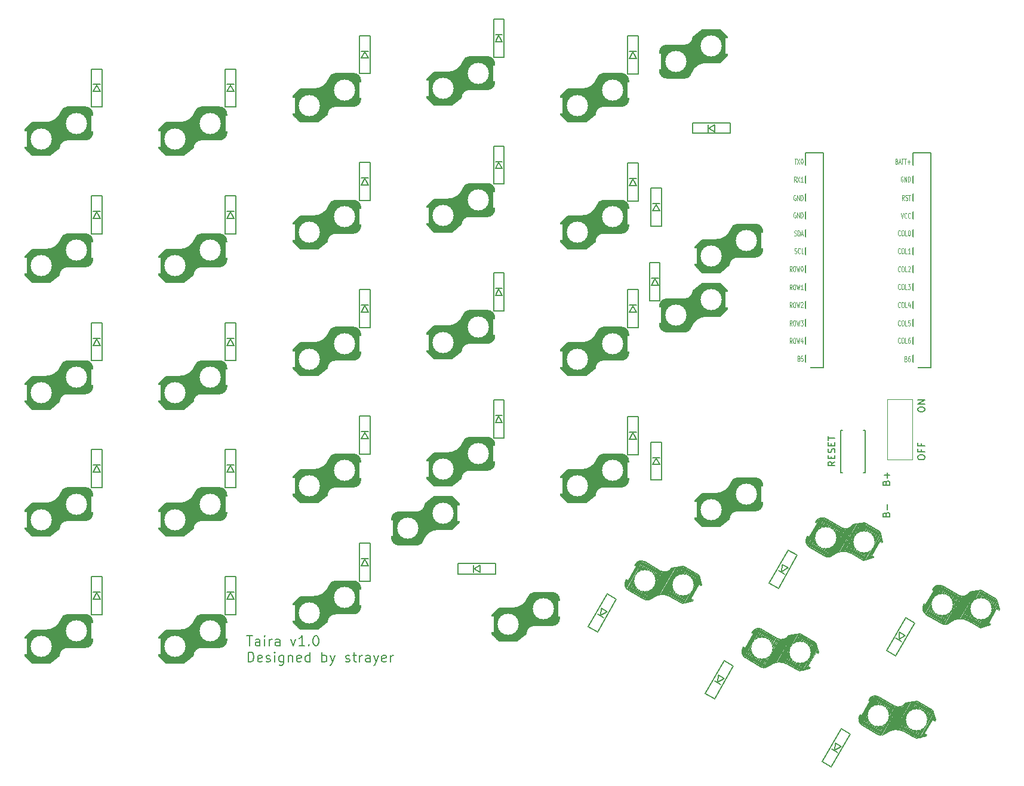
<source format=gto>
G04 #@! TF.GenerationSoftware,KiCad,Pcbnew,(5.1.9-0-10_14)*
G04 #@! TF.CreationDate,2021-11-12T15:23:44+01:00*
G04 #@! TF.ProjectId,tairakb,74616972-616b-4622-9e6b-696361645f70,1.1*
G04 #@! TF.SameCoordinates,Original*
G04 #@! TF.FileFunction,Legend,Top*
G04 #@! TF.FilePolarity,Positive*
%FSLAX46Y46*%
G04 Gerber Fmt 4.6, Leading zero omitted, Abs format (unit mm)*
G04 Created by KiCad (PCBNEW (5.1.9-0-10_14)) date 2021-11-12 15:23:44*
%MOMM*%
%LPD*%
G01*
G04 APERTURE LIST*
%ADD10C,0.200000*%
%ADD11C,0.150000*%
%ADD12C,0.120000*%
%ADD13C,0.125000*%
%ADD14C,2.000000*%
%ADD15C,1.500000*%
%ADD16C,0.100000*%
%ADD17R,0.950000X1.300000*%
%ADD18R,1.300000X0.950000*%
%ADD19C,1.524000*%
%ADD20C,1.800000*%
%ADD21C,3.400000*%
%ADD22C,3.000000*%
%ADD23C,1.000000*%
%ADD24C,5.000000*%
%ADD25R,1.600000X2.200000*%
G04 APERTURE END LIST*
D10*
X116415333Y-130362333D02*
X117215333Y-130362333D01*
X116815333Y-131762333D02*
X116815333Y-130362333D01*
X118282000Y-131762333D02*
X118282000Y-131029000D01*
X118215333Y-130895666D01*
X118082000Y-130829000D01*
X117815333Y-130829000D01*
X117682000Y-130895666D01*
X118282000Y-131695666D02*
X118148666Y-131762333D01*
X117815333Y-131762333D01*
X117682000Y-131695666D01*
X117615333Y-131562333D01*
X117615333Y-131429000D01*
X117682000Y-131295666D01*
X117815333Y-131229000D01*
X118148666Y-131229000D01*
X118282000Y-131162333D01*
X118948666Y-131762333D02*
X118948666Y-130829000D01*
X118948666Y-130362333D02*
X118882000Y-130429000D01*
X118948666Y-130495666D01*
X119015333Y-130429000D01*
X118948666Y-130362333D01*
X118948666Y-130495666D01*
X119615333Y-131762333D02*
X119615333Y-130829000D01*
X119615333Y-131095666D02*
X119682000Y-130962333D01*
X119748666Y-130895666D01*
X119882000Y-130829000D01*
X120015333Y-130829000D01*
X121082000Y-131762333D02*
X121082000Y-131029000D01*
X121015333Y-130895666D01*
X120882000Y-130829000D01*
X120615333Y-130829000D01*
X120482000Y-130895666D01*
X121082000Y-131695666D02*
X120948666Y-131762333D01*
X120615333Y-131762333D01*
X120482000Y-131695666D01*
X120415333Y-131562333D01*
X120415333Y-131429000D01*
X120482000Y-131295666D01*
X120615333Y-131229000D01*
X120948666Y-131229000D01*
X121082000Y-131162333D01*
X122682000Y-130829000D02*
X123015333Y-131762333D01*
X123348666Y-130829000D01*
X124615333Y-131762333D02*
X123815333Y-131762333D01*
X124215333Y-131762333D02*
X124215333Y-130362333D01*
X124082000Y-130562333D01*
X123948666Y-130695666D01*
X123815333Y-130762333D01*
X125215333Y-131629000D02*
X125282000Y-131695666D01*
X125215333Y-131762333D01*
X125148666Y-131695666D01*
X125215333Y-131629000D01*
X125215333Y-131762333D01*
X126148666Y-130362333D02*
X126282000Y-130362333D01*
X126415333Y-130429000D01*
X126482000Y-130495666D01*
X126548666Y-130629000D01*
X126615333Y-130895666D01*
X126615333Y-131229000D01*
X126548666Y-131495666D01*
X126482000Y-131629000D01*
X126415333Y-131695666D01*
X126282000Y-131762333D01*
X126148666Y-131762333D01*
X126015333Y-131695666D01*
X125948666Y-131629000D01*
X125882000Y-131495666D01*
X125815333Y-131229000D01*
X125815333Y-130895666D01*
X125882000Y-130629000D01*
X125948666Y-130495666D01*
X126015333Y-130429000D01*
X126148666Y-130362333D01*
X116615333Y-134062333D02*
X116615333Y-132662333D01*
X116948666Y-132662333D01*
X117148666Y-132729000D01*
X117282000Y-132862333D01*
X117348666Y-132995666D01*
X117415333Y-133262333D01*
X117415333Y-133462333D01*
X117348666Y-133729000D01*
X117282000Y-133862333D01*
X117148666Y-133995666D01*
X116948666Y-134062333D01*
X116615333Y-134062333D01*
X118548666Y-133995666D02*
X118415333Y-134062333D01*
X118148666Y-134062333D01*
X118015333Y-133995666D01*
X117948666Y-133862333D01*
X117948666Y-133329000D01*
X118015333Y-133195666D01*
X118148666Y-133129000D01*
X118415333Y-133129000D01*
X118548666Y-133195666D01*
X118615333Y-133329000D01*
X118615333Y-133462333D01*
X117948666Y-133595666D01*
X119148666Y-133995666D02*
X119282000Y-134062333D01*
X119548666Y-134062333D01*
X119682000Y-133995666D01*
X119748666Y-133862333D01*
X119748666Y-133795666D01*
X119682000Y-133662333D01*
X119548666Y-133595666D01*
X119348666Y-133595666D01*
X119215333Y-133529000D01*
X119148666Y-133395666D01*
X119148666Y-133329000D01*
X119215333Y-133195666D01*
X119348666Y-133129000D01*
X119548666Y-133129000D01*
X119682000Y-133195666D01*
X120348666Y-134062333D02*
X120348666Y-133129000D01*
X120348666Y-132662333D02*
X120282000Y-132729000D01*
X120348666Y-132795666D01*
X120415333Y-132729000D01*
X120348666Y-132662333D01*
X120348666Y-132795666D01*
X121615333Y-133129000D02*
X121615333Y-134262333D01*
X121548666Y-134395666D01*
X121482000Y-134462333D01*
X121348666Y-134529000D01*
X121148666Y-134529000D01*
X121015333Y-134462333D01*
X121615333Y-133995666D02*
X121482000Y-134062333D01*
X121215333Y-134062333D01*
X121082000Y-133995666D01*
X121015333Y-133929000D01*
X120948666Y-133795666D01*
X120948666Y-133395666D01*
X121015333Y-133262333D01*
X121082000Y-133195666D01*
X121215333Y-133129000D01*
X121482000Y-133129000D01*
X121615333Y-133195666D01*
X122282000Y-133129000D02*
X122282000Y-134062333D01*
X122282000Y-133262333D02*
X122348666Y-133195666D01*
X122482000Y-133129000D01*
X122682000Y-133129000D01*
X122815333Y-133195666D01*
X122882000Y-133329000D01*
X122882000Y-134062333D01*
X124082000Y-133995666D02*
X123948666Y-134062333D01*
X123682000Y-134062333D01*
X123548666Y-133995666D01*
X123482000Y-133862333D01*
X123482000Y-133329000D01*
X123548666Y-133195666D01*
X123682000Y-133129000D01*
X123948666Y-133129000D01*
X124082000Y-133195666D01*
X124148666Y-133329000D01*
X124148666Y-133462333D01*
X123482000Y-133595666D01*
X125348666Y-134062333D02*
X125348666Y-132662333D01*
X125348666Y-133995666D02*
X125215333Y-134062333D01*
X124948666Y-134062333D01*
X124815333Y-133995666D01*
X124748666Y-133929000D01*
X124682000Y-133795666D01*
X124682000Y-133395666D01*
X124748666Y-133262333D01*
X124815333Y-133195666D01*
X124948666Y-133129000D01*
X125215333Y-133129000D01*
X125348666Y-133195666D01*
X127082000Y-134062333D02*
X127082000Y-132662333D01*
X127082000Y-133195666D02*
X127215333Y-133129000D01*
X127482000Y-133129000D01*
X127615333Y-133195666D01*
X127682000Y-133262333D01*
X127748666Y-133395666D01*
X127748666Y-133795666D01*
X127682000Y-133929000D01*
X127615333Y-133995666D01*
X127482000Y-134062333D01*
X127215333Y-134062333D01*
X127082000Y-133995666D01*
X128215333Y-133129000D02*
X128548666Y-134062333D01*
X128882000Y-133129000D02*
X128548666Y-134062333D01*
X128415333Y-134395666D01*
X128348666Y-134462333D01*
X128215333Y-134529000D01*
X130415333Y-133995666D02*
X130548666Y-134062333D01*
X130815333Y-134062333D01*
X130948666Y-133995666D01*
X131015333Y-133862333D01*
X131015333Y-133795666D01*
X130948666Y-133662333D01*
X130815333Y-133595666D01*
X130615333Y-133595666D01*
X130482000Y-133529000D01*
X130415333Y-133395666D01*
X130415333Y-133329000D01*
X130482000Y-133195666D01*
X130615333Y-133129000D01*
X130815333Y-133129000D01*
X130948666Y-133195666D01*
X131415333Y-133129000D02*
X131948666Y-133129000D01*
X131615333Y-132662333D02*
X131615333Y-133862333D01*
X131682000Y-133995666D01*
X131815333Y-134062333D01*
X131948666Y-134062333D01*
X132415333Y-134062333D02*
X132415333Y-133129000D01*
X132415333Y-133395666D02*
X132482000Y-133262333D01*
X132548666Y-133195666D01*
X132682000Y-133129000D01*
X132815333Y-133129000D01*
X133882000Y-134062333D02*
X133882000Y-133329000D01*
X133815333Y-133195666D01*
X133682000Y-133129000D01*
X133415333Y-133129000D01*
X133282000Y-133195666D01*
X133882000Y-133995666D02*
X133748666Y-134062333D01*
X133415333Y-134062333D01*
X133282000Y-133995666D01*
X133215333Y-133862333D01*
X133215333Y-133729000D01*
X133282000Y-133595666D01*
X133415333Y-133529000D01*
X133748666Y-133529000D01*
X133882000Y-133462333D01*
X134415333Y-133129000D02*
X134748666Y-134062333D01*
X135082000Y-133129000D02*
X134748666Y-134062333D01*
X134615333Y-134395666D01*
X134548666Y-134462333D01*
X134415333Y-134529000D01*
X136148666Y-133995666D02*
X136015333Y-134062333D01*
X135748666Y-134062333D01*
X135615333Y-133995666D01*
X135548666Y-133862333D01*
X135548666Y-133329000D01*
X135615333Y-133195666D01*
X135748666Y-133129000D01*
X136015333Y-133129000D01*
X136148666Y-133195666D01*
X136215333Y-133329000D01*
X136215333Y-133462333D01*
X135548666Y-133595666D01*
X136815333Y-134062333D02*
X136815333Y-133129000D01*
X136815333Y-133395666D02*
X136882000Y-133262333D01*
X136948666Y-133195666D01*
X137082000Y-133129000D01*
X137215333Y-133129000D01*
D11*
X200615000Y-101201000D02*
X200865000Y-101201000D01*
X200615000Y-107201000D02*
X200615000Y-101201000D01*
X200615000Y-107201000D02*
X200865000Y-107201000D01*
X204115000Y-107201000D02*
X203865000Y-107201000D01*
X204115000Y-101201000D02*
X203865000Y-101201000D01*
X204115000Y-107201000D02*
X204115000Y-101201000D01*
D12*
X207211000Y-105372000D02*
X207211000Y-96822000D01*
X210765000Y-105372000D02*
X207211000Y-105372000D01*
X210774000Y-96827000D02*
X210774000Y-105372000D01*
X207219000Y-96818000D02*
X210774000Y-96818000D01*
D11*
X199309519Y-148935269D02*
X202009519Y-144258731D01*
X200710481Y-143508731D02*
X198010481Y-148185269D01*
X198010481Y-148185269D02*
X199309519Y-148935269D01*
X200710481Y-143508731D02*
X202009519Y-144258731D01*
X199826987Y-145538987D02*
X200693013Y-146038987D01*
X200693013Y-146038987D02*
X199810000Y-146568410D01*
X199810000Y-146568410D02*
X199826987Y-145538987D01*
X199326987Y-146405013D02*
X200193013Y-146905013D01*
X208415519Y-133223269D02*
X211115519Y-128546731D01*
X209816481Y-127796731D02*
X207116481Y-132473269D01*
X207116481Y-132473269D02*
X208415519Y-133223269D01*
X209816481Y-127796731D02*
X211115519Y-128546731D01*
X208932987Y-129826987D02*
X209799013Y-130326987D01*
X209799013Y-130326987D02*
X208916000Y-130856410D01*
X208916000Y-130856410D02*
X208932987Y-129826987D01*
X208432987Y-130693013D02*
X209299013Y-131193013D01*
X191777519Y-123614269D02*
X194477519Y-118937731D01*
X193178481Y-118187731D02*
X190478481Y-122864269D01*
X190478481Y-122864269D02*
X191777519Y-123614269D01*
X193178481Y-118187731D02*
X194477519Y-118937731D01*
X192294987Y-120217987D02*
X193161013Y-120717987D01*
X193161013Y-120717987D02*
X192278000Y-121247410D01*
X192278000Y-121247410D02*
X192294987Y-120217987D01*
X191794987Y-121084013D02*
X192661013Y-121584013D01*
X182717519Y-139333269D02*
X185417519Y-134656731D01*
X184118481Y-133906731D02*
X181418481Y-138583269D01*
X181418481Y-138583269D02*
X182717519Y-139333269D01*
X184118481Y-133906731D02*
X185417519Y-134656731D01*
X183234987Y-135936987D02*
X184101013Y-136436987D01*
X184101013Y-136436987D02*
X183218000Y-136966410D01*
X183218000Y-136966410D02*
X183234987Y-135936987D01*
X182734987Y-136803013D02*
X183601013Y-137303013D01*
X173681000Y-102860000D02*
X173681000Y-108260000D01*
X175181000Y-108260000D02*
X175181000Y-102860000D01*
X175181000Y-102860000D02*
X173681000Y-102860000D01*
X175181000Y-108260000D02*
X173681000Y-108260000D01*
X174931000Y-106060000D02*
X173931000Y-106060000D01*
X173931000Y-106060000D02*
X174431000Y-105160000D01*
X174431000Y-105160000D02*
X174931000Y-106060000D01*
X174931000Y-105060000D02*
X173931000Y-105060000D01*
X173509000Y-77427000D02*
X173509000Y-82827000D01*
X175009000Y-82827000D02*
X175009000Y-77427000D01*
X175009000Y-77427000D02*
X173509000Y-77427000D01*
X175009000Y-82827000D02*
X173509000Y-82827000D01*
X174759000Y-80627000D02*
X173759000Y-80627000D01*
X173759000Y-80627000D02*
X174259000Y-79727000D01*
X174259000Y-79727000D02*
X174759000Y-80627000D01*
X174759000Y-79627000D02*
X173759000Y-79627000D01*
X173681000Y-66860000D02*
X173681000Y-72260000D01*
X175181000Y-72260000D02*
X175181000Y-66860000D01*
X175181000Y-66860000D02*
X173681000Y-66860000D01*
X175181000Y-72260000D02*
X173681000Y-72260000D01*
X174931000Y-70060000D02*
X173931000Y-70060000D01*
X173931000Y-70060000D02*
X174431000Y-69160000D01*
X174431000Y-69160000D02*
X174931000Y-70060000D01*
X174931000Y-69060000D02*
X173931000Y-69060000D01*
X179586000Y-59081000D02*
X184986000Y-59081000D01*
X184986000Y-57581000D02*
X179586000Y-57581000D01*
X179586000Y-57581000D02*
X179586000Y-59081000D01*
X184986000Y-57581000D02*
X184986000Y-59081000D01*
X182786000Y-57831000D02*
X182786000Y-58831000D01*
X182786000Y-58831000D02*
X181886000Y-58331000D01*
X181886000Y-58331000D02*
X182786000Y-57831000D01*
X181786000Y-57831000D02*
X181786000Y-58831000D01*
X166124519Y-129807269D02*
X168824519Y-125130731D01*
X167525481Y-124380731D02*
X164825481Y-129057269D01*
X164825481Y-129057269D02*
X166124519Y-129807269D01*
X167525481Y-124380731D02*
X168824519Y-125130731D01*
X166641987Y-126410987D02*
X167508013Y-126910987D01*
X167508013Y-126910987D02*
X166625000Y-127440410D01*
X166625000Y-127440410D02*
X166641987Y-126410987D01*
X166141987Y-127277013D02*
X167008013Y-127777013D01*
X170382000Y-99252000D02*
X170382000Y-104652000D01*
X171882000Y-104652000D02*
X171882000Y-99252000D01*
X171882000Y-99252000D02*
X170382000Y-99252000D01*
X171882000Y-104652000D02*
X170382000Y-104652000D01*
X171632000Y-102452000D02*
X170632000Y-102452000D01*
X170632000Y-102452000D02*
X171132000Y-101552000D01*
X171132000Y-101552000D02*
X171632000Y-102452000D01*
X171632000Y-101452000D02*
X170632000Y-101452000D01*
X170382000Y-81252000D02*
X170382000Y-86652000D01*
X171882000Y-86652000D02*
X171882000Y-81252000D01*
X171882000Y-81252000D02*
X170382000Y-81252000D01*
X171882000Y-86652000D02*
X170382000Y-86652000D01*
X171632000Y-84452000D02*
X170632000Y-84452000D01*
X170632000Y-84452000D02*
X171132000Y-83552000D01*
X171132000Y-83552000D02*
X171632000Y-84452000D01*
X171632000Y-83452000D02*
X170632000Y-83452000D01*
X170382000Y-63252000D02*
X170382000Y-68652000D01*
X171882000Y-68652000D02*
X171882000Y-63252000D01*
X171882000Y-63252000D02*
X170382000Y-63252000D01*
X171882000Y-68652000D02*
X170382000Y-68652000D01*
X171632000Y-66452000D02*
X170632000Y-66452000D01*
X170632000Y-66452000D02*
X171132000Y-65552000D01*
X171132000Y-65552000D02*
X171632000Y-66452000D01*
X171632000Y-65452000D02*
X170632000Y-65452000D01*
X170382000Y-45252000D02*
X170382000Y-50652000D01*
X171882000Y-50652000D02*
X171882000Y-45252000D01*
X171882000Y-45252000D02*
X170382000Y-45252000D01*
X171882000Y-50652000D02*
X170382000Y-50652000D01*
X171632000Y-48452000D02*
X170632000Y-48452000D01*
X170632000Y-48452000D02*
X171132000Y-47552000D01*
X171132000Y-47552000D02*
X171632000Y-48452000D01*
X171632000Y-47452000D02*
X170632000Y-47452000D01*
X146318000Y-121606000D02*
X151718000Y-121606000D01*
X151718000Y-120106000D02*
X146318000Y-120106000D01*
X146318000Y-120106000D02*
X146318000Y-121606000D01*
X151718000Y-120106000D02*
X151718000Y-121606000D01*
X149518000Y-120356000D02*
X149518000Y-121356000D01*
X149518000Y-121356000D02*
X148618000Y-120856000D01*
X148618000Y-120856000D02*
X149518000Y-120356000D01*
X148518000Y-120356000D02*
X148518000Y-121356000D01*
X151400000Y-96870000D02*
X151400000Y-102270000D01*
X152900000Y-102270000D02*
X152900000Y-96870000D01*
X152900000Y-96870000D02*
X151400000Y-96870000D01*
X152900000Y-102270000D02*
X151400000Y-102270000D01*
X152650000Y-100070000D02*
X151650000Y-100070000D01*
X151650000Y-100070000D02*
X152150000Y-99170000D01*
X152150000Y-99170000D02*
X152650000Y-100070000D01*
X152650000Y-99070000D02*
X151650000Y-99070000D01*
X151400000Y-78870000D02*
X151400000Y-84270000D01*
X152900000Y-84270000D02*
X152900000Y-78870000D01*
X152900000Y-78870000D02*
X151400000Y-78870000D01*
X152900000Y-84270000D02*
X151400000Y-84270000D01*
X152650000Y-82070000D02*
X151650000Y-82070000D01*
X151650000Y-82070000D02*
X152150000Y-81170000D01*
X152150000Y-81170000D02*
X152650000Y-82070000D01*
X152650000Y-81070000D02*
X151650000Y-81070000D01*
X151400000Y-60870000D02*
X151400000Y-66270000D01*
X152900000Y-66270000D02*
X152900000Y-60870000D01*
X152900000Y-60870000D02*
X151400000Y-60870000D01*
X152900000Y-66270000D02*
X151400000Y-66270000D01*
X152650000Y-64070000D02*
X151650000Y-64070000D01*
X151650000Y-64070000D02*
X152150000Y-63170000D01*
X152150000Y-63170000D02*
X152650000Y-64070000D01*
X152650000Y-63070000D02*
X151650000Y-63070000D01*
X151400000Y-42870000D02*
X151400000Y-48270000D01*
X152900000Y-48270000D02*
X152900000Y-42870000D01*
X152900000Y-42870000D02*
X151400000Y-42870000D01*
X152900000Y-48270000D02*
X151400000Y-48270000D01*
X152650000Y-46070000D02*
X151650000Y-46070000D01*
X151650000Y-46070000D02*
X152150000Y-45170000D01*
X152150000Y-45170000D02*
X152650000Y-46070000D01*
X152650000Y-45070000D02*
X151650000Y-45070000D01*
X132383000Y-117215000D02*
X132383000Y-122615000D01*
X133883000Y-122615000D02*
X133883000Y-117215000D01*
X133883000Y-117215000D02*
X132383000Y-117215000D01*
X133883000Y-122615000D02*
X132383000Y-122615000D01*
X133633000Y-120415000D02*
X132633000Y-120415000D01*
X132633000Y-120415000D02*
X133133000Y-119515000D01*
X133133000Y-119515000D02*
X133633000Y-120415000D01*
X133633000Y-119415000D02*
X132633000Y-119415000D01*
X132383000Y-99215000D02*
X132383000Y-104615000D01*
X133883000Y-104615000D02*
X133883000Y-99215000D01*
X133883000Y-99215000D02*
X132383000Y-99215000D01*
X133883000Y-104615000D02*
X132383000Y-104615000D01*
X133633000Y-102415000D02*
X132633000Y-102415000D01*
X132633000Y-102415000D02*
X133133000Y-101515000D01*
X133133000Y-101515000D02*
X133633000Y-102415000D01*
X133633000Y-101415000D02*
X132633000Y-101415000D01*
X132383000Y-81215000D02*
X132383000Y-86615000D01*
X133883000Y-86615000D02*
X133883000Y-81215000D01*
X133883000Y-81215000D02*
X132383000Y-81215000D01*
X133883000Y-86615000D02*
X132383000Y-86615000D01*
X133633000Y-84415000D02*
X132633000Y-84415000D01*
X132633000Y-84415000D02*
X133133000Y-83515000D01*
X133133000Y-83515000D02*
X133633000Y-84415000D01*
X133633000Y-83415000D02*
X132633000Y-83415000D01*
X132383000Y-63215000D02*
X132383000Y-68615000D01*
X133883000Y-68615000D02*
X133883000Y-63215000D01*
X133883000Y-63215000D02*
X132383000Y-63215000D01*
X133883000Y-68615000D02*
X132383000Y-68615000D01*
X133633000Y-66415000D02*
X132633000Y-66415000D01*
X132633000Y-66415000D02*
X133133000Y-65515000D01*
X133133000Y-65515000D02*
X133633000Y-66415000D01*
X133633000Y-65415000D02*
X132633000Y-65415000D01*
X132383000Y-45215000D02*
X132383000Y-50615000D01*
X133883000Y-50615000D02*
X133883000Y-45215000D01*
X133883000Y-45215000D02*
X132383000Y-45215000D01*
X133883000Y-50615000D02*
X132383000Y-50615000D01*
X133633000Y-48415000D02*
X132633000Y-48415000D01*
X132633000Y-48415000D02*
X133133000Y-47515000D01*
X133133000Y-47515000D02*
X133633000Y-48415000D01*
X133633000Y-47415000D02*
X132633000Y-47415000D01*
X113368000Y-121940000D02*
X113368000Y-127340000D01*
X114868000Y-127340000D02*
X114868000Y-121940000D01*
X114868000Y-121940000D02*
X113368000Y-121940000D01*
X114868000Y-127340000D02*
X113368000Y-127340000D01*
X114618000Y-125140000D02*
X113618000Y-125140000D01*
X113618000Y-125140000D02*
X114118000Y-124240000D01*
X114118000Y-124240000D02*
X114618000Y-125140000D01*
X114618000Y-124140000D02*
X113618000Y-124140000D01*
X113368000Y-103940000D02*
X113368000Y-109340000D01*
X114868000Y-109340000D02*
X114868000Y-103940000D01*
X114868000Y-103940000D02*
X113368000Y-103940000D01*
X114868000Y-109340000D02*
X113368000Y-109340000D01*
X114618000Y-107140000D02*
X113618000Y-107140000D01*
X113618000Y-107140000D02*
X114118000Y-106240000D01*
X114118000Y-106240000D02*
X114618000Y-107140000D01*
X114618000Y-106140000D02*
X113618000Y-106140000D01*
X113368000Y-85940000D02*
X113368000Y-91340000D01*
X114868000Y-91340000D02*
X114868000Y-85940000D01*
X114868000Y-85940000D02*
X113368000Y-85940000D01*
X114868000Y-91340000D02*
X113368000Y-91340000D01*
X114618000Y-89140000D02*
X113618000Y-89140000D01*
X113618000Y-89140000D02*
X114118000Y-88240000D01*
X114118000Y-88240000D02*
X114618000Y-89140000D01*
X114618000Y-88140000D02*
X113618000Y-88140000D01*
X113368000Y-67940000D02*
X113368000Y-73340000D01*
X114868000Y-73340000D02*
X114868000Y-67940000D01*
X114868000Y-67940000D02*
X113368000Y-67940000D01*
X114868000Y-73340000D02*
X113368000Y-73340000D01*
X114618000Y-71140000D02*
X113618000Y-71140000D01*
X113618000Y-71140000D02*
X114118000Y-70240000D01*
X114118000Y-70240000D02*
X114618000Y-71140000D01*
X114618000Y-70140000D02*
X113618000Y-70140000D01*
X113368000Y-49940000D02*
X113368000Y-55340000D01*
X114868000Y-55340000D02*
X114868000Y-49940000D01*
X114868000Y-49940000D02*
X113368000Y-49940000D01*
X114868000Y-55340000D02*
X113368000Y-55340000D01*
X114618000Y-53140000D02*
X113618000Y-53140000D01*
X113618000Y-53140000D02*
X114118000Y-52240000D01*
X114118000Y-52240000D02*
X114618000Y-53140000D01*
X114618000Y-52140000D02*
X113618000Y-52140000D01*
X94368000Y-121940000D02*
X94368000Y-127340000D01*
X95868000Y-127340000D02*
X95868000Y-121940000D01*
X95868000Y-121940000D02*
X94368000Y-121940000D01*
X95868000Y-127340000D02*
X94368000Y-127340000D01*
X95618000Y-125140000D02*
X94618000Y-125140000D01*
X94618000Y-125140000D02*
X95118000Y-124240000D01*
X95118000Y-124240000D02*
X95618000Y-125140000D01*
X95618000Y-124140000D02*
X94618000Y-124140000D01*
X94368000Y-103940000D02*
X94368000Y-109340000D01*
X95868000Y-109340000D02*
X95868000Y-103940000D01*
X95868000Y-103940000D02*
X94368000Y-103940000D01*
X95868000Y-109340000D02*
X94368000Y-109340000D01*
X95618000Y-107140000D02*
X94618000Y-107140000D01*
X94618000Y-107140000D02*
X95118000Y-106240000D01*
X95118000Y-106240000D02*
X95618000Y-107140000D01*
X95618000Y-106140000D02*
X94618000Y-106140000D01*
X94368000Y-85940000D02*
X94368000Y-91340000D01*
X95868000Y-91340000D02*
X95868000Y-85940000D01*
X95868000Y-85940000D02*
X94368000Y-85940000D01*
X95868000Y-91340000D02*
X94368000Y-91340000D01*
X95618000Y-89140000D02*
X94618000Y-89140000D01*
X94618000Y-89140000D02*
X95118000Y-88240000D01*
X95118000Y-88240000D02*
X95618000Y-89140000D01*
X95618000Y-88140000D02*
X94618000Y-88140000D01*
X94368000Y-67940000D02*
X94368000Y-73340000D01*
X95868000Y-73340000D02*
X95868000Y-67940000D01*
X95868000Y-67940000D02*
X94368000Y-67940000D01*
X95868000Y-73340000D02*
X94368000Y-73340000D01*
X95618000Y-71140000D02*
X94618000Y-71140000D01*
X94618000Y-71140000D02*
X95118000Y-70240000D01*
X95118000Y-70240000D02*
X95618000Y-71140000D01*
X95618000Y-70140000D02*
X94618000Y-70140000D01*
X94368000Y-49940000D02*
X94368000Y-55340000D01*
X95868000Y-55340000D02*
X95868000Y-49940000D01*
X95868000Y-49940000D02*
X94368000Y-49940000D01*
X95868000Y-55340000D02*
X94368000Y-55340000D01*
X95618000Y-53140000D02*
X94618000Y-53140000D01*
X94618000Y-53140000D02*
X95118000Y-52240000D01*
X95118000Y-52240000D02*
X95618000Y-53140000D01*
X95618000Y-52140000D02*
X94618000Y-52140000D01*
X210831400Y-92303600D02*
X210831400Y-61823600D01*
X213371400Y-92303600D02*
X210831400Y-92303600D01*
X213371400Y-61823600D02*
X213371400Y-92303600D01*
X210831400Y-61823600D02*
X213371400Y-61823600D01*
X195611400Y-92303600D02*
X195611400Y-61823600D01*
X198151400Y-92303600D02*
X195611400Y-92303600D01*
X198151400Y-61823600D02*
X198151400Y-92303600D01*
X195611400Y-61823600D02*
X198151400Y-61823600D01*
X204656668Y-143577564D02*
X206956668Y-139593848D01*
X204526764Y-143502564D02*
X206826764Y-139518848D01*
X203291123Y-142442757D02*
X205266123Y-139021956D01*
X204396860Y-143427564D02*
X206696860Y-139443848D01*
X204266956Y-143352564D02*
X206566956Y-139368848D01*
X203242918Y-142126250D02*
X205017918Y-139051860D01*
X203407630Y-142740962D02*
X205607630Y-138930450D01*
X203512534Y-142859263D02*
X205762534Y-138962149D01*
X204786572Y-143652564D02*
X207086572Y-139668848D01*
X203877245Y-143127564D02*
X206177245Y-139143848D01*
X203254521Y-142306154D02*
X205129521Y-139058559D01*
X204137053Y-143277564D02*
X206437053Y-139293848D01*
X203747341Y-143052564D02*
X206047341Y-139068848D01*
X206016540Y-139022197D02*
X208246555Y-140309697D01*
X203617437Y-142977564D02*
X205892437Y-139037149D01*
X203691540Y-143049215D02*
X205943206Y-144349215D01*
X203327726Y-142579359D02*
X205427726Y-138942053D01*
X205046379Y-143802564D02*
X207346379Y-139818848D01*
X205176283Y-143877564D02*
X207476283Y-139893848D01*
X205306187Y-143952564D02*
X207606187Y-139968848D01*
X205436091Y-144027564D02*
X207736091Y-140043848D01*
X205565995Y-144102564D02*
X207865995Y-140118848D01*
X205695898Y-144177564D02*
X207995898Y-140193848D01*
X205825802Y-144252564D02*
X208100802Y-140312149D01*
X205955706Y-144327564D02*
X208255706Y-140343848D01*
X206085610Y-144402564D02*
X208385610Y-140418848D01*
X206240514Y-144434263D02*
X208515514Y-140493848D01*
X206420417Y-144422661D02*
X208695417Y-140482245D01*
X206600321Y-144411058D02*
X208850321Y-140513944D01*
X206761924Y-144331154D02*
X208961924Y-140520642D01*
X206973526Y-144164648D02*
X209073526Y-140527341D01*
X207135129Y-144084744D02*
X209210129Y-140490739D01*
X207321731Y-143961539D02*
X209396731Y-140367534D01*
X207483334Y-143881635D02*
X209558334Y-140287630D01*
X207669936Y-143758430D02*
X209894936Y-139904617D01*
X207874840Y-143703526D02*
X210099840Y-139849713D01*
X208079744Y-143648623D02*
X210279744Y-139838111D01*
X208259648Y-143637020D02*
X210459648Y-139826508D01*
X208439552Y-143625417D02*
X210664552Y-139771604D01*
X208619456Y-143613815D02*
X210844456Y-139760002D01*
X208774359Y-143645514D02*
X211049359Y-139705098D01*
X208954263Y-143633911D02*
X211229263Y-139693495D01*
X209109167Y-143665610D02*
X211409167Y-139681893D01*
X209239071Y-143740610D02*
X211564071Y-139713592D01*
X209368975Y-143815610D02*
X211693975Y-139788592D01*
X209523878Y-143847309D02*
X211798878Y-139906893D01*
X209653782Y-143922309D02*
X211953782Y-139938592D01*
X209783686Y-143997309D02*
X212083686Y-140013592D01*
X209913590Y-144072309D02*
X212213590Y-140088592D01*
X210043494Y-144147309D02*
X212343494Y-140163592D01*
X210173397Y-144222309D02*
X212473397Y-140238592D01*
X210303301Y-144297309D02*
X212603301Y-140313592D01*
X210433205Y-144372309D02*
X212733205Y-140388592D01*
X210563109Y-144447309D02*
X212863109Y-140463592D01*
X210693013Y-144522309D02*
X212993013Y-140538592D01*
X210822917Y-144597309D02*
X213122917Y-140613592D01*
X210952820Y-144672309D02*
X213252820Y-140688592D01*
X211082724Y-144747309D02*
X213382724Y-140763592D01*
X211212628Y-144822309D02*
X213512628Y-140838592D01*
X211342532Y-144897309D02*
X213642532Y-140913592D01*
X211547436Y-144842405D02*
X213722436Y-141075194D01*
X211727339Y-144830802D02*
X213777339Y-141280098D01*
X211932243Y-144775898D02*
X213832243Y-141485002D01*
X212137147Y-144720995D02*
X213887147Y-141689906D01*
X212367051Y-144622789D02*
X213942051Y-141894809D01*
X212546955Y-144611187D02*
X213996955Y-142099713D01*
X211468318Y-139629441D02*
X209851635Y-139879617D01*
X214051858Y-142304617D02*
X213676682Y-140904441D01*
X212751858Y-144556283D02*
X211351682Y-144931459D01*
X214051858Y-142304617D02*
X212751858Y-144556283D01*
X204650515Y-139388222D02*
X203325515Y-141683190D01*
X209641282Y-143943959D02*
X211351682Y-144931459D01*
X211468318Y-139629441D02*
X213676682Y-140904441D01*
X204916476Y-143727564D02*
X207216476Y-139743848D01*
X204007149Y-143202564D02*
X206307149Y-139218848D01*
X209851635Y-139879617D02*
G75*
G02*
X208246555Y-140309697I-1017580J587500D01*
G01*
X207041440Y-144171416D02*
G75*
G02*
X209641282Y-143943959I1462342J-1742751D01*
G01*
X204650515Y-139388222D02*
G75*
G02*
X206016540Y-139022197I866025J-500000D01*
G01*
X203325515Y-141683190D02*
G75*
G03*
X203691540Y-143049215I866025J-500000D01*
G01*
X205944672Y-144348666D02*
G75*
G03*
X207041440Y-144171416I429845J822106D01*
G01*
X197156668Y-118297564D02*
X199456668Y-114313848D01*
X197026764Y-118222564D02*
X199326764Y-114238848D01*
X195791123Y-117162757D02*
X197766123Y-113741956D01*
X196896860Y-118147564D02*
X199196860Y-114163848D01*
X196766956Y-118072564D02*
X199066956Y-114088848D01*
X195742918Y-116846250D02*
X197517918Y-113771860D01*
X195907630Y-117460962D02*
X198107630Y-113650450D01*
X196012534Y-117579263D02*
X198262534Y-113682149D01*
X197286572Y-118372564D02*
X199586572Y-114388848D01*
X196377245Y-117847564D02*
X198677245Y-113863848D01*
X195754521Y-117026154D02*
X197629521Y-113778559D01*
X196637053Y-117997564D02*
X198937053Y-114013848D01*
X196247341Y-117772564D02*
X198547341Y-113788848D01*
X198516540Y-113742197D02*
X200746555Y-115029697D01*
X196117437Y-117697564D02*
X198392437Y-113757149D01*
X196191540Y-117769215D02*
X198443206Y-119069215D01*
X195827726Y-117299359D02*
X197927726Y-113662053D01*
X197546379Y-118522564D02*
X199846379Y-114538848D01*
X197676283Y-118597564D02*
X199976283Y-114613848D01*
X197806187Y-118672564D02*
X200106187Y-114688848D01*
X197936091Y-118747564D02*
X200236091Y-114763848D01*
X198065995Y-118822564D02*
X200365995Y-114838848D01*
X198195898Y-118897564D02*
X200495898Y-114913848D01*
X198325802Y-118972564D02*
X200600802Y-115032149D01*
X198455706Y-119047564D02*
X200755706Y-115063848D01*
X198585610Y-119122564D02*
X200885610Y-115138848D01*
X198740514Y-119154263D02*
X201015514Y-115213848D01*
X198920417Y-119142661D02*
X201195417Y-115202245D01*
X199100321Y-119131058D02*
X201350321Y-115233944D01*
X199261924Y-119051154D02*
X201461924Y-115240642D01*
X199473526Y-118884648D02*
X201573526Y-115247341D01*
X199635129Y-118804744D02*
X201710129Y-115210739D01*
X199821731Y-118681539D02*
X201896731Y-115087534D01*
X199983334Y-118601635D02*
X202058334Y-115007630D01*
X200169936Y-118478430D02*
X202394936Y-114624617D01*
X200374840Y-118423526D02*
X202599840Y-114569713D01*
X200579744Y-118368623D02*
X202779744Y-114558111D01*
X200759648Y-118357020D02*
X202959648Y-114546508D01*
X200939552Y-118345417D02*
X203164552Y-114491604D01*
X201119456Y-118333815D02*
X203344456Y-114480002D01*
X201274359Y-118365514D02*
X203549359Y-114425098D01*
X201454263Y-118353911D02*
X203729263Y-114413495D01*
X201609167Y-118385610D02*
X203909167Y-114401893D01*
X201739071Y-118460610D02*
X204064071Y-114433592D01*
X201868975Y-118535610D02*
X204193975Y-114508592D01*
X202023878Y-118567309D02*
X204298878Y-114626893D01*
X202153782Y-118642309D02*
X204453782Y-114658592D01*
X202283686Y-118717309D02*
X204583686Y-114733592D01*
X202413590Y-118792309D02*
X204713590Y-114808592D01*
X202543494Y-118867309D02*
X204843494Y-114883592D01*
X202673397Y-118942309D02*
X204973397Y-114958592D01*
X202803301Y-119017309D02*
X205103301Y-115033592D01*
X202933205Y-119092309D02*
X205233205Y-115108592D01*
X203063109Y-119167309D02*
X205363109Y-115183592D01*
X203193013Y-119242309D02*
X205493013Y-115258592D01*
X203322917Y-119317309D02*
X205622917Y-115333592D01*
X203452820Y-119392309D02*
X205752820Y-115408592D01*
X203582724Y-119467309D02*
X205882724Y-115483592D01*
X203712628Y-119542309D02*
X206012628Y-115558592D01*
X203842532Y-119617309D02*
X206142532Y-115633592D01*
X204047436Y-119562405D02*
X206222436Y-115795194D01*
X204227339Y-119550802D02*
X206277339Y-116000098D01*
X204432243Y-119495898D02*
X206332243Y-116205002D01*
X204637147Y-119440995D02*
X206387147Y-116409906D01*
X204867051Y-119342789D02*
X206442051Y-116614809D01*
X205046955Y-119331187D02*
X206496955Y-116819713D01*
X203968318Y-114349441D02*
X202351635Y-114599617D01*
X206551858Y-117024617D02*
X206176682Y-115624441D01*
X205251858Y-119276283D02*
X203851682Y-119651459D01*
X206551858Y-117024617D02*
X205251858Y-119276283D01*
X197150515Y-114108222D02*
X195825515Y-116403190D01*
X202141282Y-118663959D02*
X203851682Y-119651459D01*
X203968318Y-114349441D02*
X206176682Y-115624441D01*
X197416476Y-118447564D02*
X199716476Y-114463848D01*
X196507149Y-117922564D02*
X198807149Y-113938848D01*
X202351635Y-114599617D02*
G75*
G02*
X200746555Y-115029697I-1017580J587500D01*
G01*
X199541440Y-118891416D02*
G75*
G02*
X202141282Y-118663959I1462342J-1742751D01*
G01*
X197150515Y-114108222D02*
G75*
G02*
X198516540Y-113742197I866025J-500000D01*
G01*
X195825515Y-116403190D02*
G75*
G03*
X196191540Y-117769215I866025J-500000D01*
G01*
X198444672Y-119068666D02*
G75*
G03*
X199541440Y-118891416I429845J822106D01*
G01*
X158641000Y-124260000D02*
X158641000Y-128860000D01*
X158791000Y-124260000D02*
X158791000Y-128860000D01*
X160391000Y-124560000D02*
X160391000Y-128510000D01*
X158941000Y-124260000D02*
X158941000Y-128860000D01*
X159091000Y-124260000D02*
X159091000Y-128860000D01*
X160591000Y-124810000D02*
X160591000Y-128360000D01*
X160141000Y-124360000D02*
X160141000Y-128760000D01*
X159991000Y-124310000D02*
X159991000Y-128810000D01*
X158491000Y-124260000D02*
X158491000Y-128860000D01*
X159541000Y-124260000D02*
X159541000Y-128860000D01*
X160491000Y-124660000D02*
X160491000Y-128410000D01*
X159241000Y-124260000D02*
X159241000Y-128860000D01*
X159691000Y-124260000D02*
X159691000Y-128860000D01*
X159741000Y-128885000D02*
X157166000Y-128885000D01*
X159841000Y-124260000D02*
X159841000Y-128810000D01*
X159741000Y-124235000D02*
X157141000Y-124235000D01*
X160291000Y-124460000D02*
X160291000Y-128660000D01*
X158191000Y-124260000D02*
X158191000Y-128860000D01*
X158041000Y-124260000D02*
X158041000Y-128860000D01*
X157891000Y-124260000D02*
X157891000Y-128860000D01*
X157741000Y-124260000D02*
X157741000Y-128860000D01*
X157591000Y-124260000D02*
X157591000Y-128860000D01*
X157441000Y-124260000D02*
X157441000Y-128860000D01*
X157291000Y-124260000D02*
X157291000Y-128810000D01*
X157141000Y-124260000D02*
X157141000Y-128860000D01*
X156991000Y-124260000D02*
X156991000Y-128860000D01*
X156841000Y-124310000D02*
X156841000Y-128860000D01*
X156691000Y-124410000D02*
X156691000Y-128960000D01*
X156541000Y-124510000D02*
X156541000Y-129010000D01*
X156441000Y-124660000D02*
X156441000Y-129060000D01*
X156341000Y-124910000D02*
X156341000Y-129110000D01*
X156241000Y-125060000D02*
X156241000Y-129210000D01*
X156141000Y-125260000D02*
X156141000Y-129410000D01*
X156041000Y-125410000D02*
X156041000Y-129560000D01*
X155941000Y-125610000D02*
X155941000Y-130060000D01*
X155791000Y-125760000D02*
X155791000Y-130210000D01*
X155641000Y-125910000D02*
X155641000Y-130310000D01*
X155491000Y-126010000D02*
X155491000Y-130410000D01*
X155341000Y-126110000D02*
X155341000Y-130560000D01*
X155191000Y-126210000D02*
X155191000Y-130660000D01*
X155041000Y-126260000D02*
X155041000Y-130810000D01*
X154891000Y-126360000D02*
X154891000Y-130910000D01*
X154741000Y-126410000D02*
X154741000Y-131010000D01*
X154591000Y-126410000D02*
X154591000Y-131060000D01*
X154441000Y-126410000D02*
X154441000Y-131060000D01*
X154291000Y-126460000D02*
X154291000Y-131010000D01*
X154141000Y-126460000D02*
X154141000Y-131060000D01*
X153991000Y-126460000D02*
X153991000Y-131060000D01*
X153841000Y-126460000D02*
X153841000Y-131060000D01*
X153691000Y-126460000D02*
X153691000Y-131060000D01*
X153541000Y-126460000D02*
X153541000Y-131060000D01*
X153391000Y-126460000D02*
X153391000Y-131060000D01*
X153241000Y-126460000D02*
X153241000Y-131060000D01*
X153091000Y-126460000D02*
X153091000Y-131060000D01*
X152941000Y-126460000D02*
X152941000Y-131060000D01*
X152791000Y-126460000D02*
X152791000Y-131060000D01*
X152641000Y-126460000D02*
X152641000Y-131060000D01*
X152491000Y-126460000D02*
X152491000Y-131060000D01*
X152341000Y-126460000D02*
X152341000Y-131060000D01*
X152191000Y-126460000D02*
X152191000Y-131060000D01*
X152041000Y-126610000D02*
X152041000Y-130960000D01*
X151891000Y-126710000D02*
X151891000Y-130810000D01*
X151741000Y-126860000D02*
X151741000Y-130660000D01*
X151591000Y-127010000D02*
X151591000Y-130510000D01*
X151441000Y-127210000D02*
X151441000Y-130360000D01*
X151291000Y-127310000D02*
X151291000Y-130210000D01*
X154716000Y-131085000D02*
X155991000Y-130060000D01*
X151141000Y-130060000D02*
X152166000Y-131085000D01*
X151141000Y-127460000D02*
X152166000Y-126435000D01*
X151141000Y-130060000D02*
X151141000Y-127460000D01*
X160741000Y-127885000D02*
X160741000Y-125235000D01*
X154141000Y-126435000D02*
X152166000Y-126435000D01*
X154716000Y-131085000D02*
X152166000Y-131085000D01*
X158341000Y-124260000D02*
X158341000Y-128860000D01*
X159391000Y-124260000D02*
X159391000Y-128860000D01*
X155991000Y-130060000D02*
G75*
G02*
X157166000Y-128885000I1175000J0D01*
G01*
X156278801Y-124938096D02*
G75*
G02*
X154141000Y-126435000I-2137801J778096D01*
G01*
X160741000Y-127885000D02*
G75*
G02*
X159741000Y-128885000I-1000000J0D01*
G01*
X160741000Y-125235000D02*
G75*
G03*
X159741000Y-124235000I-1000000J0D01*
G01*
X157140005Y-124236209D02*
G75*
G03*
X156278801Y-124938096I38796J-926887D01*
G01*
X130445000Y-50613000D02*
X130445000Y-55213000D01*
X130595000Y-50613000D02*
X130595000Y-55213000D01*
X132195000Y-50913000D02*
X132195000Y-54863000D01*
X130745000Y-50613000D02*
X130745000Y-55213000D01*
X130895000Y-50613000D02*
X130895000Y-55213000D01*
X132395000Y-51163000D02*
X132395000Y-54713000D01*
X131945000Y-50713000D02*
X131945000Y-55113000D01*
X131795000Y-50663000D02*
X131795000Y-55163000D01*
X130295000Y-50613000D02*
X130295000Y-55213000D01*
X131345000Y-50613000D02*
X131345000Y-55213000D01*
X132295000Y-51013000D02*
X132295000Y-54763000D01*
X131045000Y-50613000D02*
X131045000Y-55213000D01*
X131495000Y-50613000D02*
X131495000Y-55213000D01*
X131545000Y-55238000D02*
X128970000Y-55238000D01*
X131645000Y-50613000D02*
X131645000Y-55163000D01*
X131545000Y-50588000D02*
X128945000Y-50588000D01*
X132095000Y-50813000D02*
X132095000Y-55013000D01*
X129995000Y-50613000D02*
X129995000Y-55213000D01*
X129845000Y-50613000D02*
X129845000Y-55213000D01*
X129695000Y-50613000D02*
X129695000Y-55213000D01*
X129545000Y-50613000D02*
X129545000Y-55213000D01*
X129395000Y-50613000D02*
X129395000Y-55213000D01*
X129245000Y-50613000D02*
X129245000Y-55213000D01*
X129095000Y-50613000D02*
X129095000Y-55163000D01*
X128945000Y-50613000D02*
X128945000Y-55213000D01*
X128795000Y-50613000D02*
X128795000Y-55213000D01*
X128645000Y-50663000D02*
X128645000Y-55213000D01*
X128495000Y-50763000D02*
X128495000Y-55313000D01*
X128345000Y-50863000D02*
X128345000Y-55363000D01*
X128245000Y-51013000D02*
X128245000Y-55413000D01*
X128145000Y-51263000D02*
X128145000Y-55463000D01*
X128045000Y-51413000D02*
X128045000Y-55563000D01*
X127945000Y-51613000D02*
X127945000Y-55763000D01*
X127845000Y-51763000D02*
X127845000Y-55913000D01*
X127745000Y-51963000D02*
X127745000Y-56413000D01*
X127595000Y-52113000D02*
X127595000Y-56563000D01*
X127445000Y-52263000D02*
X127445000Y-56663000D01*
X127295000Y-52363000D02*
X127295000Y-56763000D01*
X127145000Y-52463000D02*
X127145000Y-56913000D01*
X126995000Y-52563000D02*
X126995000Y-57013000D01*
X126845000Y-52613000D02*
X126845000Y-57163000D01*
X126695000Y-52713000D02*
X126695000Y-57263000D01*
X126545000Y-52763000D02*
X126545000Y-57363000D01*
X126395000Y-52763000D02*
X126395000Y-57413000D01*
X126245000Y-52763000D02*
X126245000Y-57413000D01*
X126095000Y-52813000D02*
X126095000Y-57363000D01*
X125945000Y-52813000D02*
X125945000Y-57413000D01*
X125795000Y-52813000D02*
X125795000Y-57413000D01*
X125645000Y-52813000D02*
X125645000Y-57413000D01*
X125495000Y-52813000D02*
X125495000Y-57413000D01*
X125345000Y-52813000D02*
X125345000Y-57413000D01*
X125195000Y-52813000D02*
X125195000Y-57413000D01*
X125045000Y-52813000D02*
X125045000Y-57413000D01*
X124895000Y-52813000D02*
X124895000Y-57413000D01*
X124745000Y-52813000D02*
X124745000Y-57413000D01*
X124595000Y-52813000D02*
X124595000Y-57413000D01*
X124445000Y-52813000D02*
X124445000Y-57413000D01*
X124295000Y-52813000D02*
X124295000Y-57413000D01*
X124145000Y-52813000D02*
X124145000Y-57413000D01*
X123995000Y-52813000D02*
X123995000Y-57413000D01*
X123845000Y-52963000D02*
X123845000Y-57313000D01*
X123695000Y-53063000D02*
X123695000Y-57163000D01*
X123545000Y-53213000D02*
X123545000Y-57013000D01*
X123395000Y-53363000D02*
X123395000Y-56863000D01*
X123245000Y-53563000D02*
X123245000Y-56713000D01*
X123095000Y-53663000D02*
X123095000Y-56563000D01*
X126520000Y-57438000D02*
X127795000Y-56413000D01*
X122945000Y-56413000D02*
X123970000Y-57438000D01*
X122945000Y-53813000D02*
X123970000Y-52788000D01*
X122945000Y-56413000D02*
X122945000Y-53813000D01*
X132545000Y-54238000D02*
X132545000Y-51588000D01*
X125945000Y-52788000D02*
X123970000Y-52788000D01*
X126520000Y-57438000D02*
X123970000Y-57438000D01*
X130145000Y-50613000D02*
X130145000Y-55213000D01*
X131195000Y-50613000D02*
X131195000Y-55213000D01*
X127795000Y-56413000D02*
G75*
G02*
X128970000Y-55238000I1175000J0D01*
G01*
X128082801Y-51291096D02*
G75*
G02*
X125945000Y-52788000I-2137801J778096D01*
G01*
X132545000Y-54238000D02*
G75*
G02*
X131545000Y-55238000I-1000000J0D01*
G01*
X132545000Y-51588000D02*
G75*
G03*
X131545000Y-50588000I-1000000J0D01*
G01*
X128944005Y-50589209D02*
G75*
G03*
X128082801Y-51291096I38796J-926887D01*
G01*
X213726668Y-127859564D02*
X216026668Y-123875848D01*
X213596764Y-127784564D02*
X215896764Y-123800848D01*
X212361123Y-126724757D02*
X214336123Y-123303956D01*
X213466860Y-127709564D02*
X215766860Y-123725848D01*
X213336956Y-127634564D02*
X215636956Y-123650848D01*
X212312918Y-126408250D02*
X214087918Y-123333860D01*
X212477630Y-127022962D02*
X214677630Y-123212450D01*
X212582534Y-127141263D02*
X214832534Y-123244149D01*
X213856572Y-127934564D02*
X216156572Y-123950848D01*
X212947245Y-127409564D02*
X215247245Y-123425848D01*
X212324521Y-126588154D02*
X214199521Y-123340559D01*
X213207053Y-127559564D02*
X215507053Y-123575848D01*
X212817341Y-127334564D02*
X215117341Y-123350848D01*
X215086540Y-123304197D02*
X217316555Y-124591697D01*
X212687437Y-127259564D02*
X214962437Y-123319149D01*
X212761540Y-127331215D02*
X215013206Y-128631215D01*
X212397726Y-126861359D02*
X214497726Y-123224053D01*
X214116379Y-128084564D02*
X216416379Y-124100848D01*
X214246283Y-128159564D02*
X216546283Y-124175848D01*
X214376187Y-128234564D02*
X216676187Y-124250848D01*
X214506091Y-128309564D02*
X216806091Y-124325848D01*
X214635995Y-128384564D02*
X216935995Y-124400848D01*
X214765898Y-128459564D02*
X217065898Y-124475848D01*
X214895802Y-128534564D02*
X217170802Y-124594149D01*
X215025706Y-128609564D02*
X217325706Y-124625848D01*
X215155610Y-128684564D02*
X217455610Y-124700848D01*
X215310514Y-128716263D02*
X217585514Y-124775848D01*
X215490417Y-128704661D02*
X217765417Y-124764245D01*
X215670321Y-128693058D02*
X217920321Y-124795944D01*
X215831924Y-128613154D02*
X218031924Y-124802642D01*
X216043526Y-128446648D02*
X218143526Y-124809341D01*
X216205129Y-128366744D02*
X218280129Y-124772739D01*
X216391731Y-128243539D02*
X218466731Y-124649534D01*
X216553334Y-128163635D02*
X218628334Y-124569630D01*
X216739936Y-128040430D02*
X218964936Y-124186617D01*
X216944840Y-127985526D02*
X219169840Y-124131713D01*
X217149744Y-127930623D02*
X219349744Y-124120111D01*
X217329648Y-127919020D02*
X219529648Y-124108508D01*
X217509552Y-127907417D02*
X219734552Y-124053604D01*
X217689456Y-127895815D02*
X219914456Y-124042002D01*
X217844359Y-127927514D02*
X220119359Y-123987098D01*
X218024263Y-127915911D02*
X220299263Y-123975495D01*
X218179167Y-127947610D02*
X220479167Y-123963893D01*
X218309071Y-128022610D02*
X220634071Y-123995592D01*
X218438975Y-128097610D02*
X220763975Y-124070592D01*
X218593878Y-128129309D02*
X220868878Y-124188893D01*
X218723782Y-128204309D02*
X221023782Y-124220592D01*
X218853686Y-128279309D02*
X221153686Y-124295592D01*
X218983590Y-128354309D02*
X221283590Y-124370592D01*
X219113494Y-128429309D02*
X221413494Y-124445592D01*
X219243397Y-128504309D02*
X221543397Y-124520592D01*
X219373301Y-128579309D02*
X221673301Y-124595592D01*
X219503205Y-128654309D02*
X221803205Y-124670592D01*
X219633109Y-128729309D02*
X221933109Y-124745592D01*
X219763013Y-128804309D02*
X222063013Y-124820592D01*
X219892917Y-128879309D02*
X222192917Y-124895592D01*
X220022820Y-128954309D02*
X222322820Y-124970592D01*
X220152724Y-129029309D02*
X222452724Y-125045592D01*
X220282628Y-129104309D02*
X222582628Y-125120592D01*
X220412532Y-129179309D02*
X222712532Y-125195592D01*
X220617436Y-129124405D02*
X222792436Y-125357194D01*
X220797339Y-129112802D02*
X222847339Y-125562098D01*
X221002243Y-129057898D02*
X222902243Y-125767002D01*
X221207147Y-129002995D02*
X222957147Y-125971906D01*
X221437051Y-128904789D02*
X223012051Y-126176809D01*
X221616955Y-128893187D02*
X223066955Y-126381713D01*
X220538318Y-123911441D02*
X218921635Y-124161617D01*
X223121858Y-126586617D02*
X222746682Y-125186441D01*
X221821858Y-128838283D02*
X220421682Y-129213459D01*
X223121858Y-126586617D02*
X221821858Y-128838283D01*
X213720515Y-123670222D02*
X212395515Y-125965190D01*
X218711282Y-128225959D02*
X220421682Y-129213459D01*
X220538318Y-123911441D02*
X222746682Y-125186441D01*
X213986476Y-128009564D02*
X216286476Y-124025848D01*
X213077149Y-127484564D02*
X215377149Y-123500848D01*
X218921635Y-124161617D02*
G75*
G02*
X217316555Y-124591697I-1017580J587500D01*
G01*
X216111440Y-128453416D02*
G75*
G02*
X218711282Y-128225959I1462342J-1742751D01*
G01*
X213720515Y-123670222D02*
G75*
G02*
X215086540Y-123304197I866025J-500000D01*
G01*
X212395515Y-125965190D02*
G75*
G03*
X212761540Y-127331215I866025J-500000D01*
G01*
X215014672Y-128630666D02*
G75*
G03*
X216111440Y-128453416I429845J822106D01*
G01*
X188086668Y-134008564D02*
X190386668Y-130024848D01*
X187956764Y-133933564D02*
X190256764Y-129949848D01*
X186721123Y-132873757D02*
X188696123Y-129452956D01*
X187826860Y-133858564D02*
X190126860Y-129874848D01*
X187696956Y-133783564D02*
X189996956Y-129799848D01*
X186672918Y-132557250D02*
X188447918Y-129482860D01*
X186837630Y-133171962D02*
X189037630Y-129361450D01*
X186942534Y-133290263D02*
X189192534Y-129393149D01*
X188216572Y-134083564D02*
X190516572Y-130099848D01*
X187307245Y-133558564D02*
X189607245Y-129574848D01*
X186684521Y-132737154D02*
X188559521Y-129489559D01*
X187567053Y-133708564D02*
X189867053Y-129724848D01*
X187177341Y-133483564D02*
X189477341Y-129499848D01*
X189446540Y-129453197D02*
X191676555Y-130740697D01*
X187047437Y-133408564D02*
X189322437Y-129468149D01*
X187121540Y-133480215D02*
X189373206Y-134780215D01*
X186757726Y-133010359D02*
X188857726Y-129373053D01*
X188476379Y-134233564D02*
X190776379Y-130249848D01*
X188606283Y-134308564D02*
X190906283Y-130324848D01*
X188736187Y-134383564D02*
X191036187Y-130399848D01*
X188866091Y-134458564D02*
X191166091Y-130474848D01*
X188995995Y-134533564D02*
X191295995Y-130549848D01*
X189125898Y-134608564D02*
X191425898Y-130624848D01*
X189255802Y-134683564D02*
X191530802Y-130743149D01*
X189385706Y-134758564D02*
X191685706Y-130774848D01*
X189515610Y-134833564D02*
X191815610Y-130849848D01*
X189670514Y-134865263D02*
X191945514Y-130924848D01*
X189850417Y-134853661D02*
X192125417Y-130913245D01*
X190030321Y-134842058D02*
X192280321Y-130944944D01*
X190191924Y-134762154D02*
X192391924Y-130951642D01*
X190403526Y-134595648D02*
X192503526Y-130958341D01*
X190565129Y-134515744D02*
X192640129Y-130921739D01*
X190751731Y-134392539D02*
X192826731Y-130798534D01*
X190913334Y-134312635D02*
X192988334Y-130718630D01*
X191099936Y-134189430D02*
X193324936Y-130335617D01*
X191304840Y-134134526D02*
X193529840Y-130280713D01*
X191509744Y-134079623D02*
X193709744Y-130269111D01*
X191689648Y-134068020D02*
X193889648Y-130257508D01*
X191869552Y-134056417D02*
X194094552Y-130202604D01*
X192049456Y-134044815D02*
X194274456Y-130191002D01*
X192204359Y-134076514D02*
X194479359Y-130136098D01*
X192384263Y-134064911D02*
X194659263Y-130124495D01*
X192539167Y-134096610D02*
X194839167Y-130112893D01*
X192669071Y-134171610D02*
X194994071Y-130144592D01*
X192798975Y-134246610D02*
X195123975Y-130219592D01*
X192953878Y-134278309D02*
X195228878Y-130337893D01*
X193083782Y-134353309D02*
X195383782Y-130369592D01*
X193213686Y-134428309D02*
X195513686Y-130444592D01*
X193343590Y-134503309D02*
X195643590Y-130519592D01*
X193473494Y-134578309D02*
X195773494Y-130594592D01*
X193603397Y-134653309D02*
X195903397Y-130669592D01*
X193733301Y-134728309D02*
X196033301Y-130744592D01*
X193863205Y-134803309D02*
X196163205Y-130819592D01*
X193993109Y-134878309D02*
X196293109Y-130894592D01*
X194123013Y-134953309D02*
X196423013Y-130969592D01*
X194252917Y-135028309D02*
X196552917Y-131044592D01*
X194382820Y-135103309D02*
X196682820Y-131119592D01*
X194512724Y-135178309D02*
X196812724Y-131194592D01*
X194642628Y-135253309D02*
X196942628Y-131269592D01*
X194772532Y-135328309D02*
X197072532Y-131344592D01*
X194977436Y-135273405D02*
X197152436Y-131506194D01*
X195157339Y-135261802D02*
X197207339Y-131711098D01*
X195362243Y-135206898D02*
X197262243Y-131916002D01*
X195567147Y-135151995D02*
X197317147Y-132120906D01*
X195797051Y-135053789D02*
X197372051Y-132325809D01*
X195976955Y-135042187D02*
X197426955Y-132530713D01*
X194898318Y-130060441D02*
X193281635Y-130310617D01*
X197481858Y-132735617D02*
X197106682Y-131335441D01*
X196181858Y-134987283D02*
X194781682Y-135362459D01*
X197481858Y-132735617D02*
X196181858Y-134987283D01*
X188080515Y-129819222D02*
X186755515Y-132114190D01*
X193071282Y-134374959D02*
X194781682Y-135362459D01*
X194898318Y-130060441D02*
X197106682Y-131335441D01*
X188346476Y-134158564D02*
X190646476Y-130174848D01*
X187437149Y-133633564D02*
X189737149Y-129649848D01*
X193281635Y-130310617D02*
G75*
G02*
X191676555Y-130740697I-1017580J587500D01*
G01*
X190471440Y-134602416D02*
G75*
G02*
X193071282Y-134374959I1462342J-1742751D01*
G01*
X188080515Y-129819222D02*
G75*
G02*
X189446540Y-129453197I866025J-500000D01*
G01*
X186755515Y-132114190D02*
G75*
G03*
X187121540Y-133480215I866025J-500000D01*
G01*
X189374672Y-134779666D02*
G75*
G03*
X190471440Y-134602416I429845J822106D01*
G01*
X187445000Y-107994000D02*
X187445000Y-112594000D01*
X187595000Y-107994000D02*
X187595000Y-112594000D01*
X189195000Y-108294000D02*
X189195000Y-112244000D01*
X187745000Y-107994000D02*
X187745000Y-112594000D01*
X187895000Y-107994000D02*
X187895000Y-112594000D01*
X189395000Y-108544000D02*
X189395000Y-112094000D01*
X188945000Y-108094000D02*
X188945000Y-112494000D01*
X188795000Y-108044000D02*
X188795000Y-112544000D01*
X187295000Y-107994000D02*
X187295000Y-112594000D01*
X188345000Y-107994000D02*
X188345000Y-112594000D01*
X189295000Y-108394000D02*
X189295000Y-112144000D01*
X188045000Y-107994000D02*
X188045000Y-112594000D01*
X188495000Y-107994000D02*
X188495000Y-112594000D01*
X188545000Y-112619000D02*
X185970000Y-112619000D01*
X188645000Y-107994000D02*
X188645000Y-112544000D01*
X188545000Y-107969000D02*
X185945000Y-107969000D01*
X189095000Y-108194000D02*
X189095000Y-112394000D01*
X186995000Y-107994000D02*
X186995000Y-112594000D01*
X186845000Y-107994000D02*
X186845000Y-112594000D01*
X186695000Y-107994000D02*
X186695000Y-112594000D01*
X186545000Y-107994000D02*
X186545000Y-112594000D01*
X186395000Y-107994000D02*
X186395000Y-112594000D01*
X186245000Y-107994000D02*
X186245000Y-112594000D01*
X186095000Y-107994000D02*
X186095000Y-112544000D01*
X185945000Y-107994000D02*
X185945000Y-112594000D01*
X185795000Y-107994000D02*
X185795000Y-112594000D01*
X185645000Y-108044000D02*
X185645000Y-112594000D01*
X185495000Y-108144000D02*
X185495000Y-112694000D01*
X185345000Y-108244000D02*
X185345000Y-112744000D01*
X185245000Y-108394000D02*
X185245000Y-112794000D01*
X185145000Y-108644000D02*
X185145000Y-112844000D01*
X185045000Y-108794000D02*
X185045000Y-112944000D01*
X184945000Y-108994000D02*
X184945000Y-113144000D01*
X184845000Y-109144000D02*
X184845000Y-113294000D01*
X184745000Y-109344000D02*
X184745000Y-113794000D01*
X184595000Y-109494000D02*
X184595000Y-113944000D01*
X184445000Y-109644000D02*
X184445000Y-114044000D01*
X184295000Y-109744000D02*
X184295000Y-114144000D01*
X184145000Y-109844000D02*
X184145000Y-114294000D01*
X183995000Y-109944000D02*
X183995000Y-114394000D01*
X183845000Y-109994000D02*
X183845000Y-114544000D01*
X183695000Y-110094000D02*
X183695000Y-114644000D01*
X183545000Y-110144000D02*
X183545000Y-114744000D01*
X183395000Y-110144000D02*
X183395000Y-114794000D01*
X183245000Y-110144000D02*
X183245000Y-114794000D01*
X183095000Y-110194000D02*
X183095000Y-114744000D01*
X182945000Y-110194000D02*
X182945000Y-114794000D01*
X182795000Y-110194000D02*
X182795000Y-114794000D01*
X182645000Y-110194000D02*
X182645000Y-114794000D01*
X182495000Y-110194000D02*
X182495000Y-114794000D01*
X182345000Y-110194000D02*
X182345000Y-114794000D01*
X182195000Y-110194000D02*
X182195000Y-114794000D01*
X182045000Y-110194000D02*
X182045000Y-114794000D01*
X181895000Y-110194000D02*
X181895000Y-114794000D01*
X181745000Y-110194000D02*
X181745000Y-114794000D01*
X181595000Y-110194000D02*
X181595000Y-114794000D01*
X181445000Y-110194000D02*
X181445000Y-114794000D01*
X181295000Y-110194000D02*
X181295000Y-114794000D01*
X181145000Y-110194000D02*
X181145000Y-114794000D01*
X180995000Y-110194000D02*
X180995000Y-114794000D01*
X180845000Y-110344000D02*
X180845000Y-114694000D01*
X180695000Y-110444000D02*
X180695000Y-114544000D01*
X180545000Y-110594000D02*
X180545000Y-114394000D01*
X180395000Y-110744000D02*
X180395000Y-114244000D01*
X180245000Y-110944000D02*
X180245000Y-114094000D01*
X180095000Y-111044000D02*
X180095000Y-113944000D01*
X183520000Y-114819000D02*
X184795000Y-113794000D01*
X179945000Y-113794000D02*
X180970000Y-114819000D01*
X179945000Y-111194000D02*
X180970000Y-110169000D01*
X179945000Y-113794000D02*
X179945000Y-111194000D01*
X189545000Y-111619000D02*
X189545000Y-108969000D01*
X182945000Y-110169000D02*
X180970000Y-110169000D01*
X183520000Y-114819000D02*
X180970000Y-114819000D01*
X187145000Y-107994000D02*
X187145000Y-112594000D01*
X188195000Y-107994000D02*
X188195000Y-112594000D01*
X184795000Y-113794000D02*
G75*
G02*
X185970000Y-112619000I1175000J0D01*
G01*
X185082801Y-108672096D02*
G75*
G02*
X182945000Y-110169000I-2137801J778096D01*
G01*
X189545000Y-111619000D02*
G75*
G02*
X188545000Y-112619000I-1000000J0D01*
G01*
X189545000Y-108969000D02*
G75*
G03*
X188545000Y-107969000I-1000000J0D01*
G01*
X185944005Y-107970209D02*
G75*
G03*
X185082801Y-108672096I38796J-926887D01*
G01*
X177045000Y-87194000D02*
X177045000Y-82594000D01*
X176895000Y-87194000D02*
X176895000Y-82594000D01*
X175295000Y-86894000D02*
X175295000Y-82944000D01*
X176745000Y-87194000D02*
X176745000Y-82594000D01*
X176595000Y-87194000D02*
X176595000Y-82594000D01*
X175095000Y-86644000D02*
X175095000Y-83094000D01*
X175545000Y-87094000D02*
X175545000Y-82694000D01*
X175695000Y-87144000D02*
X175695000Y-82644000D01*
X177195000Y-87194000D02*
X177195000Y-82594000D01*
X176145000Y-87194000D02*
X176145000Y-82594000D01*
X175195000Y-86794000D02*
X175195000Y-83044000D01*
X176445000Y-87194000D02*
X176445000Y-82594000D01*
X175995000Y-87194000D02*
X175995000Y-82594000D01*
X175945000Y-82569000D02*
X178520000Y-82569000D01*
X175845000Y-87194000D02*
X175845000Y-82644000D01*
X175945000Y-87219000D02*
X178545000Y-87219000D01*
X175395000Y-86994000D02*
X175395000Y-82794000D01*
X177495000Y-87194000D02*
X177495000Y-82594000D01*
X177645000Y-87194000D02*
X177645000Y-82594000D01*
X177795000Y-87194000D02*
X177795000Y-82594000D01*
X177945000Y-87194000D02*
X177945000Y-82594000D01*
X178095000Y-87194000D02*
X178095000Y-82594000D01*
X178245000Y-87194000D02*
X178245000Y-82594000D01*
X178395000Y-87194000D02*
X178395000Y-82644000D01*
X178545000Y-87194000D02*
X178545000Y-82594000D01*
X178695000Y-87194000D02*
X178695000Y-82594000D01*
X178845000Y-87144000D02*
X178845000Y-82594000D01*
X178995000Y-87044000D02*
X178995000Y-82494000D01*
X179145000Y-86944000D02*
X179145000Y-82444000D01*
X179245000Y-86794000D02*
X179245000Y-82394000D01*
X179345000Y-86544000D02*
X179345000Y-82344000D01*
X179445000Y-86394000D02*
X179445000Y-82244000D01*
X179545000Y-86194000D02*
X179545000Y-82044000D01*
X179645000Y-86044000D02*
X179645000Y-81894000D01*
X179745000Y-85844000D02*
X179745000Y-81394000D01*
X179895000Y-85694000D02*
X179895000Y-81244000D01*
X180045000Y-85544000D02*
X180045000Y-81144000D01*
X180195000Y-85444000D02*
X180195000Y-81044000D01*
X180345000Y-85344000D02*
X180345000Y-80894000D01*
X180495000Y-85244000D02*
X180495000Y-80794000D01*
X180645000Y-85194000D02*
X180645000Y-80644000D01*
X180795000Y-85094000D02*
X180795000Y-80544000D01*
X180945000Y-85044000D02*
X180945000Y-80444000D01*
X181095000Y-85044000D02*
X181095000Y-80394000D01*
X181245000Y-85044000D02*
X181245000Y-80394000D01*
X181395000Y-84994000D02*
X181395000Y-80444000D01*
X181545000Y-84994000D02*
X181545000Y-80394000D01*
X181695000Y-84994000D02*
X181695000Y-80394000D01*
X181845000Y-84994000D02*
X181845000Y-80394000D01*
X181995000Y-84994000D02*
X181995000Y-80394000D01*
X182145000Y-84994000D02*
X182145000Y-80394000D01*
X182295000Y-84994000D02*
X182295000Y-80394000D01*
X182445000Y-84994000D02*
X182445000Y-80394000D01*
X182595000Y-84994000D02*
X182595000Y-80394000D01*
X182745000Y-84994000D02*
X182745000Y-80394000D01*
X182895000Y-84994000D02*
X182895000Y-80394000D01*
X183045000Y-84994000D02*
X183045000Y-80394000D01*
X183195000Y-84994000D02*
X183195000Y-80394000D01*
X183345000Y-84994000D02*
X183345000Y-80394000D01*
X183495000Y-84994000D02*
X183495000Y-80394000D01*
X183645000Y-84844000D02*
X183645000Y-80494000D01*
X183795000Y-84744000D02*
X183795000Y-80644000D01*
X183945000Y-84594000D02*
X183945000Y-80794000D01*
X184095000Y-84444000D02*
X184095000Y-80944000D01*
X184245000Y-84244000D02*
X184245000Y-81094000D01*
X184395000Y-84144000D02*
X184395000Y-81244000D01*
X180970000Y-80369000D02*
X179695000Y-81394000D01*
X184545000Y-81394000D02*
X183520000Y-80369000D01*
X184545000Y-83994000D02*
X183520000Y-85019000D01*
X184545000Y-81394000D02*
X184545000Y-83994000D01*
X174945000Y-83569000D02*
X174945000Y-86219000D01*
X181545000Y-85019000D02*
X183520000Y-85019000D01*
X180970000Y-80369000D02*
X183520000Y-80369000D01*
X177345000Y-87194000D02*
X177345000Y-82594000D01*
X176295000Y-87194000D02*
X176295000Y-82594000D01*
X179695000Y-81394000D02*
G75*
G02*
X178520000Y-82569000I-1175000J0D01*
G01*
X179407199Y-86515904D02*
G75*
G02*
X181545000Y-85019000I2137801J-778096D01*
G01*
X174945000Y-83569000D02*
G75*
G02*
X175945000Y-82569000I1000000J0D01*
G01*
X174945000Y-86219000D02*
G75*
G03*
X175945000Y-87219000I1000000J0D01*
G01*
X178545995Y-87217791D02*
G75*
G03*
X179407199Y-86515904I-38796J926887D01*
G01*
X187445000Y-71994000D02*
X187445000Y-76594000D01*
X187595000Y-71994000D02*
X187595000Y-76594000D01*
X189195000Y-72294000D02*
X189195000Y-76244000D01*
X187745000Y-71994000D02*
X187745000Y-76594000D01*
X187895000Y-71994000D02*
X187895000Y-76594000D01*
X189395000Y-72544000D02*
X189395000Y-76094000D01*
X188945000Y-72094000D02*
X188945000Y-76494000D01*
X188795000Y-72044000D02*
X188795000Y-76544000D01*
X187295000Y-71994000D02*
X187295000Y-76594000D01*
X188345000Y-71994000D02*
X188345000Y-76594000D01*
X189295000Y-72394000D02*
X189295000Y-76144000D01*
X188045000Y-71994000D02*
X188045000Y-76594000D01*
X188495000Y-71994000D02*
X188495000Y-76594000D01*
X188545000Y-76619000D02*
X185970000Y-76619000D01*
X188645000Y-71994000D02*
X188645000Y-76544000D01*
X188545000Y-71969000D02*
X185945000Y-71969000D01*
X189095000Y-72194000D02*
X189095000Y-76394000D01*
X186995000Y-71994000D02*
X186995000Y-76594000D01*
X186845000Y-71994000D02*
X186845000Y-76594000D01*
X186695000Y-71994000D02*
X186695000Y-76594000D01*
X186545000Y-71994000D02*
X186545000Y-76594000D01*
X186395000Y-71994000D02*
X186395000Y-76594000D01*
X186245000Y-71994000D02*
X186245000Y-76594000D01*
X186095000Y-71994000D02*
X186095000Y-76544000D01*
X185945000Y-71994000D02*
X185945000Y-76594000D01*
X185795000Y-71994000D02*
X185795000Y-76594000D01*
X185645000Y-72044000D02*
X185645000Y-76594000D01*
X185495000Y-72144000D02*
X185495000Y-76694000D01*
X185345000Y-72244000D02*
X185345000Y-76744000D01*
X185245000Y-72394000D02*
X185245000Y-76794000D01*
X185145000Y-72644000D02*
X185145000Y-76844000D01*
X185045000Y-72794000D02*
X185045000Y-76944000D01*
X184945000Y-72994000D02*
X184945000Y-77144000D01*
X184845000Y-73144000D02*
X184845000Y-77294000D01*
X184745000Y-73344000D02*
X184745000Y-77794000D01*
X184595000Y-73494000D02*
X184595000Y-77944000D01*
X184445000Y-73644000D02*
X184445000Y-78044000D01*
X184295000Y-73744000D02*
X184295000Y-78144000D01*
X184145000Y-73844000D02*
X184145000Y-78294000D01*
X183995000Y-73944000D02*
X183995000Y-78394000D01*
X183845000Y-73994000D02*
X183845000Y-78544000D01*
X183695000Y-74094000D02*
X183695000Y-78644000D01*
X183545000Y-74144000D02*
X183545000Y-78744000D01*
X183395000Y-74144000D02*
X183395000Y-78794000D01*
X183245000Y-74144000D02*
X183245000Y-78794000D01*
X183095000Y-74194000D02*
X183095000Y-78744000D01*
X182945000Y-74194000D02*
X182945000Y-78794000D01*
X182795000Y-74194000D02*
X182795000Y-78794000D01*
X182645000Y-74194000D02*
X182645000Y-78794000D01*
X182495000Y-74194000D02*
X182495000Y-78794000D01*
X182345000Y-74194000D02*
X182345000Y-78794000D01*
X182195000Y-74194000D02*
X182195000Y-78794000D01*
X182045000Y-74194000D02*
X182045000Y-78794000D01*
X181895000Y-74194000D02*
X181895000Y-78794000D01*
X181745000Y-74194000D02*
X181745000Y-78794000D01*
X181595000Y-74194000D02*
X181595000Y-78794000D01*
X181445000Y-74194000D02*
X181445000Y-78794000D01*
X181295000Y-74194000D02*
X181295000Y-78794000D01*
X181145000Y-74194000D02*
X181145000Y-78794000D01*
X180995000Y-74194000D02*
X180995000Y-78794000D01*
X180845000Y-74344000D02*
X180845000Y-78694000D01*
X180695000Y-74444000D02*
X180695000Y-78544000D01*
X180545000Y-74594000D02*
X180545000Y-78394000D01*
X180395000Y-74744000D02*
X180395000Y-78244000D01*
X180245000Y-74944000D02*
X180245000Y-78094000D01*
X180095000Y-75044000D02*
X180095000Y-77944000D01*
X183520000Y-78819000D02*
X184795000Y-77794000D01*
X179945000Y-77794000D02*
X180970000Y-78819000D01*
X179945000Y-75194000D02*
X180970000Y-74169000D01*
X179945000Y-77794000D02*
X179945000Y-75194000D01*
X189545000Y-75619000D02*
X189545000Y-72969000D01*
X182945000Y-74169000D02*
X180970000Y-74169000D01*
X183520000Y-78819000D02*
X180970000Y-78819000D01*
X187145000Y-71994000D02*
X187145000Y-76594000D01*
X188195000Y-71994000D02*
X188195000Y-76594000D01*
X184795000Y-77794000D02*
G75*
G02*
X185970000Y-76619000I1175000J0D01*
G01*
X185082801Y-72672096D02*
G75*
G02*
X182945000Y-74169000I-2137801J778096D01*
G01*
X189545000Y-75619000D02*
G75*
G02*
X188545000Y-76619000I-1000000J0D01*
G01*
X189545000Y-72969000D02*
G75*
G03*
X188545000Y-71969000I-1000000J0D01*
G01*
X185944005Y-71970209D02*
G75*
G03*
X185082801Y-72672096I38796J-926887D01*
G01*
X177045000Y-51194000D02*
X177045000Y-46594000D01*
X176895000Y-51194000D02*
X176895000Y-46594000D01*
X175295000Y-50894000D02*
X175295000Y-46944000D01*
X176745000Y-51194000D02*
X176745000Y-46594000D01*
X176595000Y-51194000D02*
X176595000Y-46594000D01*
X175095000Y-50644000D02*
X175095000Y-47094000D01*
X175545000Y-51094000D02*
X175545000Y-46694000D01*
X175695000Y-51144000D02*
X175695000Y-46644000D01*
X177195000Y-51194000D02*
X177195000Y-46594000D01*
X176145000Y-51194000D02*
X176145000Y-46594000D01*
X175195000Y-50794000D02*
X175195000Y-47044000D01*
X176445000Y-51194000D02*
X176445000Y-46594000D01*
X175995000Y-51194000D02*
X175995000Y-46594000D01*
X175945000Y-46569000D02*
X178520000Y-46569000D01*
X175845000Y-51194000D02*
X175845000Y-46644000D01*
X175945000Y-51219000D02*
X178545000Y-51219000D01*
X175395000Y-50994000D02*
X175395000Y-46794000D01*
X177495000Y-51194000D02*
X177495000Y-46594000D01*
X177645000Y-51194000D02*
X177645000Y-46594000D01*
X177795000Y-51194000D02*
X177795000Y-46594000D01*
X177945000Y-51194000D02*
X177945000Y-46594000D01*
X178095000Y-51194000D02*
X178095000Y-46594000D01*
X178245000Y-51194000D02*
X178245000Y-46594000D01*
X178395000Y-51194000D02*
X178395000Y-46644000D01*
X178545000Y-51194000D02*
X178545000Y-46594000D01*
X178695000Y-51194000D02*
X178695000Y-46594000D01*
X178845000Y-51144000D02*
X178845000Y-46594000D01*
X178995000Y-51044000D02*
X178995000Y-46494000D01*
X179145000Y-50944000D02*
X179145000Y-46444000D01*
X179245000Y-50794000D02*
X179245000Y-46394000D01*
X179345000Y-50544000D02*
X179345000Y-46344000D01*
X179445000Y-50394000D02*
X179445000Y-46244000D01*
X179545000Y-50194000D02*
X179545000Y-46044000D01*
X179645000Y-50044000D02*
X179645000Y-45894000D01*
X179745000Y-49844000D02*
X179745000Y-45394000D01*
X179895000Y-49694000D02*
X179895000Y-45244000D01*
X180045000Y-49544000D02*
X180045000Y-45144000D01*
X180195000Y-49444000D02*
X180195000Y-45044000D01*
X180345000Y-49344000D02*
X180345000Y-44894000D01*
X180495000Y-49244000D02*
X180495000Y-44794000D01*
X180645000Y-49194000D02*
X180645000Y-44644000D01*
X180795000Y-49094000D02*
X180795000Y-44544000D01*
X180945000Y-49044000D02*
X180945000Y-44444000D01*
X181095000Y-49044000D02*
X181095000Y-44394000D01*
X181245000Y-49044000D02*
X181245000Y-44394000D01*
X181395000Y-48994000D02*
X181395000Y-44444000D01*
X181545000Y-48994000D02*
X181545000Y-44394000D01*
X181695000Y-48994000D02*
X181695000Y-44394000D01*
X181845000Y-48994000D02*
X181845000Y-44394000D01*
X181995000Y-48994000D02*
X181995000Y-44394000D01*
X182145000Y-48994000D02*
X182145000Y-44394000D01*
X182295000Y-48994000D02*
X182295000Y-44394000D01*
X182445000Y-48994000D02*
X182445000Y-44394000D01*
X182595000Y-48994000D02*
X182595000Y-44394000D01*
X182745000Y-48994000D02*
X182745000Y-44394000D01*
X182895000Y-48994000D02*
X182895000Y-44394000D01*
X183045000Y-48994000D02*
X183045000Y-44394000D01*
X183195000Y-48994000D02*
X183195000Y-44394000D01*
X183345000Y-48994000D02*
X183345000Y-44394000D01*
X183495000Y-48994000D02*
X183495000Y-44394000D01*
X183645000Y-48844000D02*
X183645000Y-44494000D01*
X183795000Y-48744000D02*
X183795000Y-44644000D01*
X183945000Y-48594000D02*
X183945000Y-44794000D01*
X184095000Y-48444000D02*
X184095000Y-44944000D01*
X184245000Y-48244000D02*
X184245000Y-45094000D01*
X184395000Y-48144000D02*
X184395000Y-45244000D01*
X180970000Y-44369000D02*
X179695000Y-45394000D01*
X184545000Y-45394000D02*
X183520000Y-44369000D01*
X184545000Y-47994000D02*
X183520000Y-49019000D01*
X184545000Y-45394000D02*
X184545000Y-47994000D01*
X174945000Y-47569000D02*
X174945000Y-50219000D01*
X181545000Y-49019000D02*
X183520000Y-49019000D01*
X180970000Y-44369000D02*
X183520000Y-44369000D01*
X177345000Y-51194000D02*
X177345000Y-46594000D01*
X176295000Y-51194000D02*
X176295000Y-46594000D01*
X179695000Y-45394000D02*
G75*
G02*
X178520000Y-46569000I-1175000J0D01*
G01*
X179407199Y-50515904D02*
G75*
G02*
X181545000Y-49019000I2137801J-778096D01*
G01*
X174945000Y-47569000D02*
G75*
G02*
X175945000Y-46569000I1000000J0D01*
G01*
X174945000Y-50219000D02*
G75*
G03*
X175945000Y-51219000I1000000J0D01*
G01*
X178545995Y-51217791D02*
G75*
G03*
X179407199Y-50515904I-38796J926887D01*
G01*
X171501668Y-124423564D02*
X173801668Y-120439848D01*
X171371764Y-124348564D02*
X173671764Y-120364848D01*
X170136123Y-123288757D02*
X172111123Y-119867956D01*
X171241860Y-124273564D02*
X173541860Y-120289848D01*
X171111956Y-124198564D02*
X173411956Y-120214848D01*
X170087918Y-122972250D02*
X171862918Y-119897860D01*
X170252630Y-123586962D02*
X172452630Y-119776450D01*
X170357534Y-123705263D02*
X172607534Y-119808149D01*
X171631572Y-124498564D02*
X173931572Y-120514848D01*
X170722245Y-123973564D02*
X173022245Y-119989848D01*
X170099521Y-123152154D02*
X171974521Y-119904559D01*
X170982053Y-124123564D02*
X173282053Y-120139848D01*
X170592341Y-123898564D02*
X172892341Y-119914848D01*
X172861540Y-119868197D02*
X175091555Y-121155697D01*
X170462437Y-123823564D02*
X172737437Y-119883149D01*
X170536540Y-123895215D02*
X172788206Y-125195215D01*
X170172726Y-123425359D02*
X172272726Y-119788053D01*
X171891379Y-124648564D02*
X174191379Y-120664848D01*
X172021283Y-124723564D02*
X174321283Y-120739848D01*
X172151187Y-124798564D02*
X174451187Y-120814848D01*
X172281091Y-124873564D02*
X174581091Y-120889848D01*
X172410995Y-124948564D02*
X174710995Y-120964848D01*
X172540898Y-125023564D02*
X174840898Y-121039848D01*
X172670802Y-125098564D02*
X174945802Y-121158149D01*
X172800706Y-125173564D02*
X175100706Y-121189848D01*
X172930610Y-125248564D02*
X175230610Y-121264848D01*
X173085514Y-125280263D02*
X175360514Y-121339848D01*
X173265417Y-125268661D02*
X175540417Y-121328245D01*
X173445321Y-125257058D02*
X175695321Y-121359944D01*
X173606924Y-125177154D02*
X175806924Y-121366642D01*
X173818526Y-125010648D02*
X175918526Y-121373341D01*
X173980129Y-124930744D02*
X176055129Y-121336739D01*
X174166731Y-124807539D02*
X176241731Y-121213534D01*
X174328334Y-124727635D02*
X176403334Y-121133630D01*
X174514936Y-124604430D02*
X176739936Y-120750617D01*
X174719840Y-124549526D02*
X176944840Y-120695713D01*
X174924744Y-124494623D02*
X177124744Y-120684111D01*
X175104648Y-124483020D02*
X177304648Y-120672508D01*
X175284552Y-124471417D02*
X177509552Y-120617604D01*
X175464456Y-124459815D02*
X177689456Y-120606002D01*
X175619359Y-124491514D02*
X177894359Y-120551098D01*
X175799263Y-124479911D02*
X178074263Y-120539495D01*
X175954167Y-124511610D02*
X178254167Y-120527893D01*
X176084071Y-124586610D02*
X178409071Y-120559592D01*
X176213975Y-124661610D02*
X178538975Y-120634592D01*
X176368878Y-124693309D02*
X178643878Y-120752893D01*
X176498782Y-124768309D02*
X178798782Y-120784592D01*
X176628686Y-124843309D02*
X178928686Y-120859592D01*
X176758590Y-124918309D02*
X179058590Y-120934592D01*
X176888494Y-124993309D02*
X179188494Y-121009592D01*
X177018397Y-125068309D02*
X179318397Y-121084592D01*
X177148301Y-125143309D02*
X179448301Y-121159592D01*
X177278205Y-125218309D02*
X179578205Y-121234592D01*
X177408109Y-125293309D02*
X179708109Y-121309592D01*
X177538013Y-125368309D02*
X179838013Y-121384592D01*
X177667917Y-125443309D02*
X179967917Y-121459592D01*
X177797820Y-125518309D02*
X180097820Y-121534592D01*
X177927724Y-125593309D02*
X180227724Y-121609592D01*
X178057628Y-125668309D02*
X180357628Y-121684592D01*
X178187532Y-125743309D02*
X180487532Y-121759592D01*
X178392436Y-125688405D02*
X180567436Y-121921194D01*
X178572339Y-125676802D02*
X180622339Y-122126098D01*
X178777243Y-125621898D02*
X180677243Y-122331002D01*
X178982147Y-125566995D02*
X180732147Y-122535906D01*
X179212051Y-125468789D02*
X180787051Y-122740809D01*
X179391955Y-125457187D02*
X180841955Y-122945713D01*
X178313318Y-120475441D02*
X176696635Y-120725617D01*
X180896858Y-123150617D02*
X180521682Y-121750441D01*
X179596858Y-125402283D02*
X178196682Y-125777459D01*
X180896858Y-123150617D02*
X179596858Y-125402283D01*
X171495515Y-120234222D02*
X170170515Y-122529190D01*
X176486282Y-124789959D02*
X178196682Y-125777459D01*
X178313318Y-120475441D02*
X180521682Y-121750441D01*
X171761476Y-124573564D02*
X174061476Y-120589848D01*
X170852149Y-124048564D02*
X173152149Y-120064848D01*
X176696635Y-120725617D02*
G75*
G02*
X175091555Y-121155697I-1017580J587500D01*
G01*
X173886440Y-125017416D02*
G75*
G02*
X176486282Y-124789959I1462342J-1742751D01*
G01*
X171495515Y-120234222D02*
G75*
G02*
X172861540Y-119868197I866025J-500000D01*
G01*
X170170515Y-122529190D02*
G75*
G03*
X170536540Y-123895215I866025J-500000D01*
G01*
X172789672Y-125194666D02*
G75*
G03*
X173886440Y-125017416I429845J822106D01*
G01*
X168445000Y-104613000D02*
X168445000Y-109213000D01*
X168595000Y-104613000D02*
X168595000Y-109213000D01*
X170195000Y-104913000D02*
X170195000Y-108863000D01*
X168745000Y-104613000D02*
X168745000Y-109213000D01*
X168895000Y-104613000D02*
X168895000Y-109213000D01*
X170395000Y-105163000D02*
X170395000Y-108713000D01*
X169945000Y-104713000D02*
X169945000Y-109113000D01*
X169795000Y-104663000D02*
X169795000Y-109163000D01*
X168295000Y-104613000D02*
X168295000Y-109213000D01*
X169345000Y-104613000D02*
X169345000Y-109213000D01*
X170295000Y-105013000D02*
X170295000Y-108763000D01*
X169045000Y-104613000D02*
X169045000Y-109213000D01*
X169495000Y-104613000D02*
X169495000Y-109213000D01*
X169545000Y-109238000D02*
X166970000Y-109238000D01*
X169645000Y-104613000D02*
X169645000Y-109163000D01*
X169545000Y-104588000D02*
X166945000Y-104588000D01*
X170095000Y-104813000D02*
X170095000Y-109013000D01*
X167995000Y-104613000D02*
X167995000Y-109213000D01*
X167845000Y-104613000D02*
X167845000Y-109213000D01*
X167695000Y-104613000D02*
X167695000Y-109213000D01*
X167545000Y-104613000D02*
X167545000Y-109213000D01*
X167395000Y-104613000D02*
X167395000Y-109213000D01*
X167245000Y-104613000D02*
X167245000Y-109213000D01*
X167095000Y-104613000D02*
X167095000Y-109163000D01*
X166945000Y-104613000D02*
X166945000Y-109213000D01*
X166795000Y-104613000D02*
X166795000Y-109213000D01*
X166645000Y-104663000D02*
X166645000Y-109213000D01*
X166495000Y-104763000D02*
X166495000Y-109313000D01*
X166345000Y-104863000D02*
X166345000Y-109363000D01*
X166245000Y-105013000D02*
X166245000Y-109413000D01*
X166145000Y-105263000D02*
X166145000Y-109463000D01*
X166045000Y-105413000D02*
X166045000Y-109563000D01*
X165945000Y-105613000D02*
X165945000Y-109763000D01*
X165845000Y-105763000D02*
X165845000Y-109913000D01*
X165745000Y-105963000D02*
X165745000Y-110413000D01*
X165595000Y-106113000D02*
X165595000Y-110563000D01*
X165445000Y-106263000D02*
X165445000Y-110663000D01*
X165295000Y-106363000D02*
X165295000Y-110763000D01*
X165145000Y-106463000D02*
X165145000Y-110913000D01*
X164995000Y-106563000D02*
X164995000Y-111013000D01*
X164845000Y-106613000D02*
X164845000Y-111163000D01*
X164695000Y-106713000D02*
X164695000Y-111263000D01*
X164545000Y-106763000D02*
X164545000Y-111363000D01*
X164395000Y-106763000D02*
X164395000Y-111413000D01*
X164245000Y-106763000D02*
X164245000Y-111413000D01*
X164095000Y-106813000D02*
X164095000Y-111363000D01*
X163945000Y-106813000D02*
X163945000Y-111413000D01*
X163795000Y-106813000D02*
X163795000Y-111413000D01*
X163645000Y-106813000D02*
X163645000Y-111413000D01*
X163495000Y-106813000D02*
X163495000Y-111413000D01*
X163345000Y-106813000D02*
X163345000Y-111413000D01*
X163195000Y-106813000D02*
X163195000Y-111413000D01*
X163045000Y-106813000D02*
X163045000Y-111413000D01*
X162895000Y-106813000D02*
X162895000Y-111413000D01*
X162745000Y-106813000D02*
X162745000Y-111413000D01*
X162595000Y-106813000D02*
X162595000Y-111413000D01*
X162445000Y-106813000D02*
X162445000Y-111413000D01*
X162295000Y-106813000D02*
X162295000Y-111413000D01*
X162145000Y-106813000D02*
X162145000Y-111413000D01*
X161995000Y-106813000D02*
X161995000Y-111413000D01*
X161845000Y-106963000D02*
X161845000Y-111313000D01*
X161695000Y-107063000D02*
X161695000Y-111163000D01*
X161545000Y-107213000D02*
X161545000Y-111013000D01*
X161395000Y-107363000D02*
X161395000Y-110863000D01*
X161245000Y-107563000D02*
X161245000Y-110713000D01*
X161095000Y-107663000D02*
X161095000Y-110563000D01*
X164520000Y-111438000D02*
X165795000Y-110413000D01*
X160945000Y-110413000D02*
X161970000Y-111438000D01*
X160945000Y-107813000D02*
X161970000Y-106788000D01*
X160945000Y-110413000D02*
X160945000Y-107813000D01*
X170545000Y-108238000D02*
X170545000Y-105588000D01*
X163945000Y-106788000D02*
X161970000Y-106788000D01*
X164520000Y-111438000D02*
X161970000Y-111438000D01*
X168145000Y-104613000D02*
X168145000Y-109213000D01*
X169195000Y-104613000D02*
X169195000Y-109213000D01*
X165795000Y-110413000D02*
G75*
G02*
X166970000Y-109238000I1175000J0D01*
G01*
X166082801Y-105291096D02*
G75*
G02*
X163945000Y-106788000I-2137801J778096D01*
G01*
X170545000Y-108238000D02*
G75*
G02*
X169545000Y-109238000I-1000000J0D01*
G01*
X170545000Y-105588000D02*
G75*
G03*
X169545000Y-104588000I-1000000J0D01*
G01*
X166944005Y-104589209D02*
G75*
G03*
X166082801Y-105291096I38796J-926887D01*
G01*
X168445000Y-86613000D02*
X168445000Y-91213000D01*
X168595000Y-86613000D02*
X168595000Y-91213000D01*
X170195000Y-86913000D02*
X170195000Y-90863000D01*
X168745000Y-86613000D02*
X168745000Y-91213000D01*
X168895000Y-86613000D02*
X168895000Y-91213000D01*
X170395000Y-87163000D02*
X170395000Y-90713000D01*
X169945000Y-86713000D02*
X169945000Y-91113000D01*
X169795000Y-86663000D02*
X169795000Y-91163000D01*
X168295000Y-86613000D02*
X168295000Y-91213000D01*
X169345000Y-86613000D02*
X169345000Y-91213000D01*
X170295000Y-87013000D02*
X170295000Y-90763000D01*
X169045000Y-86613000D02*
X169045000Y-91213000D01*
X169495000Y-86613000D02*
X169495000Y-91213000D01*
X169545000Y-91238000D02*
X166970000Y-91238000D01*
X169645000Y-86613000D02*
X169645000Y-91163000D01*
X169545000Y-86588000D02*
X166945000Y-86588000D01*
X170095000Y-86813000D02*
X170095000Y-91013000D01*
X167995000Y-86613000D02*
X167995000Y-91213000D01*
X167845000Y-86613000D02*
X167845000Y-91213000D01*
X167695000Y-86613000D02*
X167695000Y-91213000D01*
X167545000Y-86613000D02*
X167545000Y-91213000D01*
X167395000Y-86613000D02*
X167395000Y-91213000D01*
X167245000Y-86613000D02*
X167245000Y-91213000D01*
X167095000Y-86613000D02*
X167095000Y-91163000D01*
X166945000Y-86613000D02*
X166945000Y-91213000D01*
X166795000Y-86613000D02*
X166795000Y-91213000D01*
X166645000Y-86663000D02*
X166645000Y-91213000D01*
X166495000Y-86763000D02*
X166495000Y-91313000D01*
X166345000Y-86863000D02*
X166345000Y-91363000D01*
X166245000Y-87013000D02*
X166245000Y-91413000D01*
X166145000Y-87263000D02*
X166145000Y-91463000D01*
X166045000Y-87413000D02*
X166045000Y-91563000D01*
X165945000Y-87613000D02*
X165945000Y-91763000D01*
X165845000Y-87763000D02*
X165845000Y-91913000D01*
X165745000Y-87963000D02*
X165745000Y-92413000D01*
X165595000Y-88113000D02*
X165595000Y-92563000D01*
X165445000Y-88263000D02*
X165445000Y-92663000D01*
X165295000Y-88363000D02*
X165295000Y-92763000D01*
X165145000Y-88463000D02*
X165145000Y-92913000D01*
X164995000Y-88563000D02*
X164995000Y-93013000D01*
X164845000Y-88613000D02*
X164845000Y-93163000D01*
X164695000Y-88713000D02*
X164695000Y-93263000D01*
X164545000Y-88763000D02*
X164545000Y-93363000D01*
X164395000Y-88763000D02*
X164395000Y-93413000D01*
X164245000Y-88763000D02*
X164245000Y-93413000D01*
X164095000Y-88813000D02*
X164095000Y-93363000D01*
X163945000Y-88813000D02*
X163945000Y-93413000D01*
X163795000Y-88813000D02*
X163795000Y-93413000D01*
X163645000Y-88813000D02*
X163645000Y-93413000D01*
X163495000Y-88813000D02*
X163495000Y-93413000D01*
X163345000Y-88813000D02*
X163345000Y-93413000D01*
X163195000Y-88813000D02*
X163195000Y-93413000D01*
X163045000Y-88813000D02*
X163045000Y-93413000D01*
X162895000Y-88813000D02*
X162895000Y-93413000D01*
X162745000Y-88813000D02*
X162745000Y-93413000D01*
X162595000Y-88813000D02*
X162595000Y-93413000D01*
X162445000Y-88813000D02*
X162445000Y-93413000D01*
X162295000Y-88813000D02*
X162295000Y-93413000D01*
X162145000Y-88813000D02*
X162145000Y-93413000D01*
X161995000Y-88813000D02*
X161995000Y-93413000D01*
X161845000Y-88963000D02*
X161845000Y-93313000D01*
X161695000Y-89063000D02*
X161695000Y-93163000D01*
X161545000Y-89213000D02*
X161545000Y-93013000D01*
X161395000Y-89363000D02*
X161395000Y-92863000D01*
X161245000Y-89563000D02*
X161245000Y-92713000D01*
X161095000Y-89663000D02*
X161095000Y-92563000D01*
X164520000Y-93438000D02*
X165795000Y-92413000D01*
X160945000Y-92413000D02*
X161970000Y-93438000D01*
X160945000Y-89813000D02*
X161970000Y-88788000D01*
X160945000Y-92413000D02*
X160945000Y-89813000D01*
X170545000Y-90238000D02*
X170545000Y-87588000D01*
X163945000Y-88788000D02*
X161970000Y-88788000D01*
X164520000Y-93438000D02*
X161970000Y-93438000D01*
X168145000Y-86613000D02*
X168145000Y-91213000D01*
X169195000Y-86613000D02*
X169195000Y-91213000D01*
X165795000Y-92413000D02*
G75*
G02*
X166970000Y-91238000I1175000J0D01*
G01*
X166082801Y-87291096D02*
G75*
G02*
X163945000Y-88788000I-2137801J778096D01*
G01*
X170545000Y-90238000D02*
G75*
G02*
X169545000Y-91238000I-1000000J0D01*
G01*
X170545000Y-87588000D02*
G75*
G03*
X169545000Y-86588000I-1000000J0D01*
G01*
X166944005Y-86589209D02*
G75*
G03*
X166082801Y-87291096I38796J-926887D01*
G01*
X168445000Y-68613000D02*
X168445000Y-73213000D01*
X168595000Y-68613000D02*
X168595000Y-73213000D01*
X170195000Y-68913000D02*
X170195000Y-72863000D01*
X168745000Y-68613000D02*
X168745000Y-73213000D01*
X168895000Y-68613000D02*
X168895000Y-73213000D01*
X170395000Y-69163000D02*
X170395000Y-72713000D01*
X169945000Y-68713000D02*
X169945000Y-73113000D01*
X169795000Y-68663000D02*
X169795000Y-73163000D01*
X168295000Y-68613000D02*
X168295000Y-73213000D01*
X169345000Y-68613000D02*
X169345000Y-73213000D01*
X170295000Y-69013000D02*
X170295000Y-72763000D01*
X169045000Y-68613000D02*
X169045000Y-73213000D01*
X169495000Y-68613000D02*
X169495000Y-73213000D01*
X169545000Y-73238000D02*
X166970000Y-73238000D01*
X169645000Y-68613000D02*
X169645000Y-73163000D01*
X169545000Y-68588000D02*
X166945000Y-68588000D01*
X170095000Y-68813000D02*
X170095000Y-73013000D01*
X167995000Y-68613000D02*
X167995000Y-73213000D01*
X167845000Y-68613000D02*
X167845000Y-73213000D01*
X167695000Y-68613000D02*
X167695000Y-73213000D01*
X167545000Y-68613000D02*
X167545000Y-73213000D01*
X167395000Y-68613000D02*
X167395000Y-73213000D01*
X167245000Y-68613000D02*
X167245000Y-73213000D01*
X167095000Y-68613000D02*
X167095000Y-73163000D01*
X166945000Y-68613000D02*
X166945000Y-73213000D01*
X166795000Y-68613000D02*
X166795000Y-73213000D01*
X166645000Y-68663000D02*
X166645000Y-73213000D01*
X166495000Y-68763000D02*
X166495000Y-73313000D01*
X166345000Y-68863000D02*
X166345000Y-73363000D01*
X166245000Y-69013000D02*
X166245000Y-73413000D01*
X166145000Y-69263000D02*
X166145000Y-73463000D01*
X166045000Y-69413000D02*
X166045000Y-73563000D01*
X165945000Y-69613000D02*
X165945000Y-73763000D01*
X165845000Y-69763000D02*
X165845000Y-73913000D01*
X165745000Y-69963000D02*
X165745000Y-74413000D01*
X165595000Y-70113000D02*
X165595000Y-74563000D01*
X165445000Y-70263000D02*
X165445000Y-74663000D01*
X165295000Y-70363000D02*
X165295000Y-74763000D01*
X165145000Y-70463000D02*
X165145000Y-74913000D01*
X164995000Y-70563000D02*
X164995000Y-75013000D01*
X164845000Y-70613000D02*
X164845000Y-75163000D01*
X164695000Y-70713000D02*
X164695000Y-75263000D01*
X164545000Y-70763000D02*
X164545000Y-75363000D01*
X164395000Y-70763000D02*
X164395000Y-75413000D01*
X164245000Y-70763000D02*
X164245000Y-75413000D01*
X164095000Y-70813000D02*
X164095000Y-75363000D01*
X163945000Y-70813000D02*
X163945000Y-75413000D01*
X163795000Y-70813000D02*
X163795000Y-75413000D01*
X163645000Y-70813000D02*
X163645000Y-75413000D01*
X163495000Y-70813000D02*
X163495000Y-75413000D01*
X163345000Y-70813000D02*
X163345000Y-75413000D01*
X163195000Y-70813000D02*
X163195000Y-75413000D01*
X163045000Y-70813000D02*
X163045000Y-75413000D01*
X162895000Y-70813000D02*
X162895000Y-75413000D01*
X162745000Y-70813000D02*
X162745000Y-75413000D01*
X162595000Y-70813000D02*
X162595000Y-75413000D01*
X162445000Y-70813000D02*
X162445000Y-75413000D01*
X162295000Y-70813000D02*
X162295000Y-75413000D01*
X162145000Y-70813000D02*
X162145000Y-75413000D01*
X161995000Y-70813000D02*
X161995000Y-75413000D01*
X161845000Y-70963000D02*
X161845000Y-75313000D01*
X161695000Y-71063000D02*
X161695000Y-75163000D01*
X161545000Y-71213000D02*
X161545000Y-75013000D01*
X161395000Y-71363000D02*
X161395000Y-74863000D01*
X161245000Y-71563000D02*
X161245000Y-74713000D01*
X161095000Y-71663000D02*
X161095000Y-74563000D01*
X164520000Y-75438000D02*
X165795000Y-74413000D01*
X160945000Y-74413000D02*
X161970000Y-75438000D01*
X160945000Y-71813000D02*
X161970000Y-70788000D01*
X160945000Y-74413000D02*
X160945000Y-71813000D01*
X170545000Y-72238000D02*
X170545000Y-69588000D01*
X163945000Y-70788000D02*
X161970000Y-70788000D01*
X164520000Y-75438000D02*
X161970000Y-75438000D01*
X168145000Y-68613000D02*
X168145000Y-73213000D01*
X169195000Y-68613000D02*
X169195000Y-73213000D01*
X165795000Y-74413000D02*
G75*
G02*
X166970000Y-73238000I1175000J0D01*
G01*
X166082801Y-69291096D02*
G75*
G02*
X163945000Y-70788000I-2137801J778096D01*
G01*
X170545000Y-72238000D02*
G75*
G02*
X169545000Y-73238000I-1000000J0D01*
G01*
X170545000Y-69588000D02*
G75*
G03*
X169545000Y-68588000I-1000000J0D01*
G01*
X166944005Y-68589209D02*
G75*
G03*
X166082801Y-69291096I38796J-926887D01*
G01*
X168445000Y-50613000D02*
X168445000Y-55213000D01*
X168595000Y-50613000D02*
X168595000Y-55213000D01*
X170195000Y-50913000D02*
X170195000Y-54863000D01*
X168745000Y-50613000D02*
X168745000Y-55213000D01*
X168895000Y-50613000D02*
X168895000Y-55213000D01*
X170395000Y-51163000D02*
X170395000Y-54713000D01*
X169945000Y-50713000D02*
X169945000Y-55113000D01*
X169795000Y-50663000D02*
X169795000Y-55163000D01*
X168295000Y-50613000D02*
X168295000Y-55213000D01*
X169345000Y-50613000D02*
X169345000Y-55213000D01*
X170295000Y-51013000D02*
X170295000Y-54763000D01*
X169045000Y-50613000D02*
X169045000Y-55213000D01*
X169495000Y-50613000D02*
X169495000Y-55213000D01*
X169545000Y-55238000D02*
X166970000Y-55238000D01*
X169645000Y-50613000D02*
X169645000Y-55163000D01*
X169545000Y-50588000D02*
X166945000Y-50588000D01*
X170095000Y-50813000D02*
X170095000Y-55013000D01*
X167995000Y-50613000D02*
X167995000Y-55213000D01*
X167845000Y-50613000D02*
X167845000Y-55213000D01*
X167695000Y-50613000D02*
X167695000Y-55213000D01*
X167545000Y-50613000D02*
X167545000Y-55213000D01*
X167395000Y-50613000D02*
X167395000Y-55213000D01*
X167245000Y-50613000D02*
X167245000Y-55213000D01*
X167095000Y-50613000D02*
X167095000Y-55163000D01*
X166945000Y-50613000D02*
X166945000Y-55213000D01*
X166795000Y-50613000D02*
X166795000Y-55213000D01*
X166645000Y-50663000D02*
X166645000Y-55213000D01*
X166495000Y-50763000D02*
X166495000Y-55313000D01*
X166345000Y-50863000D02*
X166345000Y-55363000D01*
X166245000Y-51013000D02*
X166245000Y-55413000D01*
X166145000Y-51263000D02*
X166145000Y-55463000D01*
X166045000Y-51413000D02*
X166045000Y-55563000D01*
X165945000Y-51613000D02*
X165945000Y-55763000D01*
X165845000Y-51763000D02*
X165845000Y-55913000D01*
X165745000Y-51963000D02*
X165745000Y-56413000D01*
X165595000Y-52113000D02*
X165595000Y-56563000D01*
X165445000Y-52263000D02*
X165445000Y-56663000D01*
X165295000Y-52363000D02*
X165295000Y-56763000D01*
X165145000Y-52463000D02*
X165145000Y-56913000D01*
X164995000Y-52563000D02*
X164995000Y-57013000D01*
X164845000Y-52613000D02*
X164845000Y-57163000D01*
X164695000Y-52713000D02*
X164695000Y-57263000D01*
X164545000Y-52763000D02*
X164545000Y-57363000D01*
X164395000Y-52763000D02*
X164395000Y-57413000D01*
X164245000Y-52763000D02*
X164245000Y-57413000D01*
X164095000Y-52813000D02*
X164095000Y-57363000D01*
X163945000Y-52813000D02*
X163945000Y-57413000D01*
X163795000Y-52813000D02*
X163795000Y-57413000D01*
X163645000Y-52813000D02*
X163645000Y-57413000D01*
X163495000Y-52813000D02*
X163495000Y-57413000D01*
X163345000Y-52813000D02*
X163345000Y-57413000D01*
X163195000Y-52813000D02*
X163195000Y-57413000D01*
X163045000Y-52813000D02*
X163045000Y-57413000D01*
X162895000Y-52813000D02*
X162895000Y-57413000D01*
X162745000Y-52813000D02*
X162745000Y-57413000D01*
X162595000Y-52813000D02*
X162595000Y-57413000D01*
X162445000Y-52813000D02*
X162445000Y-57413000D01*
X162295000Y-52813000D02*
X162295000Y-57413000D01*
X162145000Y-52813000D02*
X162145000Y-57413000D01*
X161995000Y-52813000D02*
X161995000Y-57413000D01*
X161845000Y-52963000D02*
X161845000Y-57313000D01*
X161695000Y-53063000D02*
X161695000Y-57163000D01*
X161545000Y-53213000D02*
X161545000Y-57013000D01*
X161395000Y-53363000D02*
X161395000Y-56863000D01*
X161245000Y-53563000D02*
X161245000Y-56713000D01*
X161095000Y-53663000D02*
X161095000Y-56563000D01*
X164520000Y-57438000D02*
X165795000Y-56413000D01*
X160945000Y-56413000D02*
X161970000Y-57438000D01*
X160945000Y-53813000D02*
X161970000Y-52788000D01*
X160945000Y-56413000D02*
X160945000Y-53813000D01*
X170545000Y-54238000D02*
X170545000Y-51588000D01*
X163945000Y-52788000D02*
X161970000Y-52788000D01*
X164520000Y-57438000D02*
X161970000Y-57438000D01*
X168145000Y-50613000D02*
X168145000Y-55213000D01*
X169195000Y-50613000D02*
X169195000Y-55213000D01*
X165795000Y-56413000D02*
G75*
G02*
X166970000Y-55238000I1175000J0D01*
G01*
X166082801Y-51291096D02*
G75*
G02*
X163945000Y-52788000I-2137801J778096D01*
G01*
X170545000Y-54238000D02*
G75*
G02*
X169545000Y-55238000I-1000000J0D01*
G01*
X170545000Y-51588000D02*
G75*
G03*
X169545000Y-50588000I-1000000J0D01*
G01*
X166944005Y-50589209D02*
G75*
G03*
X166082801Y-51291096I38796J-926887D01*
G01*
X139045000Y-117432000D02*
X139045000Y-112832000D01*
X138895000Y-117432000D02*
X138895000Y-112832000D01*
X137295000Y-117132000D02*
X137295000Y-113182000D01*
X138745000Y-117432000D02*
X138745000Y-112832000D01*
X138595000Y-117432000D02*
X138595000Y-112832000D01*
X137095000Y-116882000D02*
X137095000Y-113332000D01*
X137545000Y-117332000D02*
X137545000Y-112932000D01*
X137695000Y-117382000D02*
X137695000Y-112882000D01*
X139195000Y-117432000D02*
X139195000Y-112832000D01*
X138145000Y-117432000D02*
X138145000Y-112832000D01*
X137195000Y-117032000D02*
X137195000Y-113282000D01*
X138445000Y-117432000D02*
X138445000Y-112832000D01*
X137995000Y-117432000D02*
X137995000Y-112832000D01*
X137945000Y-112807000D02*
X140520000Y-112807000D01*
X137845000Y-117432000D02*
X137845000Y-112882000D01*
X137945000Y-117457000D02*
X140545000Y-117457000D01*
X137395000Y-117232000D02*
X137395000Y-113032000D01*
X139495000Y-117432000D02*
X139495000Y-112832000D01*
X139645000Y-117432000D02*
X139645000Y-112832000D01*
X139795000Y-117432000D02*
X139795000Y-112832000D01*
X139945000Y-117432000D02*
X139945000Y-112832000D01*
X140095000Y-117432000D02*
X140095000Y-112832000D01*
X140245000Y-117432000D02*
X140245000Y-112832000D01*
X140395000Y-117432000D02*
X140395000Y-112882000D01*
X140545000Y-117432000D02*
X140545000Y-112832000D01*
X140695000Y-117432000D02*
X140695000Y-112832000D01*
X140845000Y-117382000D02*
X140845000Y-112832000D01*
X140995000Y-117282000D02*
X140995000Y-112732000D01*
X141145000Y-117182000D02*
X141145000Y-112682000D01*
X141245000Y-117032000D02*
X141245000Y-112632000D01*
X141345000Y-116782000D02*
X141345000Y-112582000D01*
X141445000Y-116632000D02*
X141445000Y-112482000D01*
X141545000Y-116432000D02*
X141545000Y-112282000D01*
X141645000Y-116282000D02*
X141645000Y-112132000D01*
X141745000Y-116082000D02*
X141745000Y-111632000D01*
X141895000Y-115932000D02*
X141895000Y-111482000D01*
X142045000Y-115782000D02*
X142045000Y-111382000D01*
X142195000Y-115682000D02*
X142195000Y-111282000D01*
X142345000Y-115582000D02*
X142345000Y-111132000D01*
X142495000Y-115482000D02*
X142495000Y-111032000D01*
X142645000Y-115432000D02*
X142645000Y-110882000D01*
X142795000Y-115332000D02*
X142795000Y-110782000D01*
X142945000Y-115282000D02*
X142945000Y-110682000D01*
X143095000Y-115282000D02*
X143095000Y-110632000D01*
X143245000Y-115282000D02*
X143245000Y-110632000D01*
X143395000Y-115232000D02*
X143395000Y-110682000D01*
X143545000Y-115232000D02*
X143545000Y-110632000D01*
X143695000Y-115232000D02*
X143695000Y-110632000D01*
X143845000Y-115232000D02*
X143845000Y-110632000D01*
X143995000Y-115232000D02*
X143995000Y-110632000D01*
X144145000Y-115232000D02*
X144145000Y-110632000D01*
X144295000Y-115232000D02*
X144295000Y-110632000D01*
X144445000Y-115232000D02*
X144445000Y-110632000D01*
X144595000Y-115232000D02*
X144595000Y-110632000D01*
X144745000Y-115232000D02*
X144745000Y-110632000D01*
X144895000Y-115232000D02*
X144895000Y-110632000D01*
X145045000Y-115232000D02*
X145045000Y-110632000D01*
X145195000Y-115232000D02*
X145195000Y-110632000D01*
X145345000Y-115232000D02*
X145345000Y-110632000D01*
X145495000Y-115232000D02*
X145495000Y-110632000D01*
X145645000Y-115082000D02*
X145645000Y-110732000D01*
X145795000Y-114982000D02*
X145795000Y-110882000D01*
X145945000Y-114832000D02*
X145945000Y-111032000D01*
X146095000Y-114682000D02*
X146095000Y-111182000D01*
X146245000Y-114482000D02*
X146245000Y-111332000D01*
X146395000Y-114382000D02*
X146395000Y-111482000D01*
X142970000Y-110607000D02*
X141695000Y-111632000D01*
X146545000Y-111632000D02*
X145520000Y-110607000D01*
X146545000Y-114232000D02*
X145520000Y-115257000D01*
X146545000Y-111632000D02*
X146545000Y-114232000D01*
X136945000Y-113807000D02*
X136945000Y-116457000D01*
X143545000Y-115257000D02*
X145520000Y-115257000D01*
X142970000Y-110607000D02*
X145520000Y-110607000D01*
X139345000Y-117432000D02*
X139345000Y-112832000D01*
X138295000Y-117432000D02*
X138295000Y-112832000D01*
X141695000Y-111632000D02*
G75*
G02*
X140520000Y-112807000I-1175000J0D01*
G01*
X141407199Y-116753904D02*
G75*
G02*
X143545000Y-115257000I2137801J-778096D01*
G01*
X136945000Y-113807000D02*
G75*
G02*
X137945000Y-112807000I1000000J0D01*
G01*
X136945000Y-116457000D02*
G75*
G03*
X137945000Y-117457000I1000000J0D01*
G01*
X140545995Y-117455791D02*
G75*
G03*
X141407199Y-116753904I-38796J926887D01*
G01*
X149445000Y-102232000D02*
X149445000Y-106832000D01*
X149595000Y-102232000D02*
X149595000Y-106832000D01*
X151195000Y-102532000D02*
X151195000Y-106482000D01*
X149745000Y-102232000D02*
X149745000Y-106832000D01*
X149895000Y-102232000D02*
X149895000Y-106832000D01*
X151395000Y-102782000D02*
X151395000Y-106332000D01*
X150945000Y-102332000D02*
X150945000Y-106732000D01*
X150795000Y-102282000D02*
X150795000Y-106782000D01*
X149295000Y-102232000D02*
X149295000Y-106832000D01*
X150345000Y-102232000D02*
X150345000Y-106832000D01*
X151295000Y-102632000D02*
X151295000Y-106382000D01*
X150045000Y-102232000D02*
X150045000Y-106832000D01*
X150495000Y-102232000D02*
X150495000Y-106832000D01*
X150545000Y-106857000D02*
X147970000Y-106857000D01*
X150645000Y-102232000D02*
X150645000Y-106782000D01*
X150545000Y-102207000D02*
X147945000Y-102207000D01*
X151095000Y-102432000D02*
X151095000Y-106632000D01*
X148995000Y-102232000D02*
X148995000Y-106832000D01*
X148845000Y-102232000D02*
X148845000Y-106832000D01*
X148695000Y-102232000D02*
X148695000Y-106832000D01*
X148545000Y-102232000D02*
X148545000Y-106832000D01*
X148395000Y-102232000D02*
X148395000Y-106832000D01*
X148245000Y-102232000D02*
X148245000Y-106832000D01*
X148095000Y-102232000D02*
X148095000Y-106782000D01*
X147945000Y-102232000D02*
X147945000Y-106832000D01*
X147795000Y-102232000D02*
X147795000Y-106832000D01*
X147645000Y-102282000D02*
X147645000Y-106832000D01*
X147495000Y-102382000D02*
X147495000Y-106932000D01*
X147345000Y-102482000D02*
X147345000Y-106982000D01*
X147245000Y-102632000D02*
X147245000Y-107032000D01*
X147145000Y-102882000D02*
X147145000Y-107082000D01*
X147045000Y-103032000D02*
X147045000Y-107182000D01*
X146945000Y-103232000D02*
X146945000Y-107382000D01*
X146845000Y-103382000D02*
X146845000Y-107532000D01*
X146745000Y-103582000D02*
X146745000Y-108032000D01*
X146595000Y-103732000D02*
X146595000Y-108182000D01*
X146445000Y-103882000D02*
X146445000Y-108282000D01*
X146295000Y-103982000D02*
X146295000Y-108382000D01*
X146145000Y-104082000D02*
X146145000Y-108532000D01*
X145995000Y-104182000D02*
X145995000Y-108632000D01*
X145845000Y-104232000D02*
X145845000Y-108782000D01*
X145695000Y-104332000D02*
X145695000Y-108882000D01*
X145545000Y-104382000D02*
X145545000Y-108982000D01*
X145395000Y-104382000D02*
X145395000Y-109032000D01*
X145245000Y-104382000D02*
X145245000Y-109032000D01*
X145095000Y-104432000D02*
X145095000Y-108982000D01*
X144945000Y-104432000D02*
X144945000Y-109032000D01*
X144795000Y-104432000D02*
X144795000Y-109032000D01*
X144645000Y-104432000D02*
X144645000Y-109032000D01*
X144495000Y-104432000D02*
X144495000Y-109032000D01*
X144345000Y-104432000D02*
X144345000Y-109032000D01*
X144195000Y-104432000D02*
X144195000Y-109032000D01*
X144045000Y-104432000D02*
X144045000Y-109032000D01*
X143895000Y-104432000D02*
X143895000Y-109032000D01*
X143745000Y-104432000D02*
X143745000Y-109032000D01*
X143595000Y-104432000D02*
X143595000Y-109032000D01*
X143445000Y-104432000D02*
X143445000Y-109032000D01*
X143295000Y-104432000D02*
X143295000Y-109032000D01*
X143145000Y-104432000D02*
X143145000Y-109032000D01*
X142995000Y-104432000D02*
X142995000Y-109032000D01*
X142845000Y-104582000D02*
X142845000Y-108932000D01*
X142695000Y-104682000D02*
X142695000Y-108782000D01*
X142545000Y-104832000D02*
X142545000Y-108632000D01*
X142395000Y-104982000D02*
X142395000Y-108482000D01*
X142245000Y-105182000D02*
X142245000Y-108332000D01*
X142095000Y-105282000D02*
X142095000Y-108182000D01*
X145520000Y-109057000D02*
X146795000Y-108032000D01*
X141945000Y-108032000D02*
X142970000Y-109057000D01*
X141945000Y-105432000D02*
X142970000Y-104407000D01*
X141945000Y-108032000D02*
X141945000Y-105432000D01*
X151545000Y-105857000D02*
X151545000Y-103207000D01*
X144945000Y-104407000D02*
X142970000Y-104407000D01*
X145520000Y-109057000D02*
X142970000Y-109057000D01*
X149145000Y-102232000D02*
X149145000Y-106832000D01*
X150195000Y-102232000D02*
X150195000Y-106832000D01*
X146795000Y-108032000D02*
G75*
G02*
X147970000Y-106857000I1175000J0D01*
G01*
X147082801Y-102910096D02*
G75*
G02*
X144945000Y-104407000I-2137801J778096D01*
G01*
X151545000Y-105857000D02*
G75*
G02*
X150545000Y-106857000I-1000000J0D01*
G01*
X151545000Y-103207000D02*
G75*
G03*
X150545000Y-102207000I-1000000J0D01*
G01*
X147944005Y-102208209D02*
G75*
G03*
X147082801Y-102910096I38796J-926887D01*
G01*
X149445000Y-84232000D02*
X149445000Y-88832000D01*
X149595000Y-84232000D02*
X149595000Y-88832000D01*
X151195000Y-84532000D02*
X151195000Y-88482000D01*
X149745000Y-84232000D02*
X149745000Y-88832000D01*
X149895000Y-84232000D02*
X149895000Y-88832000D01*
X151395000Y-84782000D02*
X151395000Y-88332000D01*
X150945000Y-84332000D02*
X150945000Y-88732000D01*
X150795000Y-84282000D02*
X150795000Y-88782000D01*
X149295000Y-84232000D02*
X149295000Y-88832000D01*
X150345000Y-84232000D02*
X150345000Y-88832000D01*
X151295000Y-84632000D02*
X151295000Y-88382000D01*
X150045000Y-84232000D02*
X150045000Y-88832000D01*
X150495000Y-84232000D02*
X150495000Y-88832000D01*
X150545000Y-88857000D02*
X147970000Y-88857000D01*
X150645000Y-84232000D02*
X150645000Y-88782000D01*
X150545000Y-84207000D02*
X147945000Y-84207000D01*
X151095000Y-84432000D02*
X151095000Y-88632000D01*
X148995000Y-84232000D02*
X148995000Y-88832000D01*
X148845000Y-84232000D02*
X148845000Y-88832000D01*
X148695000Y-84232000D02*
X148695000Y-88832000D01*
X148545000Y-84232000D02*
X148545000Y-88832000D01*
X148395000Y-84232000D02*
X148395000Y-88832000D01*
X148245000Y-84232000D02*
X148245000Y-88832000D01*
X148095000Y-84232000D02*
X148095000Y-88782000D01*
X147945000Y-84232000D02*
X147945000Y-88832000D01*
X147795000Y-84232000D02*
X147795000Y-88832000D01*
X147645000Y-84282000D02*
X147645000Y-88832000D01*
X147495000Y-84382000D02*
X147495000Y-88932000D01*
X147345000Y-84482000D02*
X147345000Y-88982000D01*
X147245000Y-84632000D02*
X147245000Y-89032000D01*
X147145000Y-84882000D02*
X147145000Y-89082000D01*
X147045000Y-85032000D02*
X147045000Y-89182000D01*
X146945000Y-85232000D02*
X146945000Y-89382000D01*
X146845000Y-85382000D02*
X146845000Y-89532000D01*
X146745000Y-85582000D02*
X146745000Y-90032000D01*
X146595000Y-85732000D02*
X146595000Y-90182000D01*
X146445000Y-85882000D02*
X146445000Y-90282000D01*
X146295000Y-85982000D02*
X146295000Y-90382000D01*
X146145000Y-86082000D02*
X146145000Y-90532000D01*
X145995000Y-86182000D02*
X145995000Y-90632000D01*
X145845000Y-86232000D02*
X145845000Y-90782000D01*
X145695000Y-86332000D02*
X145695000Y-90882000D01*
X145545000Y-86382000D02*
X145545000Y-90982000D01*
X145395000Y-86382000D02*
X145395000Y-91032000D01*
X145245000Y-86382000D02*
X145245000Y-91032000D01*
X145095000Y-86432000D02*
X145095000Y-90982000D01*
X144945000Y-86432000D02*
X144945000Y-91032000D01*
X144795000Y-86432000D02*
X144795000Y-91032000D01*
X144645000Y-86432000D02*
X144645000Y-91032000D01*
X144495000Y-86432000D02*
X144495000Y-91032000D01*
X144345000Y-86432000D02*
X144345000Y-91032000D01*
X144195000Y-86432000D02*
X144195000Y-91032000D01*
X144045000Y-86432000D02*
X144045000Y-91032000D01*
X143895000Y-86432000D02*
X143895000Y-91032000D01*
X143745000Y-86432000D02*
X143745000Y-91032000D01*
X143595000Y-86432000D02*
X143595000Y-91032000D01*
X143445000Y-86432000D02*
X143445000Y-91032000D01*
X143295000Y-86432000D02*
X143295000Y-91032000D01*
X143145000Y-86432000D02*
X143145000Y-91032000D01*
X142995000Y-86432000D02*
X142995000Y-91032000D01*
X142845000Y-86582000D02*
X142845000Y-90932000D01*
X142695000Y-86682000D02*
X142695000Y-90782000D01*
X142545000Y-86832000D02*
X142545000Y-90632000D01*
X142395000Y-86982000D02*
X142395000Y-90482000D01*
X142245000Y-87182000D02*
X142245000Y-90332000D01*
X142095000Y-87282000D02*
X142095000Y-90182000D01*
X145520000Y-91057000D02*
X146795000Y-90032000D01*
X141945000Y-90032000D02*
X142970000Y-91057000D01*
X141945000Y-87432000D02*
X142970000Y-86407000D01*
X141945000Y-90032000D02*
X141945000Y-87432000D01*
X151545000Y-87857000D02*
X151545000Y-85207000D01*
X144945000Y-86407000D02*
X142970000Y-86407000D01*
X145520000Y-91057000D02*
X142970000Y-91057000D01*
X149145000Y-84232000D02*
X149145000Y-88832000D01*
X150195000Y-84232000D02*
X150195000Y-88832000D01*
X146795000Y-90032000D02*
G75*
G02*
X147970000Y-88857000I1175000J0D01*
G01*
X147082801Y-84910096D02*
G75*
G02*
X144945000Y-86407000I-2137801J778096D01*
G01*
X151545000Y-87857000D02*
G75*
G02*
X150545000Y-88857000I-1000000J0D01*
G01*
X151545000Y-85207000D02*
G75*
G03*
X150545000Y-84207000I-1000000J0D01*
G01*
X147944005Y-84208209D02*
G75*
G03*
X147082801Y-84910096I38796J-926887D01*
G01*
X149445000Y-66232000D02*
X149445000Y-70832000D01*
X149595000Y-66232000D02*
X149595000Y-70832000D01*
X151195000Y-66532000D02*
X151195000Y-70482000D01*
X149745000Y-66232000D02*
X149745000Y-70832000D01*
X149895000Y-66232000D02*
X149895000Y-70832000D01*
X151395000Y-66782000D02*
X151395000Y-70332000D01*
X150945000Y-66332000D02*
X150945000Y-70732000D01*
X150795000Y-66282000D02*
X150795000Y-70782000D01*
X149295000Y-66232000D02*
X149295000Y-70832000D01*
X150345000Y-66232000D02*
X150345000Y-70832000D01*
X151295000Y-66632000D02*
X151295000Y-70382000D01*
X150045000Y-66232000D02*
X150045000Y-70832000D01*
X150495000Y-66232000D02*
X150495000Y-70832000D01*
X150545000Y-70857000D02*
X147970000Y-70857000D01*
X150645000Y-66232000D02*
X150645000Y-70782000D01*
X150545000Y-66207000D02*
X147945000Y-66207000D01*
X151095000Y-66432000D02*
X151095000Y-70632000D01*
X148995000Y-66232000D02*
X148995000Y-70832000D01*
X148845000Y-66232000D02*
X148845000Y-70832000D01*
X148695000Y-66232000D02*
X148695000Y-70832000D01*
X148545000Y-66232000D02*
X148545000Y-70832000D01*
X148395000Y-66232000D02*
X148395000Y-70832000D01*
X148245000Y-66232000D02*
X148245000Y-70832000D01*
X148095000Y-66232000D02*
X148095000Y-70782000D01*
X147945000Y-66232000D02*
X147945000Y-70832000D01*
X147795000Y-66232000D02*
X147795000Y-70832000D01*
X147645000Y-66282000D02*
X147645000Y-70832000D01*
X147495000Y-66382000D02*
X147495000Y-70932000D01*
X147345000Y-66482000D02*
X147345000Y-70982000D01*
X147245000Y-66632000D02*
X147245000Y-71032000D01*
X147145000Y-66882000D02*
X147145000Y-71082000D01*
X147045000Y-67032000D02*
X147045000Y-71182000D01*
X146945000Y-67232000D02*
X146945000Y-71382000D01*
X146845000Y-67382000D02*
X146845000Y-71532000D01*
X146745000Y-67582000D02*
X146745000Y-72032000D01*
X146595000Y-67732000D02*
X146595000Y-72182000D01*
X146445000Y-67882000D02*
X146445000Y-72282000D01*
X146295000Y-67982000D02*
X146295000Y-72382000D01*
X146145000Y-68082000D02*
X146145000Y-72532000D01*
X145995000Y-68182000D02*
X145995000Y-72632000D01*
X145845000Y-68232000D02*
X145845000Y-72782000D01*
X145695000Y-68332000D02*
X145695000Y-72882000D01*
X145545000Y-68382000D02*
X145545000Y-72982000D01*
X145395000Y-68382000D02*
X145395000Y-73032000D01*
X145245000Y-68382000D02*
X145245000Y-73032000D01*
X145095000Y-68432000D02*
X145095000Y-72982000D01*
X144945000Y-68432000D02*
X144945000Y-73032000D01*
X144795000Y-68432000D02*
X144795000Y-73032000D01*
X144645000Y-68432000D02*
X144645000Y-73032000D01*
X144495000Y-68432000D02*
X144495000Y-73032000D01*
X144345000Y-68432000D02*
X144345000Y-73032000D01*
X144195000Y-68432000D02*
X144195000Y-73032000D01*
X144045000Y-68432000D02*
X144045000Y-73032000D01*
X143895000Y-68432000D02*
X143895000Y-73032000D01*
X143745000Y-68432000D02*
X143745000Y-73032000D01*
X143595000Y-68432000D02*
X143595000Y-73032000D01*
X143445000Y-68432000D02*
X143445000Y-73032000D01*
X143295000Y-68432000D02*
X143295000Y-73032000D01*
X143145000Y-68432000D02*
X143145000Y-73032000D01*
X142995000Y-68432000D02*
X142995000Y-73032000D01*
X142845000Y-68582000D02*
X142845000Y-72932000D01*
X142695000Y-68682000D02*
X142695000Y-72782000D01*
X142545000Y-68832000D02*
X142545000Y-72632000D01*
X142395000Y-68982000D02*
X142395000Y-72482000D01*
X142245000Y-69182000D02*
X142245000Y-72332000D01*
X142095000Y-69282000D02*
X142095000Y-72182000D01*
X145520000Y-73057000D02*
X146795000Y-72032000D01*
X141945000Y-72032000D02*
X142970000Y-73057000D01*
X141945000Y-69432000D02*
X142970000Y-68407000D01*
X141945000Y-72032000D02*
X141945000Y-69432000D01*
X151545000Y-69857000D02*
X151545000Y-67207000D01*
X144945000Y-68407000D02*
X142970000Y-68407000D01*
X145520000Y-73057000D02*
X142970000Y-73057000D01*
X149145000Y-66232000D02*
X149145000Y-70832000D01*
X150195000Y-66232000D02*
X150195000Y-70832000D01*
X146795000Y-72032000D02*
G75*
G02*
X147970000Y-70857000I1175000J0D01*
G01*
X147082801Y-66910096D02*
G75*
G02*
X144945000Y-68407000I-2137801J778096D01*
G01*
X151545000Y-69857000D02*
G75*
G02*
X150545000Y-70857000I-1000000J0D01*
G01*
X151545000Y-67207000D02*
G75*
G03*
X150545000Y-66207000I-1000000J0D01*
G01*
X147944005Y-66208209D02*
G75*
G03*
X147082801Y-66910096I38796J-926887D01*
G01*
X149445000Y-48232000D02*
X149445000Y-52832000D01*
X149595000Y-48232000D02*
X149595000Y-52832000D01*
X151195000Y-48532000D02*
X151195000Y-52482000D01*
X149745000Y-48232000D02*
X149745000Y-52832000D01*
X149895000Y-48232000D02*
X149895000Y-52832000D01*
X151395000Y-48782000D02*
X151395000Y-52332000D01*
X150945000Y-48332000D02*
X150945000Y-52732000D01*
X150795000Y-48282000D02*
X150795000Y-52782000D01*
X149295000Y-48232000D02*
X149295000Y-52832000D01*
X150345000Y-48232000D02*
X150345000Y-52832000D01*
X151295000Y-48632000D02*
X151295000Y-52382000D01*
X150045000Y-48232000D02*
X150045000Y-52832000D01*
X150495000Y-48232000D02*
X150495000Y-52832000D01*
X150545000Y-52857000D02*
X147970000Y-52857000D01*
X150645000Y-48232000D02*
X150645000Y-52782000D01*
X150545000Y-48207000D02*
X147945000Y-48207000D01*
X151095000Y-48432000D02*
X151095000Y-52632000D01*
X148995000Y-48232000D02*
X148995000Y-52832000D01*
X148845000Y-48232000D02*
X148845000Y-52832000D01*
X148695000Y-48232000D02*
X148695000Y-52832000D01*
X148545000Y-48232000D02*
X148545000Y-52832000D01*
X148395000Y-48232000D02*
X148395000Y-52832000D01*
X148245000Y-48232000D02*
X148245000Y-52832000D01*
X148095000Y-48232000D02*
X148095000Y-52782000D01*
X147945000Y-48232000D02*
X147945000Y-52832000D01*
X147795000Y-48232000D02*
X147795000Y-52832000D01*
X147645000Y-48282000D02*
X147645000Y-52832000D01*
X147495000Y-48382000D02*
X147495000Y-52932000D01*
X147345000Y-48482000D02*
X147345000Y-52982000D01*
X147245000Y-48632000D02*
X147245000Y-53032000D01*
X147145000Y-48882000D02*
X147145000Y-53082000D01*
X147045000Y-49032000D02*
X147045000Y-53182000D01*
X146945000Y-49232000D02*
X146945000Y-53382000D01*
X146845000Y-49382000D02*
X146845000Y-53532000D01*
X146745000Y-49582000D02*
X146745000Y-54032000D01*
X146595000Y-49732000D02*
X146595000Y-54182000D01*
X146445000Y-49882000D02*
X146445000Y-54282000D01*
X146295000Y-49982000D02*
X146295000Y-54382000D01*
X146145000Y-50082000D02*
X146145000Y-54532000D01*
X145995000Y-50182000D02*
X145995000Y-54632000D01*
X145845000Y-50232000D02*
X145845000Y-54782000D01*
X145695000Y-50332000D02*
X145695000Y-54882000D01*
X145545000Y-50382000D02*
X145545000Y-54982000D01*
X145395000Y-50382000D02*
X145395000Y-55032000D01*
X145245000Y-50382000D02*
X145245000Y-55032000D01*
X145095000Y-50432000D02*
X145095000Y-54982000D01*
X144945000Y-50432000D02*
X144945000Y-55032000D01*
X144795000Y-50432000D02*
X144795000Y-55032000D01*
X144645000Y-50432000D02*
X144645000Y-55032000D01*
X144495000Y-50432000D02*
X144495000Y-55032000D01*
X144345000Y-50432000D02*
X144345000Y-55032000D01*
X144195000Y-50432000D02*
X144195000Y-55032000D01*
X144045000Y-50432000D02*
X144045000Y-55032000D01*
X143895000Y-50432000D02*
X143895000Y-55032000D01*
X143745000Y-50432000D02*
X143745000Y-55032000D01*
X143595000Y-50432000D02*
X143595000Y-55032000D01*
X143445000Y-50432000D02*
X143445000Y-55032000D01*
X143295000Y-50432000D02*
X143295000Y-55032000D01*
X143145000Y-50432000D02*
X143145000Y-55032000D01*
X142995000Y-50432000D02*
X142995000Y-55032000D01*
X142845000Y-50582000D02*
X142845000Y-54932000D01*
X142695000Y-50682000D02*
X142695000Y-54782000D01*
X142545000Y-50832000D02*
X142545000Y-54632000D01*
X142395000Y-50982000D02*
X142395000Y-54482000D01*
X142245000Y-51182000D02*
X142245000Y-54332000D01*
X142095000Y-51282000D02*
X142095000Y-54182000D01*
X145520000Y-55057000D02*
X146795000Y-54032000D01*
X141945000Y-54032000D02*
X142970000Y-55057000D01*
X141945000Y-51432000D02*
X142970000Y-50407000D01*
X141945000Y-54032000D02*
X141945000Y-51432000D01*
X151545000Y-51857000D02*
X151545000Y-49207000D01*
X144945000Y-50407000D02*
X142970000Y-50407000D01*
X145520000Y-55057000D02*
X142970000Y-55057000D01*
X149145000Y-48232000D02*
X149145000Y-52832000D01*
X150195000Y-48232000D02*
X150195000Y-52832000D01*
X146795000Y-54032000D02*
G75*
G02*
X147970000Y-52857000I1175000J0D01*
G01*
X147082801Y-48910096D02*
G75*
G02*
X144945000Y-50407000I-2137801J778096D01*
G01*
X151545000Y-51857000D02*
G75*
G02*
X150545000Y-52857000I-1000000J0D01*
G01*
X151545000Y-49207000D02*
G75*
G03*
X150545000Y-48207000I-1000000J0D01*
G01*
X147944005Y-48208209D02*
G75*
G03*
X147082801Y-48910096I38796J-926887D01*
G01*
X130445000Y-122613000D02*
X130445000Y-127213000D01*
X130595000Y-122613000D02*
X130595000Y-127213000D01*
X132195000Y-122913000D02*
X132195000Y-126863000D01*
X130745000Y-122613000D02*
X130745000Y-127213000D01*
X130895000Y-122613000D02*
X130895000Y-127213000D01*
X132395000Y-123163000D02*
X132395000Y-126713000D01*
X131945000Y-122713000D02*
X131945000Y-127113000D01*
X131795000Y-122663000D02*
X131795000Y-127163000D01*
X130295000Y-122613000D02*
X130295000Y-127213000D01*
X131345000Y-122613000D02*
X131345000Y-127213000D01*
X132295000Y-123013000D02*
X132295000Y-126763000D01*
X131045000Y-122613000D02*
X131045000Y-127213000D01*
X131495000Y-122613000D02*
X131495000Y-127213000D01*
X131545000Y-127238000D02*
X128970000Y-127238000D01*
X131645000Y-122613000D02*
X131645000Y-127163000D01*
X131545000Y-122588000D02*
X128945000Y-122588000D01*
X132095000Y-122813000D02*
X132095000Y-127013000D01*
X129995000Y-122613000D02*
X129995000Y-127213000D01*
X129845000Y-122613000D02*
X129845000Y-127213000D01*
X129695000Y-122613000D02*
X129695000Y-127213000D01*
X129545000Y-122613000D02*
X129545000Y-127213000D01*
X129395000Y-122613000D02*
X129395000Y-127213000D01*
X129245000Y-122613000D02*
X129245000Y-127213000D01*
X129095000Y-122613000D02*
X129095000Y-127163000D01*
X128945000Y-122613000D02*
X128945000Y-127213000D01*
X128795000Y-122613000D02*
X128795000Y-127213000D01*
X128645000Y-122663000D02*
X128645000Y-127213000D01*
X128495000Y-122763000D02*
X128495000Y-127313000D01*
X128345000Y-122863000D02*
X128345000Y-127363000D01*
X128245000Y-123013000D02*
X128245000Y-127413000D01*
X128145000Y-123263000D02*
X128145000Y-127463000D01*
X128045000Y-123413000D02*
X128045000Y-127563000D01*
X127945000Y-123613000D02*
X127945000Y-127763000D01*
X127845000Y-123763000D02*
X127845000Y-127913000D01*
X127745000Y-123963000D02*
X127745000Y-128413000D01*
X127595000Y-124113000D02*
X127595000Y-128563000D01*
X127445000Y-124263000D02*
X127445000Y-128663000D01*
X127295000Y-124363000D02*
X127295000Y-128763000D01*
X127145000Y-124463000D02*
X127145000Y-128913000D01*
X126995000Y-124563000D02*
X126995000Y-129013000D01*
X126845000Y-124613000D02*
X126845000Y-129163000D01*
X126695000Y-124713000D02*
X126695000Y-129263000D01*
X126545000Y-124763000D02*
X126545000Y-129363000D01*
X126395000Y-124763000D02*
X126395000Y-129413000D01*
X126245000Y-124763000D02*
X126245000Y-129413000D01*
X126095000Y-124813000D02*
X126095000Y-129363000D01*
X125945000Y-124813000D02*
X125945000Y-129413000D01*
X125795000Y-124813000D02*
X125795000Y-129413000D01*
X125645000Y-124813000D02*
X125645000Y-129413000D01*
X125495000Y-124813000D02*
X125495000Y-129413000D01*
X125345000Y-124813000D02*
X125345000Y-129413000D01*
X125195000Y-124813000D02*
X125195000Y-129413000D01*
X125045000Y-124813000D02*
X125045000Y-129413000D01*
X124895000Y-124813000D02*
X124895000Y-129413000D01*
X124745000Y-124813000D02*
X124745000Y-129413000D01*
X124595000Y-124813000D02*
X124595000Y-129413000D01*
X124445000Y-124813000D02*
X124445000Y-129413000D01*
X124295000Y-124813000D02*
X124295000Y-129413000D01*
X124145000Y-124813000D02*
X124145000Y-129413000D01*
X123995000Y-124813000D02*
X123995000Y-129413000D01*
X123845000Y-124963000D02*
X123845000Y-129313000D01*
X123695000Y-125063000D02*
X123695000Y-129163000D01*
X123545000Y-125213000D02*
X123545000Y-129013000D01*
X123395000Y-125363000D02*
X123395000Y-128863000D01*
X123245000Y-125563000D02*
X123245000Y-128713000D01*
X123095000Y-125663000D02*
X123095000Y-128563000D01*
X126520000Y-129438000D02*
X127795000Y-128413000D01*
X122945000Y-128413000D02*
X123970000Y-129438000D01*
X122945000Y-125813000D02*
X123970000Y-124788000D01*
X122945000Y-128413000D02*
X122945000Y-125813000D01*
X132545000Y-126238000D02*
X132545000Y-123588000D01*
X125945000Y-124788000D02*
X123970000Y-124788000D01*
X126520000Y-129438000D02*
X123970000Y-129438000D01*
X130145000Y-122613000D02*
X130145000Y-127213000D01*
X131195000Y-122613000D02*
X131195000Y-127213000D01*
X127795000Y-128413000D02*
G75*
G02*
X128970000Y-127238000I1175000J0D01*
G01*
X128082801Y-123291096D02*
G75*
G02*
X125945000Y-124788000I-2137801J778096D01*
G01*
X132545000Y-126238000D02*
G75*
G02*
X131545000Y-127238000I-1000000J0D01*
G01*
X132545000Y-123588000D02*
G75*
G03*
X131545000Y-122588000I-1000000J0D01*
G01*
X128944005Y-122589209D02*
G75*
G03*
X128082801Y-123291096I38796J-926887D01*
G01*
X130445000Y-104613000D02*
X130445000Y-109213000D01*
X130595000Y-104613000D02*
X130595000Y-109213000D01*
X132195000Y-104913000D02*
X132195000Y-108863000D01*
X130745000Y-104613000D02*
X130745000Y-109213000D01*
X130895000Y-104613000D02*
X130895000Y-109213000D01*
X132395000Y-105163000D02*
X132395000Y-108713000D01*
X131945000Y-104713000D02*
X131945000Y-109113000D01*
X131795000Y-104663000D02*
X131795000Y-109163000D01*
X130295000Y-104613000D02*
X130295000Y-109213000D01*
X131345000Y-104613000D02*
X131345000Y-109213000D01*
X132295000Y-105013000D02*
X132295000Y-108763000D01*
X131045000Y-104613000D02*
X131045000Y-109213000D01*
X131495000Y-104613000D02*
X131495000Y-109213000D01*
X131545000Y-109238000D02*
X128970000Y-109238000D01*
X131645000Y-104613000D02*
X131645000Y-109163000D01*
X131545000Y-104588000D02*
X128945000Y-104588000D01*
X132095000Y-104813000D02*
X132095000Y-109013000D01*
X129995000Y-104613000D02*
X129995000Y-109213000D01*
X129845000Y-104613000D02*
X129845000Y-109213000D01*
X129695000Y-104613000D02*
X129695000Y-109213000D01*
X129545000Y-104613000D02*
X129545000Y-109213000D01*
X129395000Y-104613000D02*
X129395000Y-109213000D01*
X129245000Y-104613000D02*
X129245000Y-109213000D01*
X129095000Y-104613000D02*
X129095000Y-109163000D01*
X128945000Y-104613000D02*
X128945000Y-109213000D01*
X128795000Y-104613000D02*
X128795000Y-109213000D01*
X128645000Y-104663000D02*
X128645000Y-109213000D01*
X128495000Y-104763000D02*
X128495000Y-109313000D01*
X128345000Y-104863000D02*
X128345000Y-109363000D01*
X128245000Y-105013000D02*
X128245000Y-109413000D01*
X128145000Y-105263000D02*
X128145000Y-109463000D01*
X128045000Y-105413000D02*
X128045000Y-109563000D01*
X127945000Y-105613000D02*
X127945000Y-109763000D01*
X127845000Y-105763000D02*
X127845000Y-109913000D01*
X127745000Y-105963000D02*
X127745000Y-110413000D01*
X127595000Y-106113000D02*
X127595000Y-110563000D01*
X127445000Y-106263000D02*
X127445000Y-110663000D01*
X127295000Y-106363000D02*
X127295000Y-110763000D01*
X127145000Y-106463000D02*
X127145000Y-110913000D01*
X126995000Y-106563000D02*
X126995000Y-111013000D01*
X126845000Y-106613000D02*
X126845000Y-111163000D01*
X126695000Y-106713000D02*
X126695000Y-111263000D01*
X126545000Y-106763000D02*
X126545000Y-111363000D01*
X126395000Y-106763000D02*
X126395000Y-111413000D01*
X126245000Y-106763000D02*
X126245000Y-111413000D01*
X126095000Y-106813000D02*
X126095000Y-111363000D01*
X125945000Y-106813000D02*
X125945000Y-111413000D01*
X125795000Y-106813000D02*
X125795000Y-111413000D01*
X125645000Y-106813000D02*
X125645000Y-111413000D01*
X125495000Y-106813000D02*
X125495000Y-111413000D01*
X125345000Y-106813000D02*
X125345000Y-111413000D01*
X125195000Y-106813000D02*
X125195000Y-111413000D01*
X125045000Y-106813000D02*
X125045000Y-111413000D01*
X124895000Y-106813000D02*
X124895000Y-111413000D01*
X124745000Y-106813000D02*
X124745000Y-111413000D01*
X124595000Y-106813000D02*
X124595000Y-111413000D01*
X124445000Y-106813000D02*
X124445000Y-111413000D01*
X124295000Y-106813000D02*
X124295000Y-111413000D01*
X124145000Y-106813000D02*
X124145000Y-111413000D01*
X123995000Y-106813000D02*
X123995000Y-111413000D01*
X123845000Y-106963000D02*
X123845000Y-111313000D01*
X123695000Y-107063000D02*
X123695000Y-111163000D01*
X123545000Y-107213000D02*
X123545000Y-111013000D01*
X123395000Y-107363000D02*
X123395000Y-110863000D01*
X123245000Y-107563000D02*
X123245000Y-110713000D01*
X123095000Y-107663000D02*
X123095000Y-110563000D01*
X126520000Y-111438000D02*
X127795000Y-110413000D01*
X122945000Y-110413000D02*
X123970000Y-111438000D01*
X122945000Y-107813000D02*
X123970000Y-106788000D01*
X122945000Y-110413000D02*
X122945000Y-107813000D01*
X132545000Y-108238000D02*
X132545000Y-105588000D01*
X125945000Y-106788000D02*
X123970000Y-106788000D01*
X126520000Y-111438000D02*
X123970000Y-111438000D01*
X130145000Y-104613000D02*
X130145000Y-109213000D01*
X131195000Y-104613000D02*
X131195000Y-109213000D01*
X127795000Y-110413000D02*
G75*
G02*
X128970000Y-109238000I1175000J0D01*
G01*
X128082801Y-105291096D02*
G75*
G02*
X125945000Y-106788000I-2137801J778096D01*
G01*
X132545000Y-108238000D02*
G75*
G02*
X131545000Y-109238000I-1000000J0D01*
G01*
X132545000Y-105588000D02*
G75*
G03*
X131545000Y-104588000I-1000000J0D01*
G01*
X128944005Y-104589209D02*
G75*
G03*
X128082801Y-105291096I38796J-926887D01*
G01*
X130445000Y-86613000D02*
X130445000Y-91213000D01*
X130595000Y-86613000D02*
X130595000Y-91213000D01*
X132195000Y-86913000D02*
X132195000Y-90863000D01*
X130745000Y-86613000D02*
X130745000Y-91213000D01*
X130895000Y-86613000D02*
X130895000Y-91213000D01*
X132395000Y-87163000D02*
X132395000Y-90713000D01*
X131945000Y-86713000D02*
X131945000Y-91113000D01*
X131795000Y-86663000D02*
X131795000Y-91163000D01*
X130295000Y-86613000D02*
X130295000Y-91213000D01*
X131345000Y-86613000D02*
X131345000Y-91213000D01*
X132295000Y-87013000D02*
X132295000Y-90763000D01*
X131045000Y-86613000D02*
X131045000Y-91213000D01*
X131495000Y-86613000D02*
X131495000Y-91213000D01*
X131545000Y-91238000D02*
X128970000Y-91238000D01*
X131645000Y-86613000D02*
X131645000Y-91163000D01*
X131545000Y-86588000D02*
X128945000Y-86588000D01*
X132095000Y-86813000D02*
X132095000Y-91013000D01*
X129995000Y-86613000D02*
X129995000Y-91213000D01*
X129845000Y-86613000D02*
X129845000Y-91213000D01*
X129695000Y-86613000D02*
X129695000Y-91213000D01*
X129545000Y-86613000D02*
X129545000Y-91213000D01*
X129395000Y-86613000D02*
X129395000Y-91213000D01*
X129245000Y-86613000D02*
X129245000Y-91213000D01*
X129095000Y-86613000D02*
X129095000Y-91163000D01*
X128945000Y-86613000D02*
X128945000Y-91213000D01*
X128795000Y-86613000D02*
X128795000Y-91213000D01*
X128645000Y-86663000D02*
X128645000Y-91213000D01*
X128495000Y-86763000D02*
X128495000Y-91313000D01*
X128345000Y-86863000D02*
X128345000Y-91363000D01*
X128245000Y-87013000D02*
X128245000Y-91413000D01*
X128145000Y-87263000D02*
X128145000Y-91463000D01*
X128045000Y-87413000D02*
X128045000Y-91563000D01*
X127945000Y-87613000D02*
X127945000Y-91763000D01*
X127845000Y-87763000D02*
X127845000Y-91913000D01*
X127745000Y-87963000D02*
X127745000Y-92413000D01*
X127595000Y-88113000D02*
X127595000Y-92563000D01*
X127445000Y-88263000D02*
X127445000Y-92663000D01*
X127295000Y-88363000D02*
X127295000Y-92763000D01*
X127145000Y-88463000D02*
X127145000Y-92913000D01*
X126995000Y-88563000D02*
X126995000Y-93013000D01*
X126845000Y-88613000D02*
X126845000Y-93163000D01*
X126695000Y-88713000D02*
X126695000Y-93263000D01*
X126545000Y-88763000D02*
X126545000Y-93363000D01*
X126395000Y-88763000D02*
X126395000Y-93413000D01*
X126245000Y-88763000D02*
X126245000Y-93413000D01*
X126095000Y-88813000D02*
X126095000Y-93363000D01*
X125945000Y-88813000D02*
X125945000Y-93413000D01*
X125795000Y-88813000D02*
X125795000Y-93413000D01*
X125645000Y-88813000D02*
X125645000Y-93413000D01*
X125495000Y-88813000D02*
X125495000Y-93413000D01*
X125345000Y-88813000D02*
X125345000Y-93413000D01*
X125195000Y-88813000D02*
X125195000Y-93413000D01*
X125045000Y-88813000D02*
X125045000Y-93413000D01*
X124895000Y-88813000D02*
X124895000Y-93413000D01*
X124745000Y-88813000D02*
X124745000Y-93413000D01*
X124595000Y-88813000D02*
X124595000Y-93413000D01*
X124445000Y-88813000D02*
X124445000Y-93413000D01*
X124295000Y-88813000D02*
X124295000Y-93413000D01*
X124145000Y-88813000D02*
X124145000Y-93413000D01*
X123995000Y-88813000D02*
X123995000Y-93413000D01*
X123845000Y-88963000D02*
X123845000Y-93313000D01*
X123695000Y-89063000D02*
X123695000Y-93163000D01*
X123545000Y-89213000D02*
X123545000Y-93013000D01*
X123395000Y-89363000D02*
X123395000Y-92863000D01*
X123245000Y-89563000D02*
X123245000Y-92713000D01*
X123095000Y-89663000D02*
X123095000Y-92563000D01*
X126520000Y-93438000D02*
X127795000Y-92413000D01*
X122945000Y-92413000D02*
X123970000Y-93438000D01*
X122945000Y-89813000D02*
X123970000Y-88788000D01*
X122945000Y-92413000D02*
X122945000Y-89813000D01*
X132545000Y-90238000D02*
X132545000Y-87588000D01*
X125945000Y-88788000D02*
X123970000Y-88788000D01*
X126520000Y-93438000D02*
X123970000Y-93438000D01*
X130145000Y-86613000D02*
X130145000Y-91213000D01*
X131195000Y-86613000D02*
X131195000Y-91213000D01*
X127795000Y-92413000D02*
G75*
G02*
X128970000Y-91238000I1175000J0D01*
G01*
X128082801Y-87291096D02*
G75*
G02*
X125945000Y-88788000I-2137801J778096D01*
G01*
X132545000Y-90238000D02*
G75*
G02*
X131545000Y-91238000I-1000000J0D01*
G01*
X132545000Y-87588000D02*
G75*
G03*
X131545000Y-86588000I-1000000J0D01*
G01*
X128944005Y-86589209D02*
G75*
G03*
X128082801Y-87291096I38796J-926887D01*
G01*
X130445000Y-68613000D02*
X130445000Y-73213000D01*
X130595000Y-68613000D02*
X130595000Y-73213000D01*
X132195000Y-68913000D02*
X132195000Y-72863000D01*
X130745000Y-68613000D02*
X130745000Y-73213000D01*
X130895000Y-68613000D02*
X130895000Y-73213000D01*
X132395000Y-69163000D02*
X132395000Y-72713000D01*
X131945000Y-68713000D02*
X131945000Y-73113000D01*
X131795000Y-68663000D02*
X131795000Y-73163000D01*
X130295000Y-68613000D02*
X130295000Y-73213000D01*
X131345000Y-68613000D02*
X131345000Y-73213000D01*
X132295000Y-69013000D02*
X132295000Y-72763000D01*
X131045000Y-68613000D02*
X131045000Y-73213000D01*
X131495000Y-68613000D02*
X131495000Y-73213000D01*
X131545000Y-73238000D02*
X128970000Y-73238000D01*
X131645000Y-68613000D02*
X131645000Y-73163000D01*
X131545000Y-68588000D02*
X128945000Y-68588000D01*
X132095000Y-68813000D02*
X132095000Y-73013000D01*
X129995000Y-68613000D02*
X129995000Y-73213000D01*
X129845000Y-68613000D02*
X129845000Y-73213000D01*
X129695000Y-68613000D02*
X129695000Y-73213000D01*
X129545000Y-68613000D02*
X129545000Y-73213000D01*
X129395000Y-68613000D02*
X129395000Y-73213000D01*
X129245000Y-68613000D02*
X129245000Y-73213000D01*
X129095000Y-68613000D02*
X129095000Y-73163000D01*
X128945000Y-68613000D02*
X128945000Y-73213000D01*
X128795000Y-68613000D02*
X128795000Y-73213000D01*
X128645000Y-68663000D02*
X128645000Y-73213000D01*
X128495000Y-68763000D02*
X128495000Y-73313000D01*
X128345000Y-68863000D02*
X128345000Y-73363000D01*
X128245000Y-69013000D02*
X128245000Y-73413000D01*
X128145000Y-69263000D02*
X128145000Y-73463000D01*
X128045000Y-69413000D02*
X128045000Y-73563000D01*
X127945000Y-69613000D02*
X127945000Y-73763000D01*
X127845000Y-69763000D02*
X127845000Y-73913000D01*
X127745000Y-69963000D02*
X127745000Y-74413000D01*
X127595000Y-70113000D02*
X127595000Y-74563000D01*
X127445000Y-70263000D02*
X127445000Y-74663000D01*
X127295000Y-70363000D02*
X127295000Y-74763000D01*
X127145000Y-70463000D02*
X127145000Y-74913000D01*
X126995000Y-70563000D02*
X126995000Y-75013000D01*
X126845000Y-70613000D02*
X126845000Y-75163000D01*
X126695000Y-70713000D02*
X126695000Y-75263000D01*
X126545000Y-70763000D02*
X126545000Y-75363000D01*
X126395000Y-70763000D02*
X126395000Y-75413000D01*
X126245000Y-70763000D02*
X126245000Y-75413000D01*
X126095000Y-70813000D02*
X126095000Y-75363000D01*
X125945000Y-70813000D02*
X125945000Y-75413000D01*
X125795000Y-70813000D02*
X125795000Y-75413000D01*
X125645000Y-70813000D02*
X125645000Y-75413000D01*
X125495000Y-70813000D02*
X125495000Y-75413000D01*
X125345000Y-70813000D02*
X125345000Y-75413000D01*
X125195000Y-70813000D02*
X125195000Y-75413000D01*
X125045000Y-70813000D02*
X125045000Y-75413000D01*
X124895000Y-70813000D02*
X124895000Y-75413000D01*
X124745000Y-70813000D02*
X124745000Y-75413000D01*
X124595000Y-70813000D02*
X124595000Y-75413000D01*
X124445000Y-70813000D02*
X124445000Y-75413000D01*
X124295000Y-70813000D02*
X124295000Y-75413000D01*
X124145000Y-70813000D02*
X124145000Y-75413000D01*
X123995000Y-70813000D02*
X123995000Y-75413000D01*
X123845000Y-70963000D02*
X123845000Y-75313000D01*
X123695000Y-71063000D02*
X123695000Y-75163000D01*
X123545000Y-71213000D02*
X123545000Y-75013000D01*
X123395000Y-71363000D02*
X123395000Y-74863000D01*
X123245000Y-71563000D02*
X123245000Y-74713000D01*
X123095000Y-71663000D02*
X123095000Y-74563000D01*
X126520000Y-75438000D02*
X127795000Y-74413000D01*
X122945000Y-74413000D02*
X123970000Y-75438000D01*
X122945000Y-71813000D02*
X123970000Y-70788000D01*
X122945000Y-74413000D02*
X122945000Y-71813000D01*
X132545000Y-72238000D02*
X132545000Y-69588000D01*
X125945000Y-70788000D02*
X123970000Y-70788000D01*
X126520000Y-75438000D02*
X123970000Y-75438000D01*
X130145000Y-68613000D02*
X130145000Y-73213000D01*
X131195000Y-68613000D02*
X131195000Y-73213000D01*
X127795000Y-74413000D02*
G75*
G02*
X128970000Y-73238000I1175000J0D01*
G01*
X128082801Y-69291096D02*
G75*
G02*
X125945000Y-70788000I-2137801J778096D01*
G01*
X132545000Y-72238000D02*
G75*
G02*
X131545000Y-73238000I-1000000J0D01*
G01*
X132545000Y-69588000D02*
G75*
G03*
X131545000Y-68588000I-1000000J0D01*
G01*
X128944005Y-68589209D02*
G75*
G03*
X128082801Y-69291096I38796J-926887D01*
G01*
X111445000Y-127375000D02*
X111445000Y-131975000D01*
X111595000Y-127375000D02*
X111595000Y-131975000D01*
X113195000Y-127675000D02*
X113195000Y-131625000D01*
X111745000Y-127375000D02*
X111745000Y-131975000D01*
X111895000Y-127375000D02*
X111895000Y-131975000D01*
X113395000Y-127925000D02*
X113395000Y-131475000D01*
X112945000Y-127475000D02*
X112945000Y-131875000D01*
X112795000Y-127425000D02*
X112795000Y-131925000D01*
X111295000Y-127375000D02*
X111295000Y-131975000D01*
X112345000Y-127375000D02*
X112345000Y-131975000D01*
X113295000Y-127775000D02*
X113295000Y-131525000D01*
X112045000Y-127375000D02*
X112045000Y-131975000D01*
X112495000Y-127375000D02*
X112495000Y-131975000D01*
X112545000Y-132000000D02*
X109970000Y-132000000D01*
X112645000Y-127375000D02*
X112645000Y-131925000D01*
X112545000Y-127350000D02*
X109945000Y-127350000D01*
X113095000Y-127575000D02*
X113095000Y-131775000D01*
X110995000Y-127375000D02*
X110995000Y-131975000D01*
X110845000Y-127375000D02*
X110845000Y-131975000D01*
X110695000Y-127375000D02*
X110695000Y-131975000D01*
X110545000Y-127375000D02*
X110545000Y-131975000D01*
X110395000Y-127375000D02*
X110395000Y-131975000D01*
X110245000Y-127375000D02*
X110245000Y-131975000D01*
X110095000Y-127375000D02*
X110095000Y-131925000D01*
X109945000Y-127375000D02*
X109945000Y-131975000D01*
X109795000Y-127375000D02*
X109795000Y-131975000D01*
X109645000Y-127425000D02*
X109645000Y-131975000D01*
X109495000Y-127525000D02*
X109495000Y-132075000D01*
X109345000Y-127625000D02*
X109345000Y-132125000D01*
X109245000Y-127775000D02*
X109245000Y-132175000D01*
X109145000Y-128025000D02*
X109145000Y-132225000D01*
X109045000Y-128175000D02*
X109045000Y-132325000D01*
X108945000Y-128375000D02*
X108945000Y-132525000D01*
X108845000Y-128525000D02*
X108845000Y-132675000D01*
X108745000Y-128725000D02*
X108745000Y-133175000D01*
X108595000Y-128875000D02*
X108595000Y-133325000D01*
X108445000Y-129025000D02*
X108445000Y-133425000D01*
X108295000Y-129125000D02*
X108295000Y-133525000D01*
X108145000Y-129225000D02*
X108145000Y-133675000D01*
X107995000Y-129325000D02*
X107995000Y-133775000D01*
X107845000Y-129375000D02*
X107845000Y-133925000D01*
X107695000Y-129475000D02*
X107695000Y-134025000D01*
X107545000Y-129525000D02*
X107545000Y-134125000D01*
X107395000Y-129525000D02*
X107395000Y-134175000D01*
X107245000Y-129525000D02*
X107245000Y-134175000D01*
X107095000Y-129575000D02*
X107095000Y-134125000D01*
X106945000Y-129575000D02*
X106945000Y-134175000D01*
X106795000Y-129575000D02*
X106795000Y-134175000D01*
X106645000Y-129575000D02*
X106645000Y-134175000D01*
X106495000Y-129575000D02*
X106495000Y-134175000D01*
X106345000Y-129575000D02*
X106345000Y-134175000D01*
X106195000Y-129575000D02*
X106195000Y-134175000D01*
X106045000Y-129575000D02*
X106045000Y-134175000D01*
X105895000Y-129575000D02*
X105895000Y-134175000D01*
X105745000Y-129575000D02*
X105745000Y-134175000D01*
X105595000Y-129575000D02*
X105595000Y-134175000D01*
X105445000Y-129575000D02*
X105445000Y-134175000D01*
X105295000Y-129575000D02*
X105295000Y-134175000D01*
X105145000Y-129575000D02*
X105145000Y-134175000D01*
X104995000Y-129575000D02*
X104995000Y-134175000D01*
X104845000Y-129725000D02*
X104845000Y-134075000D01*
X104695000Y-129825000D02*
X104695000Y-133925000D01*
X104545000Y-129975000D02*
X104545000Y-133775000D01*
X104395000Y-130125000D02*
X104395000Y-133625000D01*
X104245000Y-130325000D02*
X104245000Y-133475000D01*
X104095000Y-130425000D02*
X104095000Y-133325000D01*
X107520000Y-134200000D02*
X108795000Y-133175000D01*
X103945000Y-133175000D02*
X104970000Y-134200000D01*
X103945000Y-130575000D02*
X104970000Y-129550000D01*
X103945000Y-133175000D02*
X103945000Y-130575000D01*
X113545000Y-131000000D02*
X113545000Y-128350000D01*
X106945000Y-129550000D02*
X104970000Y-129550000D01*
X107520000Y-134200000D02*
X104970000Y-134200000D01*
X111145000Y-127375000D02*
X111145000Y-131975000D01*
X112195000Y-127375000D02*
X112195000Y-131975000D01*
X108795000Y-133175000D02*
G75*
G02*
X109970000Y-132000000I1175000J0D01*
G01*
X109082801Y-128053096D02*
G75*
G02*
X106945000Y-129550000I-2137801J778096D01*
G01*
X113545000Y-131000000D02*
G75*
G02*
X112545000Y-132000000I-1000000J0D01*
G01*
X113545000Y-128350000D02*
G75*
G03*
X112545000Y-127350000I-1000000J0D01*
G01*
X109944005Y-127351209D02*
G75*
G03*
X109082801Y-128053096I38796J-926887D01*
G01*
X111445000Y-109375000D02*
X111445000Y-113975000D01*
X111595000Y-109375000D02*
X111595000Y-113975000D01*
X113195000Y-109675000D02*
X113195000Y-113625000D01*
X111745000Y-109375000D02*
X111745000Y-113975000D01*
X111895000Y-109375000D02*
X111895000Y-113975000D01*
X113395000Y-109925000D02*
X113395000Y-113475000D01*
X112945000Y-109475000D02*
X112945000Y-113875000D01*
X112795000Y-109425000D02*
X112795000Y-113925000D01*
X111295000Y-109375000D02*
X111295000Y-113975000D01*
X112345000Y-109375000D02*
X112345000Y-113975000D01*
X113295000Y-109775000D02*
X113295000Y-113525000D01*
X112045000Y-109375000D02*
X112045000Y-113975000D01*
X112495000Y-109375000D02*
X112495000Y-113975000D01*
X112545000Y-114000000D02*
X109970000Y-114000000D01*
X112645000Y-109375000D02*
X112645000Y-113925000D01*
X112545000Y-109350000D02*
X109945000Y-109350000D01*
X113095000Y-109575000D02*
X113095000Y-113775000D01*
X110995000Y-109375000D02*
X110995000Y-113975000D01*
X110845000Y-109375000D02*
X110845000Y-113975000D01*
X110695000Y-109375000D02*
X110695000Y-113975000D01*
X110545000Y-109375000D02*
X110545000Y-113975000D01*
X110395000Y-109375000D02*
X110395000Y-113975000D01*
X110245000Y-109375000D02*
X110245000Y-113975000D01*
X110095000Y-109375000D02*
X110095000Y-113925000D01*
X109945000Y-109375000D02*
X109945000Y-113975000D01*
X109795000Y-109375000D02*
X109795000Y-113975000D01*
X109645000Y-109425000D02*
X109645000Y-113975000D01*
X109495000Y-109525000D02*
X109495000Y-114075000D01*
X109345000Y-109625000D02*
X109345000Y-114125000D01*
X109245000Y-109775000D02*
X109245000Y-114175000D01*
X109145000Y-110025000D02*
X109145000Y-114225000D01*
X109045000Y-110175000D02*
X109045000Y-114325000D01*
X108945000Y-110375000D02*
X108945000Y-114525000D01*
X108845000Y-110525000D02*
X108845000Y-114675000D01*
X108745000Y-110725000D02*
X108745000Y-115175000D01*
X108595000Y-110875000D02*
X108595000Y-115325000D01*
X108445000Y-111025000D02*
X108445000Y-115425000D01*
X108295000Y-111125000D02*
X108295000Y-115525000D01*
X108145000Y-111225000D02*
X108145000Y-115675000D01*
X107995000Y-111325000D02*
X107995000Y-115775000D01*
X107845000Y-111375000D02*
X107845000Y-115925000D01*
X107695000Y-111475000D02*
X107695000Y-116025000D01*
X107545000Y-111525000D02*
X107545000Y-116125000D01*
X107395000Y-111525000D02*
X107395000Y-116175000D01*
X107245000Y-111525000D02*
X107245000Y-116175000D01*
X107095000Y-111575000D02*
X107095000Y-116125000D01*
X106945000Y-111575000D02*
X106945000Y-116175000D01*
X106795000Y-111575000D02*
X106795000Y-116175000D01*
X106645000Y-111575000D02*
X106645000Y-116175000D01*
X106495000Y-111575000D02*
X106495000Y-116175000D01*
X106345000Y-111575000D02*
X106345000Y-116175000D01*
X106195000Y-111575000D02*
X106195000Y-116175000D01*
X106045000Y-111575000D02*
X106045000Y-116175000D01*
X105895000Y-111575000D02*
X105895000Y-116175000D01*
X105745000Y-111575000D02*
X105745000Y-116175000D01*
X105595000Y-111575000D02*
X105595000Y-116175000D01*
X105445000Y-111575000D02*
X105445000Y-116175000D01*
X105295000Y-111575000D02*
X105295000Y-116175000D01*
X105145000Y-111575000D02*
X105145000Y-116175000D01*
X104995000Y-111575000D02*
X104995000Y-116175000D01*
X104845000Y-111725000D02*
X104845000Y-116075000D01*
X104695000Y-111825000D02*
X104695000Y-115925000D01*
X104545000Y-111975000D02*
X104545000Y-115775000D01*
X104395000Y-112125000D02*
X104395000Y-115625000D01*
X104245000Y-112325000D02*
X104245000Y-115475000D01*
X104095000Y-112425000D02*
X104095000Y-115325000D01*
X107520000Y-116200000D02*
X108795000Y-115175000D01*
X103945000Y-115175000D02*
X104970000Y-116200000D01*
X103945000Y-112575000D02*
X104970000Y-111550000D01*
X103945000Y-115175000D02*
X103945000Y-112575000D01*
X113545000Y-113000000D02*
X113545000Y-110350000D01*
X106945000Y-111550000D02*
X104970000Y-111550000D01*
X107520000Y-116200000D02*
X104970000Y-116200000D01*
X111145000Y-109375000D02*
X111145000Y-113975000D01*
X112195000Y-109375000D02*
X112195000Y-113975000D01*
X108795000Y-115175000D02*
G75*
G02*
X109970000Y-114000000I1175000J0D01*
G01*
X109082801Y-110053096D02*
G75*
G02*
X106945000Y-111550000I-2137801J778096D01*
G01*
X113545000Y-113000000D02*
G75*
G02*
X112545000Y-114000000I-1000000J0D01*
G01*
X113545000Y-110350000D02*
G75*
G03*
X112545000Y-109350000I-1000000J0D01*
G01*
X109944005Y-109351209D02*
G75*
G03*
X109082801Y-110053096I38796J-926887D01*
G01*
X111445000Y-91375000D02*
X111445000Y-95975000D01*
X111595000Y-91375000D02*
X111595000Y-95975000D01*
X113195000Y-91675000D02*
X113195000Y-95625000D01*
X111745000Y-91375000D02*
X111745000Y-95975000D01*
X111895000Y-91375000D02*
X111895000Y-95975000D01*
X113395000Y-91925000D02*
X113395000Y-95475000D01*
X112945000Y-91475000D02*
X112945000Y-95875000D01*
X112795000Y-91425000D02*
X112795000Y-95925000D01*
X111295000Y-91375000D02*
X111295000Y-95975000D01*
X112345000Y-91375000D02*
X112345000Y-95975000D01*
X113295000Y-91775000D02*
X113295000Y-95525000D01*
X112045000Y-91375000D02*
X112045000Y-95975000D01*
X112495000Y-91375000D02*
X112495000Y-95975000D01*
X112545000Y-96000000D02*
X109970000Y-96000000D01*
X112645000Y-91375000D02*
X112645000Y-95925000D01*
X112545000Y-91350000D02*
X109945000Y-91350000D01*
X113095000Y-91575000D02*
X113095000Y-95775000D01*
X110995000Y-91375000D02*
X110995000Y-95975000D01*
X110845000Y-91375000D02*
X110845000Y-95975000D01*
X110695000Y-91375000D02*
X110695000Y-95975000D01*
X110545000Y-91375000D02*
X110545000Y-95975000D01*
X110395000Y-91375000D02*
X110395000Y-95975000D01*
X110245000Y-91375000D02*
X110245000Y-95975000D01*
X110095000Y-91375000D02*
X110095000Y-95925000D01*
X109945000Y-91375000D02*
X109945000Y-95975000D01*
X109795000Y-91375000D02*
X109795000Y-95975000D01*
X109645000Y-91425000D02*
X109645000Y-95975000D01*
X109495000Y-91525000D02*
X109495000Y-96075000D01*
X109345000Y-91625000D02*
X109345000Y-96125000D01*
X109245000Y-91775000D02*
X109245000Y-96175000D01*
X109145000Y-92025000D02*
X109145000Y-96225000D01*
X109045000Y-92175000D02*
X109045000Y-96325000D01*
X108945000Y-92375000D02*
X108945000Y-96525000D01*
X108845000Y-92525000D02*
X108845000Y-96675000D01*
X108745000Y-92725000D02*
X108745000Y-97175000D01*
X108595000Y-92875000D02*
X108595000Y-97325000D01*
X108445000Y-93025000D02*
X108445000Y-97425000D01*
X108295000Y-93125000D02*
X108295000Y-97525000D01*
X108145000Y-93225000D02*
X108145000Y-97675000D01*
X107995000Y-93325000D02*
X107995000Y-97775000D01*
X107845000Y-93375000D02*
X107845000Y-97925000D01*
X107695000Y-93475000D02*
X107695000Y-98025000D01*
X107545000Y-93525000D02*
X107545000Y-98125000D01*
X107395000Y-93525000D02*
X107395000Y-98175000D01*
X107245000Y-93525000D02*
X107245000Y-98175000D01*
X107095000Y-93575000D02*
X107095000Y-98125000D01*
X106945000Y-93575000D02*
X106945000Y-98175000D01*
X106795000Y-93575000D02*
X106795000Y-98175000D01*
X106645000Y-93575000D02*
X106645000Y-98175000D01*
X106495000Y-93575000D02*
X106495000Y-98175000D01*
X106345000Y-93575000D02*
X106345000Y-98175000D01*
X106195000Y-93575000D02*
X106195000Y-98175000D01*
X106045000Y-93575000D02*
X106045000Y-98175000D01*
X105895000Y-93575000D02*
X105895000Y-98175000D01*
X105745000Y-93575000D02*
X105745000Y-98175000D01*
X105595000Y-93575000D02*
X105595000Y-98175000D01*
X105445000Y-93575000D02*
X105445000Y-98175000D01*
X105295000Y-93575000D02*
X105295000Y-98175000D01*
X105145000Y-93575000D02*
X105145000Y-98175000D01*
X104995000Y-93575000D02*
X104995000Y-98175000D01*
X104845000Y-93725000D02*
X104845000Y-98075000D01*
X104695000Y-93825000D02*
X104695000Y-97925000D01*
X104545000Y-93975000D02*
X104545000Y-97775000D01*
X104395000Y-94125000D02*
X104395000Y-97625000D01*
X104245000Y-94325000D02*
X104245000Y-97475000D01*
X104095000Y-94425000D02*
X104095000Y-97325000D01*
X107520000Y-98200000D02*
X108795000Y-97175000D01*
X103945000Y-97175000D02*
X104970000Y-98200000D01*
X103945000Y-94575000D02*
X104970000Y-93550000D01*
X103945000Y-97175000D02*
X103945000Y-94575000D01*
X113545000Y-95000000D02*
X113545000Y-92350000D01*
X106945000Y-93550000D02*
X104970000Y-93550000D01*
X107520000Y-98200000D02*
X104970000Y-98200000D01*
X111145000Y-91375000D02*
X111145000Y-95975000D01*
X112195000Y-91375000D02*
X112195000Y-95975000D01*
X108795000Y-97175000D02*
G75*
G02*
X109970000Y-96000000I1175000J0D01*
G01*
X109082801Y-92053096D02*
G75*
G02*
X106945000Y-93550000I-2137801J778096D01*
G01*
X113545000Y-95000000D02*
G75*
G02*
X112545000Y-96000000I-1000000J0D01*
G01*
X113545000Y-92350000D02*
G75*
G03*
X112545000Y-91350000I-1000000J0D01*
G01*
X109944005Y-91351209D02*
G75*
G03*
X109082801Y-92053096I38796J-926887D01*
G01*
X111445000Y-73375000D02*
X111445000Y-77975000D01*
X111595000Y-73375000D02*
X111595000Y-77975000D01*
X113195000Y-73675000D02*
X113195000Y-77625000D01*
X111745000Y-73375000D02*
X111745000Y-77975000D01*
X111895000Y-73375000D02*
X111895000Y-77975000D01*
X113395000Y-73925000D02*
X113395000Y-77475000D01*
X112945000Y-73475000D02*
X112945000Y-77875000D01*
X112795000Y-73425000D02*
X112795000Y-77925000D01*
X111295000Y-73375000D02*
X111295000Y-77975000D01*
X112345000Y-73375000D02*
X112345000Y-77975000D01*
X113295000Y-73775000D02*
X113295000Y-77525000D01*
X112045000Y-73375000D02*
X112045000Y-77975000D01*
X112495000Y-73375000D02*
X112495000Y-77975000D01*
X112545000Y-78000000D02*
X109970000Y-78000000D01*
X112645000Y-73375000D02*
X112645000Y-77925000D01*
X112545000Y-73350000D02*
X109945000Y-73350000D01*
X113095000Y-73575000D02*
X113095000Y-77775000D01*
X110995000Y-73375000D02*
X110995000Y-77975000D01*
X110845000Y-73375000D02*
X110845000Y-77975000D01*
X110695000Y-73375000D02*
X110695000Y-77975000D01*
X110545000Y-73375000D02*
X110545000Y-77975000D01*
X110395000Y-73375000D02*
X110395000Y-77975000D01*
X110245000Y-73375000D02*
X110245000Y-77975000D01*
X110095000Y-73375000D02*
X110095000Y-77925000D01*
X109945000Y-73375000D02*
X109945000Y-77975000D01*
X109795000Y-73375000D02*
X109795000Y-77975000D01*
X109645000Y-73425000D02*
X109645000Y-77975000D01*
X109495000Y-73525000D02*
X109495000Y-78075000D01*
X109345000Y-73625000D02*
X109345000Y-78125000D01*
X109245000Y-73775000D02*
X109245000Y-78175000D01*
X109145000Y-74025000D02*
X109145000Y-78225000D01*
X109045000Y-74175000D02*
X109045000Y-78325000D01*
X108945000Y-74375000D02*
X108945000Y-78525000D01*
X108845000Y-74525000D02*
X108845000Y-78675000D01*
X108745000Y-74725000D02*
X108745000Y-79175000D01*
X108595000Y-74875000D02*
X108595000Y-79325000D01*
X108445000Y-75025000D02*
X108445000Y-79425000D01*
X108295000Y-75125000D02*
X108295000Y-79525000D01*
X108145000Y-75225000D02*
X108145000Y-79675000D01*
X107995000Y-75325000D02*
X107995000Y-79775000D01*
X107845000Y-75375000D02*
X107845000Y-79925000D01*
X107695000Y-75475000D02*
X107695000Y-80025000D01*
X107545000Y-75525000D02*
X107545000Y-80125000D01*
X107395000Y-75525000D02*
X107395000Y-80175000D01*
X107245000Y-75525000D02*
X107245000Y-80175000D01*
X107095000Y-75575000D02*
X107095000Y-80125000D01*
X106945000Y-75575000D02*
X106945000Y-80175000D01*
X106795000Y-75575000D02*
X106795000Y-80175000D01*
X106645000Y-75575000D02*
X106645000Y-80175000D01*
X106495000Y-75575000D02*
X106495000Y-80175000D01*
X106345000Y-75575000D02*
X106345000Y-80175000D01*
X106195000Y-75575000D02*
X106195000Y-80175000D01*
X106045000Y-75575000D02*
X106045000Y-80175000D01*
X105895000Y-75575000D02*
X105895000Y-80175000D01*
X105745000Y-75575000D02*
X105745000Y-80175000D01*
X105595000Y-75575000D02*
X105595000Y-80175000D01*
X105445000Y-75575000D02*
X105445000Y-80175000D01*
X105295000Y-75575000D02*
X105295000Y-80175000D01*
X105145000Y-75575000D02*
X105145000Y-80175000D01*
X104995000Y-75575000D02*
X104995000Y-80175000D01*
X104845000Y-75725000D02*
X104845000Y-80075000D01*
X104695000Y-75825000D02*
X104695000Y-79925000D01*
X104545000Y-75975000D02*
X104545000Y-79775000D01*
X104395000Y-76125000D02*
X104395000Y-79625000D01*
X104245000Y-76325000D02*
X104245000Y-79475000D01*
X104095000Y-76425000D02*
X104095000Y-79325000D01*
X107520000Y-80200000D02*
X108795000Y-79175000D01*
X103945000Y-79175000D02*
X104970000Y-80200000D01*
X103945000Y-76575000D02*
X104970000Y-75550000D01*
X103945000Y-79175000D02*
X103945000Y-76575000D01*
X113545000Y-77000000D02*
X113545000Y-74350000D01*
X106945000Y-75550000D02*
X104970000Y-75550000D01*
X107520000Y-80200000D02*
X104970000Y-80200000D01*
X111145000Y-73375000D02*
X111145000Y-77975000D01*
X112195000Y-73375000D02*
X112195000Y-77975000D01*
X108795000Y-79175000D02*
G75*
G02*
X109970000Y-78000000I1175000J0D01*
G01*
X109082801Y-74053096D02*
G75*
G02*
X106945000Y-75550000I-2137801J778096D01*
G01*
X113545000Y-77000000D02*
G75*
G02*
X112545000Y-78000000I-1000000J0D01*
G01*
X113545000Y-74350000D02*
G75*
G03*
X112545000Y-73350000I-1000000J0D01*
G01*
X109944005Y-73351209D02*
G75*
G03*
X109082801Y-74053096I38796J-926887D01*
G01*
X111445000Y-55375000D02*
X111445000Y-59975000D01*
X111595000Y-55375000D02*
X111595000Y-59975000D01*
X113195000Y-55675000D02*
X113195000Y-59625000D01*
X111745000Y-55375000D02*
X111745000Y-59975000D01*
X111895000Y-55375000D02*
X111895000Y-59975000D01*
X113395000Y-55925000D02*
X113395000Y-59475000D01*
X112945000Y-55475000D02*
X112945000Y-59875000D01*
X112795000Y-55425000D02*
X112795000Y-59925000D01*
X111295000Y-55375000D02*
X111295000Y-59975000D01*
X112345000Y-55375000D02*
X112345000Y-59975000D01*
X113295000Y-55775000D02*
X113295000Y-59525000D01*
X112045000Y-55375000D02*
X112045000Y-59975000D01*
X112495000Y-55375000D02*
X112495000Y-59975000D01*
X112545000Y-60000000D02*
X109970000Y-60000000D01*
X112645000Y-55375000D02*
X112645000Y-59925000D01*
X112545000Y-55350000D02*
X109945000Y-55350000D01*
X113095000Y-55575000D02*
X113095000Y-59775000D01*
X110995000Y-55375000D02*
X110995000Y-59975000D01*
X110845000Y-55375000D02*
X110845000Y-59975000D01*
X110695000Y-55375000D02*
X110695000Y-59975000D01*
X110545000Y-55375000D02*
X110545000Y-59975000D01*
X110395000Y-55375000D02*
X110395000Y-59975000D01*
X110245000Y-55375000D02*
X110245000Y-59975000D01*
X110095000Y-55375000D02*
X110095000Y-59925000D01*
X109945000Y-55375000D02*
X109945000Y-59975000D01*
X109795000Y-55375000D02*
X109795000Y-59975000D01*
X109645000Y-55425000D02*
X109645000Y-59975000D01*
X109495000Y-55525000D02*
X109495000Y-60075000D01*
X109345000Y-55625000D02*
X109345000Y-60125000D01*
X109245000Y-55775000D02*
X109245000Y-60175000D01*
X109145000Y-56025000D02*
X109145000Y-60225000D01*
X109045000Y-56175000D02*
X109045000Y-60325000D01*
X108945000Y-56375000D02*
X108945000Y-60525000D01*
X108845000Y-56525000D02*
X108845000Y-60675000D01*
X108745000Y-56725000D02*
X108745000Y-61175000D01*
X108595000Y-56875000D02*
X108595000Y-61325000D01*
X108445000Y-57025000D02*
X108445000Y-61425000D01*
X108295000Y-57125000D02*
X108295000Y-61525000D01*
X108145000Y-57225000D02*
X108145000Y-61675000D01*
X107995000Y-57325000D02*
X107995000Y-61775000D01*
X107845000Y-57375000D02*
X107845000Y-61925000D01*
X107695000Y-57475000D02*
X107695000Y-62025000D01*
X107545000Y-57525000D02*
X107545000Y-62125000D01*
X107395000Y-57525000D02*
X107395000Y-62175000D01*
X107245000Y-57525000D02*
X107245000Y-62175000D01*
X107095000Y-57575000D02*
X107095000Y-62125000D01*
X106945000Y-57575000D02*
X106945000Y-62175000D01*
X106795000Y-57575000D02*
X106795000Y-62175000D01*
X106645000Y-57575000D02*
X106645000Y-62175000D01*
X106495000Y-57575000D02*
X106495000Y-62175000D01*
X106345000Y-57575000D02*
X106345000Y-62175000D01*
X106195000Y-57575000D02*
X106195000Y-62175000D01*
X106045000Y-57575000D02*
X106045000Y-62175000D01*
X105895000Y-57575000D02*
X105895000Y-62175000D01*
X105745000Y-57575000D02*
X105745000Y-62175000D01*
X105595000Y-57575000D02*
X105595000Y-62175000D01*
X105445000Y-57575000D02*
X105445000Y-62175000D01*
X105295000Y-57575000D02*
X105295000Y-62175000D01*
X105145000Y-57575000D02*
X105145000Y-62175000D01*
X104995000Y-57575000D02*
X104995000Y-62175000D01*
X104845000Y-57725000D02*
X104845000Y-62075000D01*
X104695000Y-57825000D02*
X104695000Y-61925000D01*
X104545000Y-57975000D02*
X104545000Y-61775000D01*
X104395000Y-58125000D02*
X104395000Y-61625000D01*
X104245000Y-58325000D02*
X104245000Y-61475000D01*
X104095000Y-58425000D02*
X104095000Y-61325000D01*
X107520000Y-62200000D02*
X108795000Y-61175000D01*
X103945000Y-61175000D02*
X104970000Y-62200000D01*
X103945000Y-58575000D02*
X104970000Y-57550000D01*
X103945000Y-61175000D02*
X103945000Y-58575000D01*
X113545000Y-59000000D02*
X113545000Y-56350000D01*
X106945000Y-57550000D02*
X104970000Y-57550000D01*
X107520000Y-62200000D02*
X104970000Y-62200000D01*
X111145000Y-55375000D02*
X111145000Y-59975000D01*
X112195000Y-55375000D02*
X112195000Y-59975000D01*
X108795000Y-61175000D02*
G75*
G02*
X109970000Y-60000000I1175000J0D01*
G01*
X109082801Y-56053096D02*
G75*
G02*
X106945000Y-57550000I-2137801J778096D01*
G01*
X113545000Y-59000000D02*
G75*
G02*
X112545000Y-60000000I-1000000J0D01*
G01*
X113545000Y-56350000D02*
G75*
G03*
X112545000Y-55350000I-1000000J0D01*
G01*
X109944005Y-55351209D02*
G75*
G03*
X109082801Y-56053096I38796J-926887D01*
G01*
X92445000Y-127375000D02*
X92445000Y-131975000D01*
X92595000Y-127375000D02*
X92595000Y-131975000D01*
X94195000Y-127675000D02*
X94195000Y-131625000D01*
X92745000Y-127375000D02*
X92745000Y-131975000D01*
X92895000Y-127375000D02*
X92895000Y-131975000D01*
X94395000Y-127925000D02*
X94395000Y-131475000D01*
X93945000Y-127475000D02*
X93945000Y-131875000D01*
X93795000Y-127425000D02*
X93795000Y-131925000D01*
X92295000Y-127375000D02*
X92295000Y-131975000D01*
X93345000Y-127375000D02*
X93345000Y-131975000D01*
X94295000Y-127775000D02*
X94295000Y-131525000D01*
X93045000Y-127375000D02*
X93045000Y-131975000D01*
X93495000Y-127375000D02*
X93495000Y-131975000D01*
X93545000Y-132000000D02*
X90970000Y-132000000D01*
X93645000Y-127375000D02*
X93645000Y-131925000D01*
X93545000Y-127350000D02*
X90945000Y-127350000D01*
X94095000Y-127575000D02*
X94095000Y-131775000D01*
X91995000Y-127375000D02*
X91995000Y-131975000D01*
X91845000Y-127375000D02*
X91845000Y-131975000D01*
X91695000Y-127375000D02*
X91695000Y-131975000D01*
X91545000Y-127375000D02*
X91545000Y-131975000D01*
X91395000Y-127375000D02*
X91395000Y-131975000D01*
X91245000Y-127375000D02*
X91245000Y-131975000D01*
X91095000Y-127375000D02*
X91095000Y-131925000D01*
X90945000Y-127375000D02*
X90945000Y-131975000D01*
X90795000Y-127375000D02*
X90795000Y-131975000D01*
X90645000Y-127425000D02*
X90645000Y-131975000D01*
X90495000Y-127525000D02*
X90495000Y-132075000D01*
X90345000Y-127625000D02*
X90345000Y-132125000D01*
X90245000Y-127775000D02*
X90245000Y-132175000D01*
X90145000Y-128025000D02*
X90145000Y-132225000D01*
X90045000Y-128175000D02*
X90045000Y-132325000D01*
X89945000Y-128375000D02*
X89945000Y-132525000D01*
X89845000Y-128525000D02*
X89845000Y-132675000D01*
X89745000Y-128725000D02*
X89745000Y-133175000D01*
X89595000Y-128875000D02*
X89595000Y-133325000D01*
X89445000Y-129025000D02*
X89445000Y-133425000D01*
X89295000Y-129125000D02*
X89295000Y-133525000D01*
X89145000Y-129225000D02*
X89145000Y-133675000D01*
X88995000Y-129325000D02*
X88995000Y-133775000D01*
X88845000Y-129375000D02*
X88845000Y-133925000D01*
X88695000Y-129475000D02*
X88695000Y-134025000D01*
X88545000Y-129525000D02*
X88545000Y-134125000D01*
X88395000Y-129525000D02*
X88395000Y-134175000D01*
X88245000Y-129525000D02*
X88245000Y-134175000D01*
X88095000Y-129575000D02*
X88095000Y-134125000D01*
X87945000Y-129575000D02*
X87945000Y-134175000D01*
X87795000Y-129575000D02*
X87795000Y-134175000D01*
X87645000Y-129575000D02*
X87645000Y-134175000D01*
X87495000Y-129575000D02*
X87495000Y-134175000D01*
X87345000Y-129575000D02*
X87345000Y-134175000D01*
X87195000Y-129575000D02*
X87195000Y-134175000D01*
X87045000Y-129575000D02*
X87045000Y-134175000D01*
X86895000Y-129575000D02*
X86895000Y-134175000D01*
X86745000Y-129575000D02*
X86745000Y-134175000D01*
X86595000Y-129575000D02*
X86595000Y-134175000D01*
X86445000Y-129575000D02*
X86445000Y-134175000D01*
X86295000Y-129575000D02*
X86295000Y-134175000D01*
X86145000Y-129575000D02*
X86145000Y-134175000D01*
X85995000Y-129575000D02*
X85995000Y-134175000D01*
X85845000Y-129725000D02*
X85845000Y-134075000D01*
X85695000Y-129825000D02*
X85695000Y-133925000D01*
X85545000Y-129975000D02*
X85545000Y-133775000D01*
X85395000Y-130125000D02*
X85395000Y-133625000D01*
X85245000Y-130325000D02*
X85245000Y-133475000D01*
X85095000Y-130425000D02*
X85095000Y-133325000D01*
X88520000Y-134200000D02*
X89795000Y-133175000D01*
X84945000Y-133175000D02*
X85970000Y-134200000D01*
X84945000Y-130575000D02*
X85970000Y-129550000D01*
X84945000Y-133175000D02*
X84945000Y-130575000D01*
X94545000Y-131000000D02*
X94545000Y-128350000D01*
X87945000Y-129550000D02*
X85970000Y-129550000D01*
X88520000Y-134200000D02*
X85970000Y-134200000D01*
X92145000Y-127375000D02*
X92145000Y-131975000D01*
X93195000Y-127375000D02*
X93195000Y-131975000D01*
X89795000Y-133175000D02*
G75*
G02*
X90970000Y-132000000I1175000J0D01*
G01*
X90082801Y-128053096D02*
G75*
G02*
X87945000Y-129550000I-2137801J778096D01*
G01*
X94545000Y-131000000D02*
G75*
G02*
X93545000Y-132000000I-1000000J0D01*
G01*
X94545000Y-128350000D02*
G75*
G03*
X93545000Y-127350000I-1000000J0D01*
G01*
X90944005Y-127351209D02*
G75*
G03*
X90082801Y-128053096I38796J-926887D01*
G01*
X92445000Y-109375000D02*
X92445000Y-113975000D01*
X92595000Y-109375000D02*
X92595000Y-113975000D01*
X94195000Y-109675000D02*
X94195000Y-113625000D01*
X92745000Y-109375000D02*
X92745000Y-113975000D01*
X92895000Y-109375000D02*
X92895000Y-113975000D01*
X94395000Y-109925000D02*
X94395000Y-113475000D01*
X93945000Y-109475000D02*
X93945000Y-113875000D01*
X93795000Y-109425000D02*
X93795000Y-113925000D01*
X92295000Y-109375000D02*
X92295000Y-113975000D01*
X93345000Y-109375000D02*
X93345000Y-113975000D01*
X94295000Y-109775000D02*
X94295000Y-113525000D01*
X93045000Y-109375000D02*
X93045000Y-113975000D01*
X93495000Y-109375000D02*
X93495000Y-113975000D01*
X93545000Y-114000000D02*
X90970000Y-114000000D01*
X93645000Y-109375000D02*
X93645000Y-113925000D01*
X93545000Y-109350000D02*
X90945000Y-109350000D01*
X94095000Y-109575000D02*
X94095000Y-113775000D01*
X91995000Y-109375000D02*
X91995000Y-113975000D01*
X91845000Y-109375000D02*
X91845000Y-113975000D01*
X91695000Y-109375000D02*
X91695000Y-113975000D01*
X91545000Y-109375000D02*
X91545000Y-113975000D01*
X91395000Y-109375000D02*
X91395000Y-113975000D01*
X91245000Y-109375000D02*
X91245000Y-113975000D01*
X91095000Y-109375000D02*
X91095000Y-113925000D01*
X90945000Y-109375000D02*
X90945000Y-113975000D01*
X90795000Y-109375000D02*
X90795000Y-113975000D01*
X90645000Y-109425000D02*
X90645000Y-113975000D01*
X90495000Y-109525000D02*
X90495000Y-114075000D01*
X90345000Y-109625000D02*
X90345000Y-114125000D01*
X90245000Y-109775000D02*
X90245000Y-114175000D01*
X90145000Y-110025000D02*
X90145000Y-114225000D01*
X90045000Y-110175000D02*
X90045000Y-114325000D01*
X89945000Y-110375000D02*
X89945000Y-114525000D01*
X89845000Y-110525000D02*
X89845000Y-114675000D01*
X89745000Y-110725000D02*
X89745000Y-115175000D01*
X89595000Y-110875000D02*
X89595000Y-115325000D01*
X89445000Y-111025000D02*
X89445000Y-115425000D01*
X89295000Y-111125000D02*
X89295000Y-115525000D01*
X89145000Y-111225000D02*
X89145000Y-115675000D01*
X88995000Y-111325000D02*
X88995000Y-115775000D01*
X88845000Y-111375000D02*
X88845000Y-115925000D01*
X88695000Y-111475000D02*
X88695000Y-116025000D01*
X88545000Y-111525000D02*
X88545000Y-116125000D01*
X88395000Y-111525000D02*
X88395000Y-116175000D01*
X88245000Y-111525000D02*
X88245000Y-116175000D01*
X88095000Y-111575000D02*
X88095000Y-116125000D01*
X87945000Y-111575000D02*
X87945000Y-116175000D01*
X87795000Y-111575000D02*
X87795000Y-116175000D01*
X87645000Y-111575000D02*
X87645000Y-116175000D01*
X87495000Y-111575000D02*
X87495000Y-116175000D01*
X87345000Y-111575000D02*
X87345000Y-116175000D01*
X87195000Y-111575000D02*
X87195000Y-116175000D01*
X87045000Y-111575000D02*
X87045000Y-116175000D01*
X86895000Y-111575000D02*
X86895000Y-116175000D01*
X86745000Y-111575000D02*
X86745000Y-116175000D01*
X86595000Y-111575000D02*
X86595000Y-116175000D01*
X86445000Y-111575000D02*
X86445000Y-116175000D01*
X86295000Y-111575000D02*
X86295000Y-116175000D01*
X86145000Y-111575000D02*
X86145000Y-116175000D01*
X85995000Y-111575000D02*
X85995000Y-116175000D01*
X85845000Y-111725000D02*
X85845000Y-116075000D01*
X85695000Y-111825000D02*
X85695000Y-115925000D01*
X85545000Y-111975000D02*
X85545000Y-115775000D01*
X85395000Y-112125000D02*
X85395000Y-115625000D01*
X85245000Y-112325000D02*
X85245000Y-115475000D01*
X85095000Y-112425000D02*
X85095000Y-115325000D01*
X88520000Y-116200000D02*
X89795000Y-115175000D01*
X84945000Y-115175000D02*
X85970000Y-116200000D01*
X84945000Y-112575000D02*
X85970000Y-111550000D01*
X84945000Y-115175000D02*
X84945000Y-112575000D01*
X94545000Y-113000000D02*
X94545000Y-110350000D01*
X87945000Y-111550000D02*
X85970000Y-111550000D01*
X88520000Y-116200000D02*
X85970000Y-116200000D01*
X92145000Y-109375000D02*
X92145000Y-113975000D01*
X93195000Y-109375000D02*
X93195000Y-113975000D01*
X89795000Y-115175000D02*
G75*
G02*
X90970000Y-114000000I1175000J0D01*
G01*
X90082801Y-110053096D02*
G75*
G02*
X87945000Y-111550000I-2137801J778096D01*
G01*
X94545000Y-113000000D02*
G75*
G02*
X93545000Y-114000000I-1000000J0D01*
G01*
X94545000Y-110350000D02*
G75*
G03*
X93545000Y-109350000I-1000000J0D01*
G01*
X90944005Y-109351209D02*
G75*
G03*
X90082801Y-110053096I38796J-926887D01*
G01*
X92445000Y-91375000D02*
X92445000Y-95975000D01*
X92595000Y-91375000D02*
X92595000Y-95975000D01*
X94195000Y-91675000D02*
X94195000Y-95625000D01*
X92745000Y-91375000D02*
X92745000Y-95975000D01*
X92895000Y-91375000D02*
X92895000Y-95975000D01*
X94395000Y-91925000D02*
X94395000Y-95475000D01*
X93945000Y-91475000D02*
X93945000Y-95875000D01*
X93795000Y-91425000D02*
X93795000Y-95925000D01*
X92295000Y-91375000D02*
X92295000Y-95975000D01*
X93345000Y-91375000D02*
X93345000Y-95975000D01*
X94295000Y-91775000D02*
X94295000Y-95525000D01*
X93045000Y-91375000D02*
X93045000Y-95975000D01*
X93495000Y-91375000D02*
X93495000Y-95975000D01*
X93545000Y-96000000D02*
X90970000Y-96000000D01*
X93645000Y-91375000D02*
X93645000Y-95925000D01*
X93545000Y-91350000D02*
X90945000Y-91350000D01*
X94095000Y-91575000D02*
X94095000Y-95775000D01*
X91995000Y-91375000D02*
X91995000Y-95975000D01*
X91845000Y-91375000D02*
X91845000Y-95975000D01*
X91695000Y-91375000D02*
X91695000Y-95975000D01*
X91545000Y-91375000D02*
X91545000Y-95975000D01*
X91395000Y-91375000D02*
X91395000Y-95975000D01*
X91245000Y-91375000D02*
X91245000Y-95975000D01*
X91095000Y-91375000D02*
X91095000Y-95925000D01*
X90945000Y-91375000D02*
X90945000Y-95975000D01*
X90795000Y-91375000D02*
X90795000Y-95975000D01*
X90645000Y-91425000D02*
X90645000Y-95975000D01*
X90495000Y-91525000D02*
X90495000Y-96075000D01*
X90345000Y-91625000D02*
X90345000Y-96125000D01*
X90245000Y-91775000D02*
X90245000Y-96175000D01*
X90145000Y-92025000D02*
X90145000Y-96225000D01*
X90045000Y-92175000D02*
X90045000Y-96325000D01*
X89945000Y-92375000D02*
X89945000Y-96525000D01*
X89845000Y-92525000D02*
X89845000Y-96675000D01*
X89745000Y-92725000D02*
X89745000Y-97175000D01*
X89595000Y-92875000D02*
X89595000Y-97325000D01*
X89445000Y-93025000D02*
X89445000Y-97425000D01*
X89295000Y-93125000D02*
X89295000Y-97525000D01*
X89145000Y-93225000D02*
X89145000Y-97675000D01*
X88995000Y-93325000D02*
X88995000Y-97775000D01*
X88845000Y-93375000D02*
X88845000Y-97925000D01*
X88695000Y-93475000D02*
X88695000Y-98025000D01*
X88545000Y-93525000D02*
X88545000Y-98125000D01*
X88395000Y-93525000D02*
X88395000Y-98175000D01*
X88245000Y-93525000D02*
X88245000Y-98175000D01*
X88095000Y-93575000D02*
X88095000Y-98125000D01*
X87945000Y-93575000D02*
X87945000Y-98175000D01*
X87795000Y-93575000D02*
X87795000Y-98175000D01*
X87645000Y-93575000D02*
X87645000Y-98175000D01*
X87495000Y-93575000D02*
X87495000Y-98175000D01*
X87345000Y-93575000D02*
X87345000Y-98175000D01*
X87195000Y-93575000D02*
X87195000Y-98175000D01*
X87045000Y-93575000D02*
X87045000Y-98175000D01*
X86895000Y-93575000D02*
X86895000Y-98175000D01*
X86745000Y-93575000D02*
X86745000Y-98175000D01*
X86595000Y-93575000D02*
X86595000Y-98175000D01*
X86445000Y-93575000D02*
X86445000Y-98175000D01*
X86295000Y-93575000D02*
X86295000Y-98175000D01*
X86145000Y-93575000D02*
X86145000Y-98175000D01*
X85995000Y-93575000D02*
X85995000Y-98175000D01*
X85845000Y-93725000D02*
X85845000Y-98075000D01*
X85695000Y-93825000D02*
X85695000Y-97925000D01*
X85545000Y-93975000D02*
X85545000Y-97775000D01*
X85395000Y-94125000D02*
X85395000Y-97625000D01*
X85245000Y-94325000D02*
X85245000Y-97475000D01*
X85095000Y-94425000D02*
X85095000Y-97325000D01*
X88520000Y-98200000D02*
X89795000Y-97175000D01*
X84945000Y-97175000D02*
X85970000Y-98200000D01*
X84945000Y-94575000D02*
X85970000Y-93550000D01*
X84945000Y-97175000D02*
X84945000Y-94575000D01*
X94545000Y-95000000D02*
X94545000Y-92350000D01*
X87945000Y-93550000D02*
X85970000Y-93550000D01*
X88520000Y-98200000D02*
X85970000Y-98200000D01*
X92145000Y-91375000D02*
X92145000Y-95975000D01*
X93195000Y-91375000D02*
X93195000Y-95975000D01*
X89795000Y-97175000D02*
G75*
G02*
X90970000Y-96000000I1175000J0D01*
G01*
X90082801Y-92053096D02*
G75*
G02*
X87945000Y-93550000I-2137801J778096D01*
G01*
X94545000Y-95000000D02*
G75*
G02*
X93545000Y-96000000I-1000000J0D01*
G01*
X94545000Y-92350000D02*
G75*
G03*
X93545000Y-91350000I-1000000J0D01*
G01*
X90944005Y-91351209D02*
G75*
G03*
X90082801Y-92053096I38796J-926887D01*
G01*
X92445000Y-73375000D02*
X92445000Y-77975000D01*
X92595000Y-73375000D02*
X92595000Y-77975000D01*
X94195000Y-73675000D02*
X94195000Y-77625000D01*
X92745000Y-73375000D02*
X92745000Y-77975000D01*
X92895000Y-73375000D02*
X92895000Y-77975000D01*
X94395000Y-73925000D02*
X94395000Y-77475000D01*
X93945000Y-73475000D02*
X93945000Y-77875000D01*
X93795000Y-73425000D02*
X93795000Y-77925000D01*
X92295000Y-73375000D02*
X92295000Y-77975000D01*
X93345000Y-73375000D02*
X93345000Y-77975000D01*
X94295000Y-73775000D02*
X94295000Y-77525000D01*
X93045000Y-73375000D02*
X93045000Y-77975000D01*
X93495000Y-73375000D02*
X93495000Y-77975000D01*
X93545000Y-78000000D02*
X90970000Y-78000000D01*
X93645000Y-73375000D02*
X93645000Y-77925000D01*
X93545000Y-73350000D02*
X90945000Y-73350000D01*
X94095000Y-73575000D02*
X94095000Y-77775000D01*
X91995000Y-73375000D02*
X91995000Y-77975000D01*
X91845000Y-73375000D02*
X91845000Y-77975000D01*
X91695000Y-73375000D02*
X91695000Y-77975000D01*
X91545000Y-73375000D02*
X91545000Y-77975000D01*
X91395000Y-73375000D02*
X91395000Y-77975000D01*
X91245000Y-73375000D02*
X91245000Y-77975000D01*
X91095000Y-73375000D02*
X91095000Y-77925000D01*
X90945000Y-73375000D02*
X90945000Y-77975000D01*
X90795000Y-73375000D02*
X90795000Y-77975000D01*
X90645000Y-73425000D02*
X90645000Y-77975000D01*
X90495000Y-73525000D02*
X90495000Y-78075000D01*
X90345000Y-73625000D02*
X90345000Y-78125000D01*
X90245000Y-73775000D02*
X90245000Y-78175000D01*
X90145000Y-74025000D02*
X90145000Y-78225000D01*
X90045000Y-74175000D02*
X90045000Y-78325000D01*
X89945000Y-74375000D02*
X89945000Y-78525000D01*
X89845000Y-74525000D02*
X89845000Y-78675000D01*
X89745000Y-74725000D02*
X89745000Y-79175000D01*
X89595000Y-74875000D02*
X89595000Y-79325000D01*
X89445000Y-75025000D02*
X89445000Y-79425000D01*
X89295000Y-75125000D02*
X89295000Y-79525000D01*
X89145000Y-75225000D02*
X89145000Y-79675000D01*
X88995000Y-75325000D02*
X88995000Y-79775000D01*
X88845000Y-75375000D02*
X88845000Y-79925000D01*
X88695000Y-75475000D02*
X88695000Y-80025000D01*
X88545000Y-75525000D02*
X88545000Y-80125000D01*
X88395000Y-75525000D02*
X88395000Y-80175000D01*
X88245000Y-75525000D02*
X88245000Y-80175000D01*
X88095000Y-75575000D02*
X88095000Y-80125000D01*
X87945000Y-75575000D02*
X87945000Y-80175000D01*
X87795000Y-75575000D02*
X87795000Y-80175000D01*
X87645000Y-75575000D02*
X87645000Y-80175000D01*
X87495000Y-75575000D02*
X87495000Y-80175000D01*
X87345000Y-75575000D02*
X87345000Y-80175000D01*
X87195000Y-75575000D02*
X87195000Y-80175000D01*
X87045000Y-75575000D02*
X87045000Y-80175000D01*
X86895000Y-75575000D02*
X86895000Y-80175000D01*
X86745000Y-75575000D02*
X86745000Y-80175000D01*
X86595000Y-75575000D02*
X86595000Y-80175000D01*
X86445000Y-75575000D02*
X86445000Y-80175000D01*
X86295000Y-75575000D02*
X86295000Y-80175000D01*
X86145000Y-75575000D02*
X86145000Y-80175000D01*
X85995000Y-75575000D02*
X85995000Y-80175000D01*
X85845000Y-75725000D02*
X85845000Y-80075000D01*
X85695000Y-75825000D02*
X85695000Y-79925000D01*
X85545000Y-75975000D02*
X85545000Y-79775000D01*
X85395000Y-76125000D02*
X85395000Y-79625000D01*
X85245000Y-76325000D02*
X85245000Y-79475000D01*
X85095000Y-76425000D02*
X85095000Y-79325000D01*
X88520000Y-80200000D02*
X89795000Y-79175000D01*
X84945000Y-79175000D02*
X85970000Y-80200000D01*
X84945000Y-76575000D02*
X85970000Y-75550000D01*
X84945000Y-79175000D02*
X84945000Y-76575000D01*
X94545000Y-77000000D02*
X94545000Y-74350000D01*
X87945000Y-75550000D02*
X85970000Y-75550000D01*
X88520000Y-80200000D02*
X85970000Y-80200000D01*
X92145000Y-73375000D02*
X92145000Y-77975000D01*
X93195000Y-73375000D02*
X93195000Y-77975000D01*
X89795000Y-79175000D02*
G75*
G02*
X90970000Y-78000000I1175000J0D01*
G01*
X90082801Y-74053096D02*
G75*
G02*
X87945000Y-75550000I-2137801J778096D01*
G01*
X94545000Y-77000000D02*
G75*
G02*
X93545000Y-78000000I-1000000J0D01*
G01*
X94545000Y-74350000D02*
G75*
G03*
X93545000Y-73350000I-1000000J0D01*
G01*
X90944005Y-73351209D02*
G75*
G03*
X90082801Y-74053096I38796J-926887D01*
G01*
X92445000Y-55375000D02*
X92445000Y-59975000D01*
X92595000Y-55375000D02*
X92595000Y-59975000D01*
X94195000Y-55675000D02*
X94195000Y-59625000D01*
X92745000Y-55375000D02*
X92745000Y-59975000D01*
X92895000Y-55375000D02*
X92895000Y-59975000D01*
X94395000Y-55925000D02*
X94395000Y-59475000D01*
X93945000Y-55475000D02*
X93945000Y-59875000D01*
X93795000Y-55425000D02*
X93795000Y-59925000D01*
X92295000Y-55375000D02*
X92295000Y-59975000D01*
X93345000Y-55375000D02*
X93345000Y-59975000D01*
X94295000Y-55775000D02*
X94295000Y-59525000D01*
X93045000Y-55375000D02*
X93045000Y-59975000D01*
X93495000Y-55375000D02*
X93495000Y-59975000D01*
X93545000Y-60000000D02*
X90970000Y-60000000D01*
X93645000Y-55375000D02*
X93645000Y-59925000D01*
X93545000Y-55350000D02*
X90945000Y-55350000D01*
X94095000Y-55575000D02*
X94095000Y-59775000D01*
X91995000Y-55375000D02*
X91995000Y-59975000D01*
X91845000Y-55375000D02*
X91845000Y-59975000D01*
X91695000Y-55375000D02*
X91695000Y-59975000D01*
X91545000Y-55375000D02*
X91545000Y-59975000D01*
X91395000Y-55375000D02*
X91395000Y-59975000D01*
X91245000Y-55375000D02*
X91245000Y-59975000D01*
X91095000Y-55375000D02*
X91095000Y-59925000D01*
X90945000Y-55375000D02*
X90945000Y-59975000D01*
X90795000Y-55375000D02*
X90795000Y-59975000D01*
X90645000Y-55425000D02*
X90645000Y-59975000D01*
X90495000Y-55525000D02*
X90495000Y-60075000D01*
X90345000Y-55625000D02*
X90345000Y-60125000D01*
X90245000Y-55775000D02*
X90245000Y-60175000D01*
X90145000Y-56025000D02*
X90145000Y-60225000D01*
X90045000Y-56175000D02*
X90045000Y-60325000D01*
X89945000Y-56375000D02*
X89945000Y-60525000D01*
X89845000Y-56525000D02*
X89845000Y-60675000D01*
X89745000Y-56725000D02*
X89745000Y-61175000D01*
X89595000Y-56875000D02*
X89595000Y-61325000D01*
X89445000Y-57025000D02*
X89445000Y-61425000D01*
X89295000Y-57125000D02*
X89295000Y-61525000D01*
X89145000Y-57225000D02*
X89145000Y-61675000D01*
X88995000Y-57325000D02*
X88995000Y-61775000D01*
X88845000Y-57375000D02*
X88845000Y-61925000D01*
X88695000Y-57475000D02*
X88695000Y-62025000D01*
X88545000Y-57525000D02*
X88545000Y-62125000D01*
X88395000Y-57525000D02*
X88395000Y-62175000D01*
X88245000Y-57525000D02*
X88245000Y-62175000D01*
X88095000Y-57575000D02*
X88095000Y-62125000D01*
X87945000Y-57575000D02*
X87945000Y-62175000D01*
X87795000Y-57575000D02*
X87795000Y-62175000D01*
X87645000Y-57575000D02*
X87645000Y-62175000D01*
X87495000Y-57575000D02*
X87495000Y-62175000D01*
X87345000Y-57575000D02*
X87345000Y-62175000D01*
X87195000Y-57575000D02*
X87195000Y-62175000D01*
X87045000Y-57575000D02*
X87045000Y-62175000D01*
X86895000Y-57575000D02*
X86895000Y-62175000D01*
X86745000Y-57575000D02*
X86745000Y-62175000D01*
X86595000Y-57575000D02*
X86595000Y-62175000D01*
X86445000Y-57575000D02*
X86445000Y-62175000D01*
X86295000Y-57575000D02*
X86295000Y-62175000D01*
X86145000Y-57575000D02*
X86145000Y-62175000D01*
X85995000Y-57575000D02*
X85995000Y-62175000D01*
X85845000Y-57725000D02*
X85845000Y-62075000D01*
X85695000Y-57825000D02*
X85695000Y-61925000D01*
X85545000Y-57975000D02*
X85545000Y-61775000D01*
X85395000Y-58125000D02*
X85395000Y-61625000D01*
X85245000Y-58325000D02*
X85245000Y-61475000D01*
X85095000Y-58425000D02*
X85095000Y-61325000D01*
X88520000Y-62200000D02*
X89795000Y-61175000D01*
X84945000Y-61175000D02*
X85970000Y-62200000D01*
X84945000Y-58575000D02*
X85970000Y-57550000D01*
X84945000Y-61175000D02*
X84945000Y-58575000D01*
X94545000Y-59000000D02*
X94545000Y-56350000D01*
X87945000Y-57550000D02*
X85970000Y-57550000D01*
X88520000Y-62200000D02*
X85970000Y-62200000D01*
X92145000Y-55375000D02*
X92145000Y-59975000D01*
X93195000Y-55375000D02*
X93195000Y-59975000D01*
X89795000Y-61175000D02*
G75*
G02*
X90970000Y-60000000I1175000J0D01*
G01*
X90082801Y-56053096D02*
G75*
G02*
X87945000Y-57550000I-2137801J778096D01*
G01*
X94545000Y-59000000D02*
G75*
G02*
X93545000Y-60000000I-1000000J0D01*
G01*
X94545000Y-56350000D02*
G75*
G03*
X93545000Y-55350000I-1000000J0D01*
G01*
X90944005Y-55351209D02*
G75*
G03*
X90082801Y-56053096I38796J-926887D01*
G01*
X199817380Y-105653380D02*
X199341190Y-105986714D01*
X199817380Y-106224809D02*
X198817380Y-106224809D01*
X198817380Y-105843857D01*
X198865000Y-105748619D01*
X198912619Y-105701000D01*
X199007857Y-105653380D01*
X199150714Y-105653380D01*
X199245952Y-105701000D01*
X199293571Y-105748619D01*
X199341190Y-105843857D01*
X199341190Y-106224809D01*
X199293571Y-105224809D02*
X199293571Y-104891476D01*
X199817380Y-104748619D02*
X199817380Y-105224809D01*
X198817380Y-105224809D01*
X198817380Y-104748619D01*
X199769761Y-104367666D02*
X199817380Y-104224809D01*
X199817380Y-103986714D01*
X199769761Y-103891476D01*
X199722142Y-103843857D01*
X199626904Y-103796238D01*
X199531666Y-103796238D01*
X199436428Y-103843857D01*
X199388809Y-103891476D01*
X199341190Y-103986714D01*
X199293571Y-104177190D01*
X199245952Y-104272428D01*
X199198333Y-104320047D01*
X199103095Y-104367666D01*
X199007857Y-104367666D01*
X198912619Y-104320047D01*
X198865000Y-104272428D01*
X198817380Y-104177190D01*
X198817380Y-103939095D01*
X198865000Y-103796238D01*
X199293571Y-103367666D02*
X199293571Y-103034333D01*
X199817380Y-102891476D02*
X199817380Y-103367666D01*
X198817380Y-103367666D01*
X198817380Y-102891476D01*
X198817380Y-102605761D02*
X198817380Y-102034333D01*
X199817380Y-102320047D02*
X198817380Y-102320047D01*
X211555380Y-98328047D02*
X211555380Y-98137571D01*
X211603000Y-98042333D01*
X211698238Y-97947095D01*
X211888714Y-97899476D01*
X212222047Y-97899476D01*
X212412523Y-97947095D01*
X212507761Y-98042333D01*
X212555380Y-98137571D01*
X212555380Y-98328047D01*
X212507761Y-98423285D01*
X212412523Y-98518523D01*
X212222047Y-98566142D01*
X211888714Y-98566142D01*
X211698238Y-98518523D01*
X211603000Y-98423285D01*
X211555380Y-98328047D01*
X212555380Y-97470904D02*
X211555380Y-97470904D01*
X212555380Y-96899476D01*
X211555380Y-96899476D01*
X211555380Y-105137380D02*
X211555380Y-104946904D01*
X211603000Y-104851666D01*
X211698238Y-104756428D01*
X211888714Y-104708809D01*
X212222047Y-104708809D01*
X212412523Y-104756428D01*
X212507761Y-104851666D01*
X212555380Y-104946904D01*
X212555380Y-105137380D01*
X212507761Y-105232619D01*
X212412523Y-105327857D01*
X212222047Y-105375476D01*
X211888714Y-105375476D01*
X211698238Y-105327857D01*
X211603000Y-105232619D01*
X211555380Y-105137380D01*
X212031571Y-103946904D02*
X212031571Y-104280238D01*
X212555380Y-104280238D02*
X211555380Y-104280238D01*
X211555380Y-103804047D01*
X212031571Y-103089761D02*
X212031571Y-103423095D01*
X212555380Y-103423095D02*
X211555380Y-103423095D01*
X211555380Y-102946904D01*
X207069571Y-113134619D02*
X207117190Y-112991761D01*
X207164809Y-112944142D01*
X207260047Y-112896523D01*
X207402904Y-112896523D01*
X207498142Y-112944142D01*
X207545761Y-112991761D01*
X207593380Y-113087000D01*
X207593380Y-113467952D01*
X206593380Y-113467952D01*
X206593380Y-113134619D01*
X206641000Y-113039380D01*
X206688619Y-112991761D01*
X206783857Y-112944142D01*
X206879095Y-112944142D01*
X206974333Y-112991761D01*
X207021952Y-113039380D01*
X207069571Y-113134619D01*
X207069571Y-113467952D01*
X207212428Y-112467952D02*
X207212428Y-111706047D01*
X207069571Y-108634619D02*
X207117190Y-108491761D01*
X207164809Y-108444142D01*
X207260047Y-108396523D01*
X207402904Y-108396523D01*
X207498142Y-108444142D01*
X207545761Y-108491761D01*
X207593380Y-108587000D01*
X207593380Y-108967952D01*
X206593380Y-108967952D01*
X206593380Y-108634619D01*
X206641000Y-108539380D01*
X206688619Y-108491761D01*
X206783857Y-108444142D01*
X206879095Y-108444142D01*
X206974333Y-108491761D01*
X207021952Y-108539380D01*
X207069571Y-108634619D01*
X207069571Y-108967952D01*
X207212428Y-107967952D02*
X207212428Y-107206047D01*
X207593380Y-107587000D02*
X206831476Y-107587000D01*
D13*
X194078035Y-62682885D02*
X194363750Y-62682885D01*
X194220892Y-63432885D02*
X194220892Y-62682885D01*
X194482797Y-62682885D02*
X194816130Y-63432885D01*
X194816130Y-62682885D02*
X194482797Y-63432885D01*
X195101845Y-62682885D02*
X195149464Y-62682885D01*
X195197083Y-62718600D01*
X195220892Y-62754314D01*
X195244702Y-62825742D01*
X195268511Y-62968600D01*
X195268511Y-63147171D01*
X195244702Y-63290028D01*
X195220892Y-63361457D01*
X195197083Y-63397171D01*
X195149464Y-63432885D01*
X195101845Y-63432885D01*
X195054226Y-63397171D01*
X195030416Y-63361457D01*
X195006607Y-63290028D01*
X194982797Y-63147171D01*
X194982797Y-62968600D01*
X195006607Y-62825742D01*
X195030416Y-62754314D01*
X195054226Y-62718600D01*
X195101845Y-62682885D01*
X208539940Y-63040028D02*
X208611369Y-63075742D01*
X208635178Y-63111457D01*
X208658988Y-63182885D01*
X208658988Y-63290028D01*
X208635178Y-63361457D01*
X208611369Y-63397171D01*
X208563750Y-63432885D01*
X208373273Y-63432885D01*
X208373273Y-62682885D01*
X208539940Y-62682885D01*
X208587559Y-62718600D01*
X208611369Y-62754314D01*
X208635178Y-62825742D01*
X208635178Y-62897171D01*
X208611369Y-62968600D01*
X208587559Y-63004314D01*
X208539940Y-63040028D01*
X208373273Y-63040028D01*
X208849464Y-63218600D02*
X209087559Y-63218600D01*
X208801845Y-63432885D02*
X208968511Y-62682885D01*
X209135178Y-63432885D01*
X209230416Y-62682885D02*
X209516130Y-62682885D01*
X209373273Y-63432885D02*
X209373273Y-62682885D01*
X209611369Y-62682885D02*
X209897083Y-62682885D01*
X209754226Y-63432885D02*
X209754226Y-62682885D01*
X210063750Y-63147171D02*
X210444702Y-63147171D01*
X210254226Y-63432885D02*
X210254226Y-62861457D01*
X194316130Y-65972885D02*
X194149464Y-65615742D01*
X194030416Y-65972885D02*
X194030416Y-65222885D01*
X194220892Y-65222885D01*
X194268511Y-65258600D01*
X194292321Y-65294314D01*
X194316130Y-65365742D01*
X194316130Y-65472885D01*
X194292321Y-65544314D01*
X194268511Y-65580028D01*
X194220892Y-65615742D01*
X194030416Y-65615742D01*
X194482797Y-65222885D02*
X194816130Y-65972885D01*
X194816130Y-65222885D02*
X194482797Y-65972885D01*
X195268511Y-65972885D02*
X194982797Y-65972885D01*
X195125654Y-65972885D02*
X195125654Y-65222885D01*
X195078035Y-65330028D01*
X195030416Y-65401457D01*
X194982797Y-65437171D01*
X209420892Y-65246600D02*
X209373273Y-65210885D01*
X209301845Y-65210885D01*
X209230416Y-65246600D01*
X209182797Y-65318028D01*
X209158988Y-65389457D01*
X209135178Y-65532314D01*
X209135178Y-65639457D01*
X209158988Y-65782314D01*
X209182797Y-65853742D01*
X209230416Y-65925171D01*
X209301845Y-65960885D01*
X209349464Y-65960885D01*
X209420892Y-65925171D01*
X209444702Y-65889457D01*
X209444702Y-65639457D01*
X209349464Y-65639457D01*
X209658988Y-65960885D02*
X209658988Y-65210885D01*
X209944702Y-65960885D01*
X209944702Y-65210885D01*
X210182797Y-65960885D02*
X210182797Y-65210885D01*
X210301845Y-65210885D01*
X210373273Y-65246600D01*
X210420892Y-65318028D01*
X210444702Y-65389457D01*
X210468511Y-65532314D01*
X210468511Y-65639457D01*
X210444702Y-65782314D01*
X210420892Y-65853742D01*
X210373273Y-65925171D01*
X210301845Y-65960885D01*
X210182797Y-65960885D01*
X194220892Y-67862100D02*
X194173273Y-67826385D01*
X194101845Y-67826385D01*
X194030416Y-67862100D01*
X193982797Y-67933528D01*
X193958988Y-68004957D01*
X193935178Y-68147814D01*
X193935178Y-68254957D01*
X193958988Y-68397814D01*
X193982797Y-68469242D01*
X194030416Y-68540671D01*
X194101845Y-68576385D01*
X194149464Y-68576385D01*
X194220892Y-68540671D01*
X194244702Y-68504957D01*
X194244702Y-68254957D01*
X194149464Y-68254957D01*
X194458988Y-68576385D02*
X194458988Y-67826385D01*
X194744702Y-68576385D01*
X194744702Y-67826385D01*
X194982797Y-68576385D02*
X194982797Y-67826385D01*
X195101845Y-67826385D01*
X195173273Y-67862100D01*
X195220892Y-67933528D01*
X195244702Y-68004957D01*
X195268511Y-68147814D01*
X195268511Y-68254957D01*
X195244702Y-68397814D01*
X195220892Y-68469242D01*
X195173273Y-68540671D01*
X195101845Y-68576385D01*
X194982797Y-68576385D01*
X209611369Y-68576385D02*
X209444702Y-68219242D01*
X209325654Y-68576385D02*
X209325654Y-67826385D01*
X209516130Y-67826385D01*
X209563750Y-67862100D01*
X209587559Y-67897814D01*
X209611369Y-67969242D01*
X209611369Y-68076385D01*
X209587559Y-68147814D01*
X209563750Y-68183528D01*
X209516130Y-68219242D01*
X209325654Y-68219242D01*
X209801845Y-68540671D02*
X209873273Y-68576385D01*
X209992321Y-68576385D01*
X210039940Y-68540671D01*
X210063750Y-68504957D01*
X210087559Y-68433528D01*
X210087559Y-68362100D01*
X210063750Y-68290671D01*
X210039940Y-68254957D01*
X209992321Y-68219242D01*
X209897083Y-68183528D01*
X209849464Y-68147814D01*
X209825654Y-68112100D01*
X209801845Y-68040671D01*
X209801845Y-67969242D01*
X209825654Y-67897814D01*
X209849464Y-67862100D01*
X209897083Y-67826385D01*
X210016130Y-67826385D01*
X210087559Y-67862100D01*
X210230416Y-67826385D02*
X210516130Y-67826385D01*
X210373273Y-68576385D02*
X210373273Y-67826385D01*
X194220892Y-70338600D02*
X194173273Y-70302885D01*
X194101845Y-70302885D01*
X194030416Y-70338600D01*
X193982797Y-70410028D01*
X193958988Y-70481457D01*
X193935178Y-70624314D01*
X193935178Y-70731457D01*
X193958988Y-70874314D01*
X193982797Y-70945742D01*
X194030416Y-71017171D01*
X194101845Y-71052885D01*
X194149464Y-71052885D01*
X194220892Y-71017171D01*
X194244702Y-70981457D01*
X194244702Y-70731457D01*
X194149464Y-70731457D01*
X194458988Y-71052885D02*
X194458988Y-70302885D01*
X194744702Y-71052885D01*
X194744702Y-70302885D01*
X194982797Y-71052885D02*
X194982797Y-70302885D01*
X195101845Y-70302885D01*
X195173273Y-70338600D01*
X195220892Y-70410028D01*
X195244702Y-70481457D01*
X195268511Y-70624314D01*
X195268511Y-70731457D01*
X195244702Y-70874314D01*
X195220892Y-70945742D01*
X195173273Y-71017171D01*
X195101845Y-71052885D01*
X194982797Y-71052885D01*
X209182797Y-70366385D02*
X209349464Y-71116385D01*
X209516130Y-70366385D01*
X209968511Y-71044957D02*
X209944702Y-71080671D01*
X209873273Y-71116385D01*
X209825654Y-71116385D01*
X209754226Y-71080671D01*
X209706607Y-71009242D01*
X209682797Y-70937814D01*
X209658988Y-70794957D01*
X209658988Y-70687814D01*
X209682797Y-70544957D01*
X209706607Y-70473528D01*
X209754226Y-70402100D01*
X209825654Y-70366385D01*
X209873273Y-70366385D01*
X209944702Y-70402100D01*
X209968511Y-70437814D01*
X210468511Y-71044957D02*
X210444702Y-71080671D01*
X210373273Y-71116385D01*
X210325654Y-71116385D01*
X210254226Y-71080671D01*
X210206607Y-71009242D01*
X210182797Y-70937814D01*
X210158988Y-70794957D01*
X210158988Y-70687814D01*
X210182797Y-70544957D01*
X210206607Y-70473528D01*
X210254226Y-70402100D01*
X210325654Y-70366385D01*
X210373273Y-70366385D01*
X210444702Y-70402100D01*
X210468511Y-70437814D01*
X193697083Y-81260885D02*
X193530416Y-80903742D01*
X193411369Y-81260885D02*
X193411369Y-80510885D01*
X193601845Y-80510885D01*
X193649464Y-80546600D01*
X193673273Y-80582314D01*
X193697083Y-80653742D01*
X193697083Y-80760885D01*
X193673273Y-80832314D01*
X193649464Y-80868028D01*
X193601845Y-80903742D01*
X193411369Y-80903742D01*
X194006607Y-80510885D02*
X194101845Y-80510885D01*
X194149464Y-80546600D01*
X194197083Y-80618028D01*
X194220892Y-80760885D01*
X194220892Y-81010885D01*
X194197083Y-81153742D01*
X194149464Y-81225171D01*
X194101845Y-81260885D01*
X194006607Y-81260885D01*
X193958988Y-81225171D01*
X193911369Y-81153742D01*
X193887559Y-81010885D01*
X193887559Y-80760885D01*
X193911369Y-80618028D01*
X193958988Y-80546600D01*
X194006607Y-80510885D01*
X194387559Y-80510885D02*
X194506607Y-81260885D01*
X194601845Y-80725171D01*
X194697083Y-81260885D01*
X194816130Y-80510885D01*
X195268511Y-81260885D02*
X194982797Y-81260885D01*
X195125654Y-81260885D02*
X195125654Y-80510885D01*
X195078035Y-80618028D01*
X195030416Y-80689457D01*
X194982797Y-80725171D01*
X209063750Y-78639457D02*
X209039940Y-78675171D01*
X208968511Y-78710885D01*
X208920892Y-78710885D01*
X208849464Y-78675171D01*
X208801845Y-78603742D01*
X208778035Y-78532314D01*
X208754226Y-78389457D01*
X208754226Y-78282314D01*
X208778035Y-78139457D01*
X208801845Y-78068028D01*
X208849464Y-77996600D01*
X208920892Y-77960885D01*
X208968511Y-77960885D01*
X209039940Y-77996600D01*
X209063750Y-78032314D01*
X209373273Y-77960885D02*
X209468511Y-77960885D01*
X209516130Y-77996600D01*
X209563750Y-78068028D01*
X209587559Y-78210885D01*
X209587559Y-78460885D01*
X209563750Y-78603742D01*
X209516130Y-78675171D01*
X209468511Y-78710885D01*
X209373273Y-78710885D01*
X209325654Y-78675171D01*
X209278035Y-78603742D01*
X209254226Y-78460885D01*
X209254226Y-78210885D01*
X209278035Y-78068028D01*
X209325654Y-77996600D01*
X209373273Y-77960885D01*
X210039940Y-78710885D02*
X209801845Y-78710885D01*
X209801845Y-77960885D01*
X210182797Y-78032314D02*
X210206607Y-77996600D01*
X210254226Y-77960885D01*
X210373273Y-77960885D01*
X210420892Y-77996600D01*
X210444702Y-78032314D01*
X210468511Y-78103742D01*
X210468511Y-78175171D01*
X210444702Y-78282314D01*
X210158988Y-78710885D01*
X210468511Y-78710885D01*
X193697083Y-78672885D02*
X193530416Y-78315742D01*
X193411369Y-78672885D02*
X193411369Y-77922885D01*
X193601845Y-77922885D01*
X193649464Y-77958600D01*
X193673273Y-77994314D01*
X193697083Y-78065742D01*
X193697083Y-78172885D01*
X193673273Y-78244314D01*
X193649464Y-78280028D01*
X193601845Y-78315742D01*
X193411369Y-78315742D01*
X194006607Y-77922885D02*
X194101845Y-77922885D01*
X194149464Y-77958600D01*
X194197083Y-78030028D01*
X194220892Y-78172885D01*
X194220892Y-78422885D01*
X194197083Y-78565742D01*
X194149464Y-78637171D01*
X194101845Y-78672885D01*
X194006607Y-78672885D01*
X193958988Y-78637171D01*
X193911369Y-78565742D01*
X193887559Y-78422885D01*
X193887559Y-78172885D01*
X193911369Y-78030028D01*
X193958988Y-77958600D01*
X194006607Y-77922885D01*
X194387559Y-77922885D02*
X194506607Y-78672885D01*
X194601845Y-78137171D01*
X194697083Y-78672885D01*
X194816130Y-77922885D01*
X195101845Y-77922885D02*
X195149464Y-77922885D01*
X195197083Y-77958600D01*
X195220892Y-77994314D01*
X195244702Y-78065742D01*
X195268511Y-78208600D01*
X195268511Y-78387171D01*
X195244702Y-78530028D01*
X195220892Y-78601457D01*
X195197083Y-78637171D01*
X195149464Y-78672885D01*
X195101845Y-78672885D01*
X195054226Y-78637171D01*
X195030416Y-78601457D01*
X195006607Y-78530028D01*
X194982797Y-78387171D01*
X194982797Y-78208600D01*
X195006607Y-78065742D01*
X195030416Y-77994314D01*
X195054226Y-77958600D01*
X195101845Y-77922885D01*
X209063750Y-76061457D02*
X209039940Y-76097171D01*
X208968511Y-76132885D01*
X208920892Y-76132885D01*
X208849464Y-76097171D01*
X208801845Y-76025742D01*
X208778035Y-75954314D01*
X208754226Y-75811457D01*
X208754226Y-75704314D01*
X208778035Y-75561457D01*
X208801845Y-75490028D01*
X208849464Y-75418600D01*
X208920892Y-75382885D01*
X208968511Y-75382885D01*
X209039940Y-75418600D01*
X209063750Y-75454314D01*
X209373273Y-75382885D02*
X209468511Y-75382885D01*
X209516130Y-75418600D01*
X209563750Y-75490028D01*
X209587559Y-75632885D01*
X209587559Y-75882885D01*
X209563750Y-76025742D01*
X209516130Y-76097171D01*
X209468511Y-76132885D01*
X209373273Y-76132885D01*
X209325654Y-76097171D01*
X209278035Y-76025742D01*
X209254226Y-75882885D01*
X209254226Y-75632885D01*
X209278035Y-75490028D01*
X209325654Y-75418600D01*
X209373273Y-75382885D01*
X210039940Y-76132885D02*
X209801845Y-76132885D01*
X209801845Y-75382885D01*
X210468511Y-76132885D02*
X210182797Y-76132885D01*
X210325654Y-76132885D02*
X210325654Y-75382885D01*
X210278035Y-75490028D01*
X210230416Y-75561457D01*
X210182797Y-75597171D01*
X194078035Y-76097171D02*
X194149464Y-76132885D01*
X194268511Y-76132885D01*
X194316130Y-76097171D01*
X194339940Y-76061457D01*
X194363750Y-75990028D01*
X194363750Y-75918600D01*
X194339940Y-75847171D01*
X194316130Y-75811457D01*
X194268511Y-75775742D01*
X194173273Y-75740028D01*
X194125654Y-75704314D01*
X194101845Y-75668600D01*
X194078035Y-75597171D01*
X194078035Y-75525742D01*
X194101845Y-75454314D01*
X194125654Y-75418600D01*
X194173273Y-75382885D01*
X194292321Y-75382885D01*
X194363750Y-75418600D01*
X194863750Y-76061457D02*
X194839940Y-76097171D01*
X194768511Y-76132885D01*
X194720892Y-76132885D01*
X194649464Y-76097171D01*
X194601845Y-76025742D01*
X194578035Y-75954314D01*
X194554226Y-75811457D01*
X194554226Y-75704314D01*
X194578035Y-75561457D01*
X194601845Y-75490028D01*
X194649464Y-75418600D01*
X194720892Y-75382885D01*
X194768511Y-75382885D01*
X194839940Y-75418600D01*
X194863750Y-75454314D01*
X195316130Y-76132885D02*
X195078035Y-76132885D01*
X195078035Y-75382885D01*
X209063750Y-73521457D02*
X209039940Y-73557171D01*
X208968511Y-73592885D01*
X208920892Y-73592885D01*
X208849464Y-73557171D01*
X208801845Y-73485742D01*
X208778035Y-73414314D01*
X208754226Y-73271457D01*
X208754226Y-73164314D01*
X208778035Y-73021457D01*
X208801845Y-72950028D01*
X208849464Y-72878600D01*
X208920892Y-72842885D01*
X208968511Y-72842885D01*
X209039940Y-72878600D01*
X209063750Y-72914314D01*
X209373273Y-72842885D02*
X209468511Y-72842885D01*
X209516130Y-72878600D01*
X209563750Y-72950028D01*
X209587559Y-73092885D01*
X209587559Y-73342885D01*
X209563750Y-73485742D01*
X209516130Y-73557171D01*
X209468511Y-73592885D01*
X209373273Y-73592885D01*
X209325654Y-73557171D01*
X209278035Y-73485742D01*
X209254226Y-73342885D01*
X209254226Y-73092885D01*
X209278035Y-72950028D01*
X209325654Y-72878600D01*
X209373273Y-72842885D01*
X210039940Y-73592885D02*
X209801845Y-73592885D01*
X209801845Y-72842885D01*
X210301845Y-72842885D02*
X210349464Y-72842885D01*
X210397083Y-72878600D01*
X210420892Y-72914314D01*
X210444702Y-72985742D01*
X210468511Y-73128600D01*
X210468511Y-73307171D01*
X210444702Y-73450028D01*
X210420892Y-73521457D01*
X210397083Y-73557171D01*
X210349464Y-73592885D01*
X210301845Y-73592885D01*
X210254226Y-73557171D01*
X210230416Y-73521457D01*
X210206607Y-73450028D01*
X210182797Y-73307171D01*
X210182797Y-73128600D01*
X210206607Y-72985742D01*
X210230416Y-72914314D01*
X210254226Y-72878600D01*
X210301845Y-72842885D01*
X194054226Y-73575171D02*
X194125654Y-73610885D01*
X194244702Y-73610885D01*
X194292321Y-73575171D01*
X194316130Y-73539457D01*
X194339940Y-73468028D01*
X194339940Y-73396600D01*
X194316130Y-73325171D01*
X194292321Y-73289457D01*
X194244702Y-73253742D01*
X194149464Y-73218028D01*
X194101845Y-73182314D01*
X194078035Y-73146600D01*
X194054226Y-73075171D01*
X194054226Y-73003742D01*
X194078035Y-72932314D01*
X194101845Y-72896600D01*
X194149464Y-72860885D01*
X194268511Y-72860885D01*
X194339940Y-72896600D01*
X194554226Y-73610885D02*
X194554226Y-72860885D01*
X194673273Y-72860885D01*
X194744702Y-72896600D01*
X194792321Y-72968028D01*
X194816130Y-73039457D01*
X194839940Y-73182314D01*
X194839940Y-73289457D01*
X194816130Y-73432314D01*
X194792321Y-73503742D01*
X194744702Y-73575171D01*
X194673273Y-73610885D01*
X194554226Y-73610885D01*
X195030416Y-73396600D02*
X195268511Y-73396600D01*
X194982797Y-73610885D02*
X195149464Y-72860885D01*
X195316130Y-73610885D01*
X194673273Y-91018028D02*
X194744702Y-91053742D01*
X194768511Y-91089457D01*
X194792321Y-91160885D01*
X194792321Y-91268028D01*
X194768511Y-91339457D01*
X194744702Y-91375171D01*
X194697083Y-91410885D01*
X194506607Y-91410885D01*
X194506607Y-90660885D01*
X194673273Y-90660885D01*
X194720892Y-90696600D01*
X194744702Y-90732314D01*
X194768511Y-90803742D01*
X194768511Y-90875171D01*
X194744702Y-90946600D01*
X194720892Y-90982314D01*
X194673273Y-91018028D01*
X194506607Y-91018028D01*
X195244702Y-90660885D02*
X195006607Y-90660885D01*
X194982797Y-91018028D01*
X195006607Y-90982314D01*
X195054226Y-90946600D01*
X195173273Y-90946600D01*
X195220892Y-90982314D01*
X195244702Y-91018028D01*
X195268511Y-91089457D01*
X195268511Y-91268028D01*
X195244702Y-91339457D01*
X195220892Y-91375171D01*
X195173273Y-91410885D01*
X195054226Y-91410885D01*
X195006607Y-91375171D01*
X194982797Y-91339457D01*
X209873273Y-91043528D02*
X209944702Y-91079242D01*
X209968511Y-91114957D01*
X209992321Y-91186385D01*
X209992321Y-91293528D01*
X209968511Y-91364957D01*
X209944702Y-91400671D01*
X209897083Y-91436385D01*
X209706607Y-91436385D01*
X209706607Y-90686385D01*
X209873273Y-90686385D01*
X209920892Y-90722100D01*
X209944702Y-90757814D01*
X209968511Y-90829242D01*
X209968511Y-90900671D01*
X209944702Y-90972100D01*
X209920892Y-91007814D01*
X209873273Y-91043528D01*
X209706607Y-91043528D01*
X210420892Y-90686385D02*
X210325654Y-90686385D01*
X210278035Y-90722100D01*
X210254226Y-90757814D01*
X210206607Y-90864957D01*
X210182797Y-91007814D01*
X210182797Y-91293528D01*
X210206607Y-91364957D01*
X210230416Y-91400671D01*
X210278035Y-91436385D01*
X210373273Y-91436385D01*
X210420892Y-91400671D01*
X210444702Y-91364957D01*
X210468511Y-91293528D01*
X210468511Y-91114957D01*
X210444702Y-91043528D01*
X210420892Y-91007814D01*
X210373273Y-90972100D01*
X210278035Y-90972100D01*
X210230416Y-91007814D01*
X210206607Y-91043528D01*
X210182797Y-91114957D01*
X209063750Y-88761457D02*
X209039940Y-88797171D01*
X208968511Y-88832885D01*
X208920892Y-88832885D01*
X208849464Y-88797171D01*
X208801845Y-88725742D01*
X208778035Y-88654314D01*
X208754226Y-88511457D01*
X208754226Y-88404314D01*
X208778035Y-88261457D01*
X208801845Y-88190028D01*
X208849464Y-88118600D01*
X208920892Y-88082885D01*
X208968511Y-88082885D01*
X209039940Y-88118600D01*
X209063750Y-88154314D01*
X209373273Y-88082885D02*
X209468511Y-88082885D01*
X209516130Y-88118600D01*
X209563750Y-88190028D01*
X209587559Y-88332885D01*
X209587559Y-88582885D01*
X209563750Y-88725742D01*
X209516130Y-88797171D01*
X209468511Y-88832885D01*
X209373273Y-88832885D01*
X209325654Y-88797171D01*
X209278035Y-88725742D01*
X209254226Y-88582885D01*
X209254226Y-88332885D01*
X209278035Y-88190028D01*
X209325654Y-88118600D01*
X209373273Y-88082885D01*
X210039940Y-88832885D02*
X209801845Y-88832885D01*
X209801845Y-88082885D01*
X210420892Y-88082885D02*
X210325654Y-88082885D01*
X210278035Y-88118600D01*
X210254226Y-88154314D01*
X210206607Y-88261457D01*
X210182797Y-88404314D01*
X210182797Y-88690028D01*
X210206607Y-88761457D01*
X210230416Y-88797171D01*
X210278035Y-88832885D01*
X210373273Y-88832885D01*
X210420892Y-88797171D01*
X210444702Y-88761457D01*
X210468511Y-88690028D01*
X210468511Y-88511457D01*
X210444702Y-88440028D01*
X210420892Y-88404314D01*
X210373273Y-88368600D01*
X210278035Y-88368600D01*
X210230416Y-88404314D01*
X210206607Y-88440028D01*
X210182797Y-88511457D01*
X193697083Y-88860885D02*
X193530416Y-88503742D01*
X193411369Y-88860885D02*
X193411369Y-88110885D01*
X193601845Y-88110885D01*
X193649464Y-88146600D01*
X193673273Y-88182314D01*
X193697083Y-88253742D01*
X193697083Y-88360885D01*
X193673273Y-88432314D01*
X193649464Y-88468028D01*
X193601845Y-88503742D01*
X193411369Y-88503742D01*
X194006607Y-88110885D02*
X194101845Y-88110885D01*
X194149464Y-88146600D01*
X194197083Y-88218028D01*
X194220892Y-88360885D01*
X194220892Y-88610885D01*
X194197083Y-88753742D01*
X194149464Y-88825171D01*
X194101845Y-88860885D01*
X194006607Y-88860885D01*
X193958988Y-88825171D01*
X193911369Y-88753742D01*
X193887559Y-88610885D01*
X193887559Y-88360885D01*
X193911369Y-88218028D01*
X193958988Y-88146600D01*
X194006607Y-88110885D01*
X194387559Y-88110885D02*
X194506607Y-88860885D01*
X194601845Y-88325171D01*
X194697083Y-88860885D01*
X194816130Y-88110885D01*
X195220892Y-88360885D02*
X195220892Y-88860885D01*
X195101845Y-88075171D02*
X194982797Y-88610885D01*
X195292321Y-88610885D01*
X209063750Y-86284957D02*
X209039940Y-86320671D01*
X208968511Y-86356385D01*
X208920892Y-86356385D01*
X208849464Y-86320671D01*
X208801845Y-86249242D01*
X208778035Y-86177814D01*
X208754226Y-86034957D01*
X208754226Y-85927814D01*
X208778035Y-85784957D01*
X208801845Y-85713528D01*
X208849464Y-85642100D01*
X208920892Y-85606385D01*
X208968511Y-85606385D01*
X209039940Y-85642100D01*
X209063750Y-85677814D01*
X209373273Y-85606385D02*
X209468511Y-85606385D01*
X209516130Y-85642100D01*
X209563750Y-85713528D01*
X209587559Y-85856385D01*
X209587559Y-86106385D01*
X209563750Y-86249242D01*
X209516130Y-86320671D01*
X209468511Y-86356385D01*
X209373273Y-86356385D01*
X209325654Y-86320671D01*
X209278035Y-86249242D01*
X209254226Y-86106385D01*
X209254226Y-85856385D01*
X209278035Y-85713528D01*
X209325654Y-85642100D01*
X209373273Y-85606385D01*
X210039940Y-86356385D02*
X209801845Y-86356385D01*
X209801845Y-85606385D01*
X210444702Y-85606385D02*
X210206607Y-85606385D01*
X210182797Y-85963528D01*
X210206607Y-85927814D01*
X210254226Y-85892100D01*
X210373273Y-85892100D01*
X210420892Y-85927814D01*
X210444702Y-85963528D01*
X210468511Y-86034957D01*
X210468511Y-86213528D01*
X210444702Y-86284957D01*
X210420892Y-86320671D01*
X210373273Y-86356385D01*
X210254226Y-86356385D01*
X210206607Y-86320671D01*
X210182797Y-86284957D01*
X193697083Y-86356385D02*
X193530416Y-85999242D01*
X193411369Y-86356385D02*
X193411369Y-85606385D01*
X193601845Y-85606385D01*
X193649464Y-85642100D01*
X193673273Y-85677814D01*
X193697083Y-85749242D01*
X193697083Y-85856385D01*
X193673273Y-85927814D01*
X193649464Y-85963528D01*
X193601845Y-85999242D01*
X193411369Y-85999242D01*
X194006607Y-85606385D02*
X194101845Y-85606385D01*
X194149464Y-85642100D01*
X194197083Y-85713528D01*
X194220892Y-85856385D01*
X194220892Y-86106385D01*
X194197083Y-86249242D01*
X194149464Y-86320671D01*
X194101845Y-86356385D01*
X194006607Y-86356385D01*
X193958988Y-86320671D01*
X193911369Y-86249242D01*
X193887559Y-86106385D01*
X193887559Y-85856385D01*
X193911369Y-85713528D01*
X193958988Y-85642100D01*
X194006607Y-85606385D01*
X194387559Y-85606385D02*
X194506607Y-86356385D01*
X194601845Y-85820671D01*
X194697083Y-86356385D01*
X194816130Y-85606385D01*
X194958988Y-85606385D02*
X195268511Y-85606385D01*
X195101845Y-85892100D01*
X195173273Y-85892100D01*
X195220892Y-85927814D01*
X195244702Y-85963528D01*
X195268511Y-86034957D01*
X195268511Y-86213528D01*
X195244702Y-86284957D01*
X195220892Y-86320671D01*
X195173273Y-86356385D01*
X195030416Y-86356385D01*
X194982797Y-86320671D01*
X194958988Y-86284957D01*
X209063750Y-83689457D02*
X209039940Y-83725171D01*
X208968511Y-83760885D01*
X208920892Y-83760885D01*
X208849464Y-83725171D01*
X208801845Y-83653742D01*
X208778035Y-83582314D01*
X208754226Y-83439457D01*
X208754226Y-83332314D01*
X208778035Y-83189457D01*
X208801845Y-83118028D01*
X208849464Y-83046600D01*
X208920892Y-83010885D01*
X208968511Y-83010885D01*
X209039940Y-83046600D01*
X209063750Y-83082314D01*
X209373273Y-83010885D02*
X209468511Y-83010885D01*
X209516130Y-83046600D01*
X209563750Y-83118028D01*
X209587559Y-83260885D01*
X209587559Y-83510885D01*
X209563750Y-83653742D01*
X209516130Y-83725171D01*
X209468511Y-83760885D01*
X209373273Y-83760885D01*
X209325654Y-83725171D01*
X209278035Y-83653742D01*
X209254226Y-83510885D01*
X209254226Y-83260885D01*
X209278035Y-83118028D01*
X209325654Y-83046600D01*
X209373273Y-83010885D01*
X210039940Y-83760885D02*
X209801845Y-83760885D01*
X209801845Y-83010885D01*
X210420892Y-83260885D02*
X210420892Y-83760885D01*
X210301845Y-82975171D02*
X210182797Y-83510885D01*
X210492321Y-83510885D01*
X193697083Y-83760885D02*
X193530416Y-83403742D01*
X193411369Y-83760885D02*
X193411369Y-83010885D01*
X193601845Y-83010885D01*
X193649464Y-83046600D01*
X193673273Y-83082314D01*
X193697083Y-83153742D01*
X193697083Y-83260885D01*
X193673273Y-83332314D01*
X193649464Y-83368028D01*
X193601845Y-83403742D01*
X193411369Y-83403742D01*
X194006607Y-83010885D02*
X194101845Y-83010885D01*
X194149464Y-83046600D01*
X194197083Y-83118028D01*
X194220892Y-83260885D01*
X194220892Y-83510885D01*
X194197083Y-83653742D01*
X194149464Y-83725171D01*
X194101845Y-83760885D01*
X194006607Y-83760885D01*
X193958988Y-83725171D01*
X193911369Y-83653742D01*
X193887559Y-83510885D01*
X193887559Y-83260885D01*
X193911369Y-83118028D01*
X193958988Y-83046600D01*
X194006607Y-83010885D01*
X194387559Y-83010885D02*
X194506607Y-83760885D01*
X194601845Y-83225171D01*
X194697083Y-83760885D01*
X194816130Y-83010885D01*
X194982797Y-83082314D02*
X195006607Y-83046600D01*
X195054226Y-83010885D01*
X195173273Y-83010885D01*
X195220892Y-83046600D01*
X195244702Y-83082314D01*
X195268511Y-83153742D01*
X195268511Y-83225171D01*
X195244702Y-83332314D01*
X194958988Y-83760885D01*
X195268511Y-83760885D01*
X209063750Y-81141457D02*
X209039940Y-81177171D01*
X208968511Y-81212885D01*
X208920892Y-81212885D01*
X208849464Y-81177171D01*
X208801845Y-81105742D01*
X208778035Y-81034314D01*
X208754226Y-80891457D01*
X208754226Y-80784314D01*
X208778035Y-80641457D01*
X208801845Y-80570028D01*
X208849464Y-80498600D01*
X208920892Y-80462885D01*
X208968511Y-80462885D01*
X209039940Y-80498600D01*
X209063750Y-80534314D01*
X209373273Y-80462885D02*
X209468511Y-80462885D01*
X209516130Y-80498600D01*
X209563750Y-80570028D01*
X209587559Y-80712885D01*
X209587559Y-80962885D01*
X209563750Y-81105742D01*
X209516130Y-81177171D01*
X209468511Y-81212885D01*
X209373273Y-81212885D01*
X209325654Y-81177171D01*
X209278035Y-81105742D01*
X209254226Y-80962885D01*
X209254226Y-80712885D01*
X209278035Y-80570028D01*
X209325654Y-80498600D01*
X209373273Y-80462885D01*
X210039940Y-81212885D02*
X209801845Y-81212885D01*
X209801845Y-80462885D01*
X210158988Y-80462885D02*
X210468511Y-80462885D01*
X210301845Y-80748600D01*
X210373273Y-80748600D01*
X210420892Y-80784314D01*
X210444702Y-80820028D01*
X210468511Y-80891457D01*
X210468511Y-81070028D01*
X210444702Y-81141457D01*
X210420892Y-81177171D01*
X210373273Y-81212885D01*
X210230416Y-81212885D01*
X210182797Y-81177171D01*
X210158988Y-81141457D01*
%LPC*%
D14*
X202365000Y-107451000D03*
X202365000Y-100951000D03*
D15*
X209000000Y-103600000D03*
X209000000Y-101100000D03*
X209000000Y-98600000D03*
D14*
X209141000Y-112587000D03*
G36*
G01*
X208391000Y-107087000D02*
X209891000Y-107087000D01*
G75*
G02*
X210141000Y-107337000I0J-250000D01*
G01*
X210141000Y-108837000D01*
G75*
G02*
X209891000Y-109087000I-250000J0D01*
G01*
X208391000Y-109087000D01*
G75*
G02*
X208141000Y-108837000I0J250000D01*
G01*
X208141000Y-107337000D01*
G75*
G02*
X208391000Y-107087000I250000J0D01*
G01*
G37*
D16*
G36*
X199208862Y-148559612D02*
G01*
X198386138Y-148084612D01*
X199036138Y-146958778D01*
X199858862Y-147433778D01*
X199208862Y-148559612D01*
G37*
G36*
X200983862Y-145485222D02*
G01*
X200161138Y-145010222D01*
X200811138Y-143884388D01*
X201633862Y-144359388D01*
X200983862Y-145485222D01*
G37*
G36*
X208314862Y-132847612D02*
G01*
X207492138Y-132372612D01*
X208142138Y-131246778D01*
X208964862Y-131721778D01*
X208314862Y-132847612D01*
G37*
G36*
X210089862Y-129773222D02*
G01*
X209267138Y-129298222D01*
X209917138Y-128172388D01*
X210739862Y-128647388D01*
X210089862Y-129773222D01*
G37*
G36*
X191676862Y-123238612D02*
G01*
X190854138Y-122763612D01*
X191504138Y-121637778D01*
X192326862Y-122112778D01*
X191676862Y-123238612D01*
G37*
G36*
X193451862Y-120164222D02*
G01*
X192629138Y-119689222D01*
X193279138Y-118563388D01*
X194101862Y-119038388D01*
X193451862Y-120164222D01*
G37*
G36*
X182616862Y-138957612D02*
G01*
X181794138Y-138482612D01*
X182444138Y-137356778D01*
X183266862Y-137831778D01*
X182616862Y-138957612D01*
G37*
G36*
X184391862Y-135883222D02*
G01*
X183569138Y-135408222D01*
X184219138Y-134282388D01*
X185041862Y-134757388D01*
X184391862Y-135883222D01*
G37*
D17*
X174431000Y-103785000D03*
X174431000Y-107335000D03*
X174259000Y-78352000D03*
X174259000Y-81902000D03*
X174431000Y-67785000D03*
X174431000Y-71335000D03*
D18*
X180511000Y-58331000D03*
X184061000Y-58331000D03*
D16*
G36*
X166023862Y-129431612D02*
G01*
X165201138Y-128956612D01*
X165851138Y-127830778D01*
X166673862Y-128305778D01*
X166023862Y-129431612D01*
G37*
G36*
X167798862Y-126357222D02*
G01*
X166976138Y-125882222D01*
X167626138Y-124756388D01*
X168448862Y-125231388D01*
X167798862Y-126357222D01*
G37*
D17*
X171132000Y-100177000D03*
X171132000Y-103727000D03*
X171132000Y-82177000D03*
X171132000Y-85727000D03*
X171132000Y-64177000D03*
X171132000Y-67727000D03*
X171132000Y-46177000D03*
X171132000Y-49727000D03*
D18*
X147243000Y-120856000D03*
X150793000Y-120856000D03*
D17*
X152150000Y-97795000D03*
X152150000Y-101345000D03*
X152150000Y-79795000D03*
X152150000Y-83345000D03*
X152150000Y-61795000D03*
X152150000Y-65345000D03*
X152150000Y-43795000D03*
X152150000Y-47345000D03*
X133133000Y-118140000D03*
X133133000Y-121690000D03*
X133133000Y-100140000D03*
X133133000Y-103690000D03*
X133133000Y-82140000D03*
X133133000Y-85690000D03*
X133133000Y-64140000D03*
X133133000Y-67690000D03*
X133133000Y-46140000D03*
X133133000Y-49690000D03*
X114118000Y-122865000D03*
X114118000Y-126415000D03*
X114118000Y-104865000D03*
X114118000Y-108415000D03*
X114118000Y-86865000D03*
X114118000Y-90415000D03*
X114118000Y-68865000D03*
X114118000Y-72415000D03*
X114118000Y-50865000D03*
X114118000Y-54415000D03*
X95118000Y-122865000D03*
X95118000Y-126415000D03*
X95118000Y-104865000D03*
X95118000Y-108415000D03*
X95118000Y-86865000D03*
X95118000Y-90415000D03*
X95118000Y-68865000D03*
X95118000Y-72415000D03*
X95118000Y-50865000D03*
X95118000Y-54415000D03*
D19*
X210795000Y-64363600D03*
X210795000Y-66903600D03*
X210795000Y-69443600D03*
X210795000Y-71983600D03*
X210795000Y-74523600D03*
X210795000Y-77063600D03*
X210795000Y-79603600D03*
X210795000Y-82143600D03*
X210795000Y-84683600D03*
X210795000Y-87223600D03*
X210795000Y-89763600D03*
X210795000Y-92303600D03*
X195555000Y-92303600D03*
X195555000Y-89763600D03*
X195555000Y-87223600D03*
X195555000Y-84683600D03*
X195555000Y-82143600D03*
X195555000Y-79603600D03*
X195555000Y-77063600D03*
X195555000Y-74523600D03*
X195555000Y-71983600D03*
X195555000Y-69443600D03*
X195555000Y-66903600D03*
X195555000Y-64363600D03*
X212101400Y-63093600D03*
X212101400Y-65633600D03*
X212101400Y-68173600D03*
X212101400Y-70713600D03*
X212101400Y-73253600D03*
X212101400Y-75793600D03*
X212101400Y-78333600D03*
X212101400Y-80873600D03*
X212101400Y-83413600D03*
X212101400Y-85953600D03*
X212101400Y-88493600D03*
X212101400Y-91033600D03*
X196881400Y-91033600D03*
X196881400Y-88493600D03*
X196881400Y-85953600D03*
X196881400Y-83413600D03*
X196881400Y-80873600D03*
X196881400Y-78333600D03*
X196881400Y-75793600D03*
X196881400Y-73253600D03*
X196881400Y-70713600D03*
X196881400Y-68173600D03*
X196881400Y-65633600D03*
X196881400Y-63093600D03*
D20*
X203696860Y-144640000D03*
X213223140Y-150140000D03*
D21*
X208460000Y-147390000D03*
D22*
X211410000Y-142280450D03*
X214640127Y-146685706D03*
D16*
G36*
X202225579Y-140788334D02*
G01*
X203325579Y-138883078D01*
X204711219Y-139683078D01*
X203611219Y-141588334D01*
X202225579Y-140788334D01*
G37*
G36*
X212592051Y-144233078D02*
G01*
X213692051Y-142327822D01*
X215077691Y-143127822D01*
X213977691Y-145033078D01*
X212592051Y-144233078D01*
G37*
D22*
X205979873Y-141685706D03*
D23*
X210880653Y-153637307D03*
X201839347Y-148417307D03*
D20*
X196196860Y-119360000D03*
X205723140Y-124860000D03*
D21*
X200960000Y-122110000D03*
D22*
X203910000Y-117000450D03*
X207140127Y-121405706D03*
D16*
G36*
X194725579Y-115508334D02*
G01*
X195825579Y-113603078D01*
X197211219Y-114403078D01*
X196111219Y-116308334D01*
X194725579Y-115508334D01*
G37*
G36*
X205092051Y-118953078D02*
G01*
X206192051Y-117047822D01*
X207577691Y-117847822D01*
X206477691Y-119753078D01*
X205092051Y-118953078D01*
G37*
D22*
X198479873Y-116405706D03*
D23*
X203380653Y-128357307D03*
X194339347Y-123137307D03*
D24*
X172365000Y-58174000D03*
X134379000Y-94204000D03*
X204723000Y-134762000D03*
X165870000Y-117730000D03*
X172463000Y-94248000D03*
X96694000Y-116997000D03*
X134342000Y-58240000D03*
X96755000Y-62896000D03*
D20*
X158941000Y-122860000D03*
X147941000Y-122860000D03*
D21*
X153441000Y-122860000D03*
D22*
X153441000Y-128760000D03*
X148441000Y-126560000D03*
D25*
X161341000Y-126560000D03*
X150641000Y-128760000D03*
D22*
X158441000Y-126560000D03*
D23*
X148221000Y-118660000D03*
X158661000Y-118660000D03*
D20*
X130745000Y-49213000D03*
X119745000Y-49213000D03*
D21*
X125245000Y-49213000D03*
D22*
X125245000Y-55113000D03*
X120245000Y-52913000D03*
D25*
X133145000Y-52913000D03*
X122445000Y-5511
... [9287 chars truncated]
</source>
